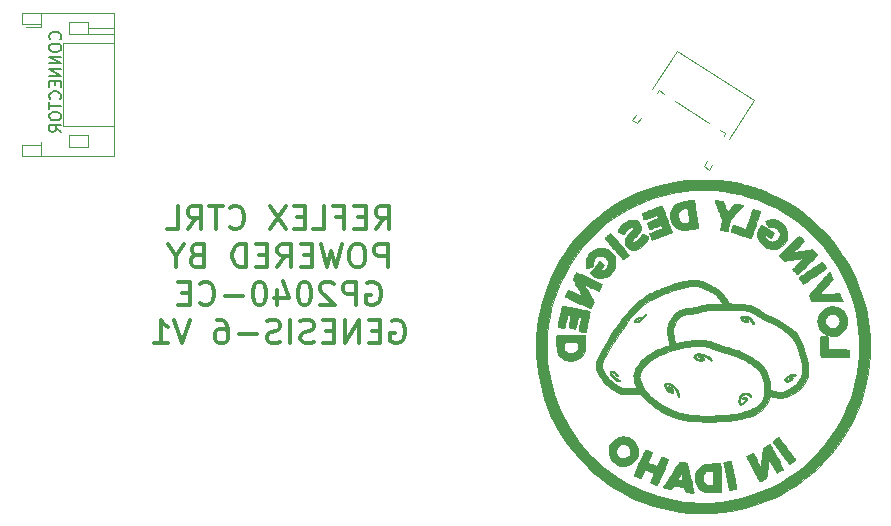
<source format=gbo>
G04 #@! TF.GenerationSoftware,KiCad,Pcbnew,7.0.9*
G04 #@! TF.CreationDate,2023-12-20T17:08:32-07:00*
G04 #@! TF.ProjectId,genesis-6_controller_pcb,67656e65-7369-4732-9d36-5f636f6e7472,4a*
G04 #@! TF.SameCoordinates,Original*
G04 #@! TF.FileFunction,Legend,Bot*
G04 #@! TF.FilePolarity,Positive*
%FSLAX46Y46*%
G04 Gerber Fmt 4.6, Leading zero omitted, Abs format (unit mm)*
G04 Created by KiCad (PCBNEW 7.0.9) date 2023-12-20 17:08:32*
%MOMM*%
%LPD*%
G01*
G04 APERTURE LIST*
%ADD10C,0.300000*%
%ADD11C,0.150000*%
%ADD12C,0.010000*%
%ADD13C,0.120000*%
G04 APERTURE END LIST*
D10*
X166702749Y-120672189D02*
X167369416Y-119719808D01*
X167845606Y-120672189D02*
X167845606Y-118672189D01*
X167845606Y-118672189D02*
X167083701Y-118672189D01*
X167083701Y-118672189D02*
X166893225Y-118767427D01*
X166893225Y-118767427D02*
X166797987Y-118862665D01*
X166797987Y-118862665D02*
X166702749Y-119053141D01*
X166702749Y-119053141D02*
X166702749Y-119338855D01*
X166702749Y-119338855D02*
X166797987Y-119529331D01*
X166797987Y-119529331D02*
X166893225Y-119624570D01*
X166893225Y-119624570D02*
X167083701Y-119719808D01*
X167083701Y-119719808D02*
X167845606Y-119719808D01*
X165845606Y-119624570D02*
X165178939Y-119624570D01*
X164893225Y-120672189D02*
X165845606Y-120672189D01*
X165845606Y-120672189D02*
X165845606Y-118672189D01*
X165845606Y-118672189D02*
X164893225Y-118672189D01*
X163369415Y-119624570D02*
X164036082Y-119624570D01*
X164036082Y-120672189D02*
X164036082Y-118672189D01*
X164036082Y-118672189D02*
X163083701Y-118672189D01*
X161369415Y-120672189D02*
X162321796Y-120672189D01*
X162321796Y-120672189D02*
X162321796Y-118672189D01*
X160702748Y-119624570D02*
X160036081Y-119624570D01*
X159750367Y-120672189D02*
X160702748Y-120672189D01*
X160702748Y-120672189D02*
X160702748Y-118672189D01*
X160702748Y-118672189D02*
X159750367Y-118672189D01*
X159083700Y-118672189D02*
X157750367Y-120672189D01*
X157750367Y-118672189D02*
X159083700Y-120672189D01*
X154321795Y-120481712D02*
X154417033Y-120576951D01*
X154417033Y-120576951D02*
X154702747Y-120672189D01*
X154702747Y-120672189D02*
X154893223Y-120672189D01*
X154893223Y-120672189D02*
X155178938Y-120576951D01*
X155178938Y-120576951D02*
X155369414Y-120386474D01*
X155369414Y-120386474D02*
X155464652Y-120195998D01*
X155464652Y-120195998D02*
X155559890Y-119815046D01*
X155559890Y-119815046D02*
X155559890Y-119529331D01*
X155559890Y-119529331D02*
X155464652Y-119148379D01*
X155464652Y-119148379D02*
X155369414Y-118957903D01*
X155369414Y-118957903D02*
X155178938Y-118767427D01*
X155178938Y-118767427D02*
X154893223Y-118672189D01*
X154893223Y-118672189D02*
X154702747Y-118672189D01*
X154702747Y-118672189D02*
X154417033Y-118767427D01*
X154417033Y-118767427D02*
X154321795Y-118862665D01*
X153750366Y-118672189D02*
X152607509Y-118672189D01*
X153178938Y-120672189D02*
X153178938Y-118672189D01*
X150797985Y-120672189D02*
X151464652Y-119719808D01*
X151940842Y-120672189D02*
X151940842Y-118672189D01*
X151940842Y-118672189D02*
X151178937Y-118672189D01*
X151178937Y-118672189D02*
X150988461Y-118767427D01*
X150988461Y-118767427D02*
X150893223Y-118862665D01*
X150893223Y-118862665D02*
X150797985Y-119053141D01*
X150797985Y-119053141D02*
X150797985Y-119338855D01*
X150797985Y-119338855D02*
X150893223Y-119529331D01*
X150893223Y-119529331D02*
X150988461Y-119624570D01*
X150988461Y-119624570D02*
X151178937Y-119719808D01*
X151178937Y-119719808D02*
X151940842Y-119719808D01*
X148988461Y-120672189D02*
X149940842Y-120672189D01*
X149940842Y-120672189D02*
X149940842Y-118672189D01*
X167702748Y-123892189D02*
X167702748Y-121892189D01*
X167702748Y-121892189D02*
X166940843Y-121892189D01*
X166940843Y-121892189D02*
X166750367Y-121987427D01*
X166750367Y-121987427D02*
X166655129Y-122082665D01*
X166655129Y-122082665D02*
X166559891Y-122273141D01*
X166559891Y-122273141D02*
X166559891Y-122558855D01*
X166559891Y-122558855D02*
X166655129Y-122749331D01*
X166655129Y-122749331D02*
X166750367Y-122844570D01*
X166750367Y-122844570D02*
X166940843Y-122939808D01*
X166940843Y-122939808D02*
X167702748Y-122939808D01*
X165321796Y-121892189D02*
X164940843Y-121892189D01*
X164940843Y-121892189D02*
X164750367Y-121987427D01*
X164750367Y-121987427D02*
X164559891Y-122177903D01*
X164559891Y-122177903D02*
X164464653Y-122558855D01*
X164464653Y-122558855D02*
X164464653Y-123225522D01*
X164464653Y-123225522D02*
X164559891Y-123606474D01*
X164559891Y-123606474D02*
X164750367Y-123796951D01*
X164750367Y-123796951D02*
X164940843Y-123892189D01*
X164940843Y-123892189D02*
X165321796Y-123892189D01*
X165321796Y-123892189D02*
X165512272Y-123796951D01*
X165512272Y-123796951D02*
X165702748Y-123606474D01*
X165702748Y-123606474D02*
X165797986Y-123225522D01*
X165797986Y-123225522D02*
X165797986Y-122558855D01*
X165797986Y-122558855D02*
X165702748Y-122177903D01*
X165702748Y-122177903D02*
X165512272Y-121987427D01*
X165512272Y-121987427D02*
X165321796Y-121892189D01*
X163797986Y-121892189D02*
X163321796Y-123892189D01*
X163321796Y-123892189D02*
X162940843Y-122463617D01*
X162940843Y-122463617D02*
X162559891Y-123892189D01*
X162559891Y-123892189D02*
X162083701Y-121892189D01*
X161321796Y-122844570D02*
X160655129Y-122844570D01*
X160369415Y-123892189D02*
X161321796Y-123892189D01*
X161321796Y-123892189D02*
X161321796Y-121892189D01*
X161321796Y-121892189D02*
X160369415Y-121892189D01*
X158369415Y-123892189D02*
X159036082Y-122939808D01*
X159512272Y-123892189D02*
X159512272Y-121892189D01*
X159512272Y-121892189D02*
X158750367Y-121892189D01*
X158750367Y-121892189D02*
X158559891Y-121987427D01*
X158559891Y-121987427D02*
X158464653Y-122082665D01*
X158464653Y-122082665D02*
X158369415Y-122273141D01*
X158369415Y-122273141D02*
X158369415Y-122558855D01*
X158369415Y-122558855D02*
X158464653Y-122749331D01*
X158464653Y-122749331D02*
X158559891Y-122844570D01*
X158559891Y-122844570D02*
X158750367Y-122939808D01*
X158750367Y-122939808D02*
X159512272Y-122939808D01*
X157512272Y-122844570D02*
X156845605Y-122844570D01*
X156559891Y-123892189D02*
X157512272Y-123892189D01*
X157512272Y-123892189D02*
X157512272Y-121892189D01*
X157512272Y-121892189D02*
X156559891Y-121892189D01*
X155702748Y-123892189D02*
X155702748Y-121892189D01*
X155702748Y-121892189D02*
X155226558Y-121892189D01*
X155226558Y-121892189D02*
X154940843Y-121987427D01*
X154940843Y-121987427D02*
X154750367Y-122177903D01*
X154750367Y-122177903D02*
X154655129Y-122368379D01*
X154655129Y-122368379D02*
X154559891Y-122749331D01*
X154559891Y-122749331D02*
X154559891Y-123035046D01*
X154559891Y-123035046D02*
X154655129Y-123415998D01*
X154655129Y-123415998D02*
X154750367Y-123606474D01*
X154750367Y-123606474D02*
X154940843Y-123796951D01*
X154940843Y-123796951D02*
X155226558Y-123892189D01*
X155226558Y-123892189D02*
X155702748Y-123892189D01*
X151512271Y-122844570D02*
X151226557Y-122939808D01*
X151226557Y-122939808D02*
X151131319Y-123035046D01*
X151131319Y-123035046D02*
X151036081Y-123225522D01*
X151036081Y-123225522D02*
X151036081Y-123511236D01*
X151036081Y-123511236D02*
X151131319Y-123701712D01*
X151131319Y-123701712D02*
X151226557Y-123796951D01*
X151226557Y-123796951D02*
X151417033Y-123892189D01*
X151417033Y-123892189D02*
X152178938Y-123892189D01*
X152178938Y-123892189D02*
X152178938Y-121892189D01*
X152178938Y-121892189D02*
X151512271Y-121892189D01*
X151512271Y-121892189D02*
X151321795Y-121987427D01*
X151321795Y-121987427D02*
X151226557Y-122082665D01*
X151226557Y-122082665D02*
X151131319Y-122273141D01*
X151131319Y-122273141D02*
X151131319Y-122463617D01*
X151131319Y-122463617D02*
X151226557Y-122654093D01*
X151226557Y-122654093D02*
X151321795Y-122749331D01*
X151321795Y-122749331D02*
X151512271Y-122844570D01*
X151512271Y-122844570D02*
X152178938Y-122844570D01*
X149797986Y-122939808D02*
X149797986Y-123892189D01*
X150464652Y-121892189D02*
X149797986Y-122939808D01*
X149797986Y-122939808D02*
X149131319Y-121892189D01*
X165988462Y-125207427D02*
X166178938Y-125112189D01*
X166178938Y-125112189D02*
X166464652Y-125112189D01*
X166464652Y-125112189D02*
X166750367Y-125207427D01*
X166750367Y-125207427D02*
X166940843Y-125397903D01*
X166940843Y-125397903D02*
X167036081Y-125588379D01*
X167036081Y-125588379D02*
X167131319Y-125969331D01*
X167131319Y-125969331D02*
X167131319Y-126255046D01*
X167131319Y-126255046D02*
X167036081Y-126635998D01*
X167036081Y-126635998D02*
X166940843Y-126826474D01*
X166940843Y-126826474D02*
X166750367Y-127016951D01*
X166750367Y-127016951D02*
X166464652Y-127112189D01*
X166464652Y-127112189D02*
X166274176Y-127112189D01*
X166274176Y-127112189D02*
X165988462Y-127016951D01*
X165988462Y-127016951D02*
X165893224Y-126921712D01*
X165893224Y-126921712D02*
X165893224Y-126255046D01*
X165893224Y-126255046D02*
X166274176Y-126255046D01*
X165036081Y-127112189D02*
X165036081Y-125112189D01*
X165036081Y-125112189D02*
X164274176Y-125112189D01*
X164274176Y-125112189D02*
X164083700Y-125207427D01*
X164083700Y-125207427D02*
X163988462Y-125302665D01*
X163988462Y-125302665D02*
X163893224Y-125493141D01*
X163893224Y-125493141D02*
X163893224Y-125778855D01*
X163893224Y-125778855D02*
X163988462Y-125969331D01*
X163988462Y-125969331D02*
X164083700Y-126064570D01*
X164083700Y-126064570D02*
X164274176Y-126159808D01*
X164274176Y-126159808D02*
X165036081Y-126159808D01*
X163131319Y-125302665D02*
X163036081Y-125207427D01*
X163036081Y-125207427D02*
X162845605Y-125112189D01*
X162845605Y-125112189D02*
X162369414Y-125112189D01*
X162369414Y-125112189D02*
X162178938Y-125207427D01*
X162178938Y-125207427D02*
X162083700Y-125302665D01*
X162083700Y-125302665D02*
X161988462Y-125493141D01*
X161988462Y-125493141D02*
X161988462Y-125683617D01*
X161988462Y-125683617D02*
X162083700Y-125969331D01*
X162083700Y-125969331D02*
X163226557Y-127112189D01*
X163226557Y-127112189D02*
X161988462Y-127112189D01*
X160750367Y-125112189D02*
X160559890Y-125112189D01*
X160559890Y-125112189D02*
X160369414Y-125207427D01*
X160369414Y-125207427D02*
X160274176Y-125302665D01*
X160274176Y-125302665D02*
X160178938Y-125493141D01*
X160178938Y-125493141D02*
X160083700Y-125874093D01*
X160083700Y-125874093D02*
X160083700Y-126350284D01*
X160083700Y-126350284D02*
X160178938Y-126731236D01*
X160178938Y-126731236D02*
X160274176Y-126921712D01*
X160274176Y-126921712D02*
X160369414Y-127016951D01*
X160369414Y-127016951D02*
X160559890Y-127112189D01*
X160559890Y-127112189D02*
X160750367Y-127112189D01*
X160750367Y-127112189D02*
X160940843Y-127016951D01*
X160940843Y-127016951D02*
X161036081Y-126921712D01*
X161036081Y-126921712D02*
X161131319Y-126731236D01*
X161131319Y-126731236D02*
X161226557Y-126350284D01*
X161226557Y-126350284D02*
X161226557Y-125874093D01*
X161226557Y-125874093D02*
X161131319Y-125493141D01*
X161131319Y-125493141D02*
X161036081Y-125302665D01*
X161036081Y-125302665D02*
X160940843Y-125207427D01*
X160940843Y-125207427D02*
X160750367Y-125112189D01*
X158369414Y-125778855D02*
X158369414Y-127112189D01*
X158845605Y-125016951D02*
X159321795Y-126445522D01*
X159321795Y-126445522D02*
X158083700Y-126445522D01*
X156940843Y-125112189D02*
X156750366Y-125112189D01*
X156750366Y-125112189D02*
X156559890Y-125207427D01*
X156559890Y-125207427D02*
X156464652Y-125302665D01*
X156464652Y-125302665D02*
X156369414Y-125493141D01*
X156369414Y-125493141D02*
X156274176Y-125874093D01*
X156274176Y-125874093D02*
X156274176Y-126350284D01*
X156274176Y-126350284D02*
X156369414Y-126731236D01*
X156369414Y-126731236D02*
X156464652Y-126921712D01*
X156464652Y-126921712D02*
X156559890Y-127016951D01*
X156559890Y-127016951D02*
X156750366Y-127112189D01*
X156750366Y-127112189D02*
X156940843Y-127112189D01*
X156940843Y-127112189D02*
X157131319Y-127016951D01*
X157131319Y-127016951D02*
X157226557Y-126921712D01*
X157226557Y-126921712D02*
X157321795Y-126731236D01*
X157321795Y-126731236D02*
X157417033Y-126350284D01*
X157417033Y-126350284D02*
X157417033Y-125874093D01*
X157417033Y-125874093D02*
X157321795Y-125493141D01*
X157321795Y-125493141D02*
X157226557Y-125302665D01*
X157226557Y-125302665D02*
X157131319Y-125207427D01*
X157131319Y-125207427D02*
X156940843Y-125112189D01*
X155417033Y-126350284D02*
X153893224Y-126350284D01*
X151797986Y-126921712D02*
X151893224Y-127016951D01*
X151893224Y-127016951D02*
X152178938Y-127112189D01*
X152178938Y-127112189D02*
X152369414Y-127112189D01*
X152369414Y-127112189D02*
X152655129Y-127016951D01*
X152655129Y-127016951D02*
X152845605Y-126826474D01*
X152845605Y-126826474D02*
X152940843Y-126635998D01*
X152940843Y-126635998D02*
X153036081Y-126255046D01*
X153036081Y-126255046D02*
X153036081Y-125969331D01*
X153036081Y-125969331D02*
X152940843Y-125588379D01*
X152940843Y-125588379D02*
X152845605Y-125397903D01*
X152845605Y-125397903D02*
X152655129Y-125207427D01*
X152655129Y-125207427D02*
X152369414Y-125112189D01*
X152369414Y-125112189D02*
X152178938Y-125112189D01*
X152178938Y-125112189D02*
X151893224Y-125207427D01*
X151893224Y-125207427D02*
X151797986Y-125302665D01*
X150940843Y-126064570D02*
X150274176Y-126064570D01*
X149988462Y-127112189D02*
X150940843Y-127112189D01*
X150940843Y-127112189D02*
X150940843Y-125112189D01*
X150940843Y-125112189D02*
X149988462Y-125112189D01*
X168036081Y-128427427D02*
X168226557Y-128332189D01*
X168226557Y-128332189D02*
X168512271Y-128332189D01*
X168512271Y-128332189D02*
X168797986Y-128427427D01*
X168797986Y-128427427D02*
X168988462Y-128617903D01*
X168988462Y-128617903D02*
X169083700Y-128808379D01*
X169083700Y-128808379D02*
X169178938Y-129189331D01*
X169178938Y-129189331D02*
X169178938Y-129475046D01*
X169178938Y-129475046D02*
X169083700Y-129855998D01*
X169083700Y-129855998D02*
X168988462Y-130046474D01*
X168988462Y-130046474D02*
X168797986Y-130236951D01*
X168797986Y-130236951D02*
X168512271Y-130332189D01*
X168512271Y-130332189D02*
X168321795Y-130332189D01*
X168321795Y-130332189D02*
X168036081Y-130236951D01*
X168036081Y-130236951D02*
X167940843Y-130141712D01*
X167940843Y-130141712D02*
X167940843Y-129475046D01*
X167940843Y-129475046D02*
X168321795Y-129475046D01*
X167083700Y-129284570D02*
X166417033Y-129284570D01*
X166131319Y-130332189D02*
X167083700Y-130332189D01*
X167083700Y-130332189D02*
X167083700Y-128332189D01*
X167083700Y-128332189D02*
X166131319Y-128332189D01*
X165274176Y-130332189D02*
X165274176Y-128332189D01*
X165274176Y-128332189D02*
X164131319Y-130332189D01*
X164131319Y-130332189D02*
X164131319Y-128332189D01*
X163178938Y-129284570D02*
X162512271Y-129284570D01*
X162226557Y-130332189D02*
X163178938Y-130332189D01*
X163178938Y-130332189D02*
X163178938Y-128332189D01*
X163178938Y-128332189D02*
X162226557Y-128332189D01*
X161464652Y-130236951D02*
X161178938Y-130332189D01*
X161178938Y-130332189D02*
X160702747Y-130332189D01*
X160702747Y-130332189D02*
X160512271Y-130236951D01*
X160512271Y-130236951D02*
X160417033Y-130141712D01*
X160417033Y-130141712D02*
X160321795Y-129951236D01*
X160321795Y-129951236D02*
X160321795Y-129760760D01*
X160321795Y-129760760D02*
X160417033Y-129570284D01*
X160417033Y-129570284D02*
X160512271Y-129475046D01*
X160512271Y-129475046D02*
X160702747Y-129379808D01*
X160702747Y-129379808D02*
X161083700Y-129284570D01*
X161083700Y-129284570D02*
X161274176Y-129189331D01*
X161274176Y-129189331D02*
X161369414Y-129094093D01*
X161369414Y-129094093D02*
X161464652Y-128903617D01*
X161464652Y-128903617D02*
X161464652Y-128713141D01*
X161464652Y-128713141D02*
X161369414Y-128522665D01*
X161369414Y-128522665D02*
X161274176Y-128427427D01*
X161274176Y-128427427D02*
X161083700Y-128332189D01*
X161083700Y-128332189D02*
X160607509Y-128332189D01*
X160607509Y-128332189D02*
X160321795Y-128427427D01*
X159464652Y-130332189D02*
X159464652Y-128332189D01*
X158607509Y-130236951D02*
X158321795Y-130332189D01*
X158321795Y-130332189D02*
X157845604Y-130332189D01*
X157845604Y-130332189D02*
X157655128Y-130236951D01*
X157655128Y-130236951D02*
X157559890Y-130141712D01*
X157559890Y-130141712D02*
X157464652Y-129951236D01*
X157464652Y-129951236D02*
X157464652Y-129760760D01*
X157464652Y-129760760D02*
X157559890Y-129570284D01*
X157559890Y-129570284D02*
X157655128Y-129475046D01*
X157655128Y-129475046D02*
X157845604Y-129379808D01*
X157845604Y-129379808D02*
X158226557Y-129284570D01*
X158226557Y-129284570D02*
X158417033Y-129189331D01*
X158417033Y-129189331D02*
X158512271Y-129094093D01*
X158512271Y-129094093D02*
X158607509Y-128903617D01*
X158607509Y-128903617D02*
X158607509Y-128713141D01*
X158607509Y-128713141D02*
X158512271Y-128522665D01*
X158512271Y-128522665D02*
X158417033Y-128427427D01*
X158417033Y-128427427D02*
X158226557Y-128332189D01*
X158226557Y-128332189D02*
X157750366Y-128332189D01*
X157750366Y-128332189D02*
X157464652Y-128427427D01*
X156607509Y-129570284D02*
X155083700Y-129570284D01*
X153274176Y-128332189D02*
X153655129Y-128332189D01*
X153655129Y-128332189D02*
X153845605Y-128427427D01*
X153845605Y-128427427D02*
X153940843Y-128522665D01*
X153940843Y-128522665D02*
X154131319Y-128808379D01*
X154131319Y-128808379D02*
X154226557Y-129189331D01*
X154226557Y-129189331D02*
X154226557Y-129951236D01*
X154226557Y-129951236D02*
X154131319Y-130141712D01*
X154131319Y-130141712D02*
X154036081Y-130236951D01*
X154036081Y-130236951D02*
X153845605Y-130332189D01*
X153845605Y-130332189D02*
X153464652Y-130332189D01*
X153464652Y-130332189D02*
X153274176Y-130236951D01*
X153274176Y-130236951D02*
X153178938Y-130141712D01*
X153178938Y-130141712D02*
X153083700Y-129951236D01*
X153083700Y-129951236D02*
X153083700Y-129475046D01*
X153083700Y-129475046D02*
X153178938Y-129284570D01*
X153178938Y-129284570D02*
X153274176Y-129189331D01*
X153274176Y-129189331D02*
X153464652Y-129094093D01*
X153464652Y-129094093D02*
X153845605Y-129094093D01*
X153845605Y-129094093D02*
X154036081Y-129189331D01*
X154036081Y-129189331D02*
X154131319Y-129284570D01*
X154131319Y-129284570D02*
X154226557Y-129475046D01*
X150988461Y-128332189D02*
X150321795Y-130332189D01*
X150321795Y-130332189D02*
X149655128Y-128332189D01*
X147940842Y-130332189D02*
X149083699Y-130332189D01*
X148512271Y-130332189D02*
X148512271Y-128332189D01*
X148512271Y-128332189D02*
X148702747Y-128617903D01*
X148702747Y-128617903D02*
X148893223Y-128808379D01*
X148893223Y-128808379D02*
X149083699Y-128903617D01*
D11*
X139964580Y-104568207D02*
X140012200Y-104520588D01*
X140012200Y-104520588D02*
X140059819Y-104377731D01*
X140059819Y-104377731D02*
X140059819Y-104282493D01*
X140059819Y-104282493D02*
X140012200Y-104139636D01*
X140012200Y-104139636D02*
X139916961Y-104044398D01*
X139916961Y-104044398D02*
X139821723Y-103996779D01*
X139821723Y-103996779D02*
X139631247Y-103949160D01*
X139631247Y-103949160D02*
X139488390Y-103949160D01*
X139488390Y-103949160D02*
X139297914Y-103996779D01*
X139297914Y-103996779D02*
X139202676Y-104044398D01*
X139202676Y-104044398D02*
X139107438Y-104139636D01*
X139107438Y-104139636D02*
X139059819Y-104282493D01*
X139059819Y-104282493D02*
X139059819Y-104377731D01*
X139059819Y-104377731D02*
X139107438Y-104520588D01*
X139107438Y-104520588D02*
X139155057Y-104568207D01*
X139059819Y-105187255D02*
X139059819Y-105377731D01*
X139059819Y-105377731D02*
X139107438Y-105472969D01*
X139107438Y-105472969D02*
X139202676Y-105568207D01*
X139202676Y-105568207D02*
X139393152Y-105615826D01*
X139393152Y-105615826D02*
X139726485Y-105615826D01*
X139726485Y-105615826D02*
X139916961Y-105568207D01*
X139916961Y-105568207D02*
X140012200Y-105472969D01*
X140012200Y-105472969D02*
X140059819Y-105377731D01*
X140059819Y-105377731D02*
X140059819Y-105187255D01*
X140059819Y-105187255D02*
X140012200Y-105092017D01*
X140012200Y-105092017D02*
X139916961Y-104996779D01*
X139916961Y-104996779D02*
X139726485Y-104949160D01*
X139726485Y-104949160D02*
X139393152Y-104949160D01*
X139393152Y-104949160D02*
X139202676Y-104996779D01*
X139202676Y-104996779D02*
X139107438Y-105092017D01*
X139107438Y-105092017D02*
X139059819Y-105187255D01*
X140059819Y-106044398D02*
X139059819Y-106044398D01*
X139059819Y-106044398D02*
X140059819Y-106615826D01*
X140059819Y-106615826D02*
X139059819Y-106615826D01*
X140059819Y-107092017D02*
X139059819Y-107092017D01*
X139059819Y-107092017D02*
X140059819Y-107663445D01*
X140059819Y-107663445D02*
X139059819Y-107663445D01*
X139536009Y-108139636D02*
X139536009Y-108472969D01*
X140059819Y-108615826D02*
X140059819Y-108139636D01*
X140059819Y-108139636D02*
X139059819Y-108139636D01*
X139059819Y-108139636D02*
X139059819Y-108615826D01*
X139964580Y-109615826D02*
X140012200Y-109568207D01*
X140012200Y-109568207D02*
X140059819Y-109425350D01*
X140059819Y-109425350D02*
X140059819Y-109330112D01*
X140059819Y-109330112D02*
X140012200Y-109187255D01*
X140012200Y-109187255D02*
X139916961Y-109092017D01*
X139916961Y-109092017D02*
X139821723Y-109044398D01*
X139821723Y-109044398D02*
X139631247Y-108996779D01*
X139631247Y-108996779D02*
X139488390Y-108996779D01*
X139488390Y-108996779D02*
X139297914Y-109044398D01*
X139297914Y-109044398D02*
X139202676Y-109092017D01*
X139202676Y-109092017D02*
X139107438Y-109187255D01*
X139107438Y-109187255D02*
X139059819Y-109330112D01*
X139059819Y-109330112D02*
X139059819Y-109425350D01*
X139059819Y-109425350D02*
X139107438Y-109568207D01*
X139107438Y-109568207D02*
X139155057Y-109615826D01*
X139059819Y-109901541D02*
X139059819Y-110472969D01*
X140059819Y-110187255D02*
X139059819Y-110187255D01*
X139059819Y-110996779D02*
X139059819Y-111187255D01*
X139059819Y-111187255D02*
X139107438Y-111282493D01*
X139107438Y-111282493D02*
X139202676Y-111377731D01*
X139202676Y-111377731D02*
X139393152Y-111425350D01*
X139393152Y-111425350D02*
X139726485Y-111425350D01*
X139726485Y-111425350D02*
X139916961Y-111377731D01*
X139916961Y-111377731D02*
X140012200Y-111282493D01*
X140012200Y-111282493D02*
X140059819Y-111187255D01*
X140059819Y-111187255D02*
X140059819Y-110996779D01*
X140059819Y-110996779D02*
X140012200Y-110901541D01*
X140012200Y-110901541D02*
X139916961Y-110806303D01*
X139916961Y-110806303D02*
X139726485Y-110758684D01*
X139726485Y-110758684D02*
X139393152Y-110758684D01*
X139393152Y-110758684D02*
X139202676Y-110806303D01*
X139202676Y-110806303D02*
X139107438Y-110901541D01*
X139107438Y-110901541D02*
X139059819Y-110996779D01*
X140059819Y-112425350D02*
X139583628Y-112092017D01*
X140059819Y-111853922D02*
X139059819Y-111853922D01*
X139059819Y-111853922D02*
X139059819Y-112234874D01*
X139059819Y-112234874D02*
X139107438Y-112330112D01*
X139107438Y-112330112D02*
X139155057Y-112377731D01*
X139155057Y-112377731D02*
X139250295Y-112425350D01*
X139250295Y-112425350D02*
X139393152Y-112425350D01*
X139393152Y-112425350D02*
X139488390Y-112377731D01*
X139488390Y-112377731D02*
X139536009Y-112330112D01*
X139536009Y-112330112D02*
X139583628Y-112234874D01*
X139583628Y-112234874D02*
X139583628Y-111853922D01*
D12*
X189572327Y-127864611D02*
X189567462Y-127900330D01*
X189535288Y-127958402D01*
X189480699Y-128032053D01*
X189409066Y-128115630D01*
X189325757Y-128203485D01*
X189236141Y-128289964D01*
X189145590Y-128369419D01*
X189059471Y-128436197D01*
X188983156Y-128484648D01*
X188872730Y-128532260D01*
X188772320Y-128553753D01*
X188687824Y-128551040D01*
X188623532Y-128526900D01*
X188583734Y-128484111D01*
X188572722Y-128425451D01*
X188594785Y-128353700D01*
X188654216Y-128271635D01*
X188655722Y-128270009D01*
X188722517Y-128209711D01*
X188802608Y-128154529D01*
X188888101Y-128107798D01*
X188971104Y-128072855D01*
X189043722Y-128053037D01*
X189098062Y-128051680D01*
X189126232Y-128072120D01*
X189131474Y-128094592D01*
X189123495Y-128117912D01*
X189094742Y-128143193D01*
X189039230Y-128175480D01*
X188950974Y-128219816D01*
X188911288Y-128239907D01*
X188816159Y-128295481D01*
X188747475Y-128347418D01*
X188709642Y-128392001D01*
X188707069Y-128425515D01*
X188712841Y-128431475D01*
X188752773Y-128437718D01*
X188817480Y-128423295D01*
X188898489Y-128389788D01*
X188973681Y-128346115D01*
X189092141Y-128256775D01*
X189216276Y-128142104D01*
X189337845Y-128009242D01*
X189387718Y-127951858D01*
X189459175Y-127879539D01*
X189512399Y-127841733D01*
X189549434Y-127837177D01*
X189572327Y-127864611D01*
G36*
X189572327Y-127864611D02*
G01*
X189567462Y-127900330D01*
X189535288Y-127958402D01*
X189480699Y-128032053D01*
X189409066Y-128115630D01*
X189325757Y-128203485D01*
X189236141Y-128289964D01*
X189145590Y-128369419D01*
X189059471Y-128436197D01*
X188983156Y-128484648D01*
X188872730Y-128532260D01*
X188772320Y-128553753D01*
X188687824Y-128551040D01*
X188623532Y-128526900D01*
X188583734Y-128484111D01*
X188572722Y-128425451D01*
X188594785Y-128353700D01*
X188654216Y-128271635D01*
X188655722Y-128270009D01*
X188722517Y-128209711D01*
X188802608Y-128154529D01*
X188888101Y-128107798D01*
X188971104Y-128072855D01*
X189043722Y-128053037D01*
X189098062Y-128051680D01*
X189126232Y-128072120D01*
X189131474Y-128094592D01*
X189123495Y-128117912D01*
X189094742Y-128143193D01*
X189039230Y-128175480D01*
X188950974Y-128219816D01*
X188911288Y-128239907D01*
X188816159Y-128295481D01*
X188747475Y-128347418D01*
X188709642Y-128392001D01*
X188707069Y-128425515D01*
X188712841Y-128431475D01*
X188752773Y-128437718D01*
X188817480Y-128423295D01*
X188898489Y-128389788D01*
X188973681Y-128346115D01*
X189092141Y-128256775D01*
X189216276Y-128142104D01*
X189337845Y-128009242D01*
X189387718Y-127951858D01*
X189459175Y-127879539D01*
X189512399Y-127841733D01*
X189549434Y-127837177D01*
X189572327Y-127864611D01*
G37*
X186782567Y-132656746D02*
X186882532Y-132703984D01*
X186984037Y-132779989D01*
X187021589Y-132815637D01*
X187086525Y-132885609D01*
X187141776Y-132954942D01*
X187180180Y-133014301D01*
X187194572Y-133054352D01*
X187185573Y-133076160D01*
X187151604Y-133105177D01*
X187129104Y-133114447D01*
X187098476Y-133108551D01*
X187061645Y-133071870D01*
X186989626Y-132987022D01*
X186926307Y-132917372D01*
X186874900Y-132868680D01*
X186828174Y-132834176D01*
X186778897Y-132807087D01*
X186719000Y-132782908D01*
X186669633Y-132779448D01*
X186648225Y-132806670D01*
X186653502Y-132865162D01*
X186669633Y-132901198D01*
X186717815Y-132966754D01*
X186789402Y-133043948D01*
X186877266Y-133126220D01*
X186974279Y-133207010D01*
X187073312Y-133279761D01*
X187167238Y-133337912D01*
X187244520Y-133381673D01*
X187311718Y-133425801D01*
X187347388Y-133460739D01*
X187355622Y-133490792D01*
X187340513Y-133520270D01*
X187328523Y-133533300D01*
X187306152Y-133545571D01*
X187274385Y-133542617D01*
X187223981Y-133522729D01*
X187145701Y-133484195D01*
X187144226Y-133483444D01*
X186984596Y-133392070D01*
X186841325Y-133290400D01*
X186718268Y-133182692D01*
X186619280Y-133073206D01*
X186548215Y-132966200D01*
X186508929Y-132865934D01*
X186505276Y-132776666D01*
X186510116Y-132756239D01*
X186547919Y-132688021D01*
X186609661Y-132648726D01*
X186689744Y-132638314D01*
X186782567Y-132656746D01*
G36*
X186782567Y-132656746D02*
G01*
X186882532Y-132703984D01*
X186984037Y-132779989D01*
X187021589Y-132815637D01*
X187086525Y-132885609D01*
X187141776Y-132954942D01*
X187180180Y-133014301D01*
X187194572Y-133054352D01*
X187185573Y-133076160D01*
X187151604Y-133105177D01*
X187129104Y-133114447D01*
X187098476Y-133108551D01*
X187061645Y-133071870D01*
X186989626Y-132987022D01*
X186926307Y-132917372D01*
X186874900Y-132868680D01*
X186828174Y-132834176D01*
X186778897Y-132807087D01*
X186719000Y-132782908D01*
X186669633Y-132779448D01*
X186648225Y-132806670D01*
X186653502Y-132865162D01*
X186669633Y-132901198D01*
X186717815Y-132966754D01*
X186789402Y-133043948D01*
X186877266Y-133126220D01*
X186974279Y-133207010D01*
X187073312Y-133279761D01*
X187167238Y-133337912D01*
X187244520Y-133381673D01*
X187311718Y-133425801D01*
X187347388Y-133460739D01*
X187355622Y-133490792D01*
X187340513Y-133520270D01*
X187328523Y-133533300D01*
X187306152Y-133545571D01*
X187274385Y-133542617D01*
X187223981Y-133522729D01*
X187145701Y-133484195D01*
X187144226Y-133483444D01*
X186984596Y-133392070D01*
X186841325Y-133290400D01*
X186718268Y-133182692D01*
X186619280Y-133073206D01*
X186548215Y-132966200D01*
X186508929Y-132865934D01*
X186505276Y-132776666D01*
X186510116Y-132756239D01*
X186547919Y-132688021D01*
X186609661Y-132648726D01*
X186689744Y-132638314D01*
X186782567Y-132656746D01*
G37*
X204493857Y-123443131D02*
X204531483Y-123484107D01*
X204580656Y-123547277D01*
X204636053Y-123624683D01*
X204692350Y-123708369D01*
X204744225Y-123790379D01*
X204786353Y-123862758D01*
X204813412Y-123917549D01*
X204820078Y-123946796D01*
X204813172Y-123953888D01*
X204775274Y-123983557D01*
X204707299Y-124033245D01*
X204612487Y-124100690D01*
X204494075Y-124183628D01*
X204355301Y-124279799D01*
X204199404Y-124386940D01*
X204029622Y-124502789D01*
X203849193Y-124625083D01*
X203745484Y-124695002D01*
X203569686Y-124812836D01*
X203405581Y-124921981D01*
X203256497Y-125020272D01*
X203125761Y-125105544D01*
X203016700Y-125175635D01*
X202932640Y-125228378D01*
X202876910Y-125261612D01*
X202852836Y-125273171D01*
X202832790Y-125262704D01*
X202793210Y-125222607D01*
X202742989Y-125159932D01*
X202687384Y-125082657D01*
X202631653Y-124998764D01*
X202581052Y-124916234D01*
X202540837Y-124843048D01*
X202516266Y-124787185D01*
X202512596Y-124756627D01*
X202529105Y-124741570D01*
X202577618Y-124704810D01*
X202653963Y-124649793D01*
X202754223Y-124579163D01*
X202874480Y-124495564D01*
X203010819Y-124401641D01*
X203159322Y-124300037D01*
X203316071Y-124193396D01*
X203477151Y-124084363D01*
X203638644Y-123975581D01*
X203796633Y-123869695D01*
X203947201Y-123769349D01*
X204086431Y-123677186D01*
X204210407Y-123595852D01*
X204315210Y-123527988D01*
X204396925Y-123476241D01*
X204451634Y-123443254D01*
X204475421Y-123431671D01*
X204493857Y-123443131D01*
G36*
X204493857Y-123443131D02*
G01*
X204531483Y-123484107D01*
X204580656Y-123547277D01*
X204636053Y-123624683D01*
X204692350Y-123708369D01*
X204744225Y-123790379D01*
X204786353Y-123862758D01*
X204813412Y-123917549D01*
X204820078Y-123946796D01*
X204813172Y-123953888D01*
X204775274Y-123983557D01*
X204707299Y-124033245D01*
X204612487Y-124100690D01*
X204494075Y-124183628D01*
X204355301Y-124279799D01*
X204199404Y-124386940D01*
X204029622Y-124502789D01*
X203849193Y-124625083D01*
X203745484Y-124695002D01*
X203569686Y-124812836D01*
X203405581Y-124921981D01*
X203256497Y-125020272D01*
X203125761Y-125105544D01*
X203016700Y-125175635D01*
X202932640Y-125228378D01*
X202876910Y-125261612D01*
X202852836Y-125273171D01*
X202832790Y-125262704D01*
X202793210Y-125222607D01*
X202742989Y-125159932D01*
X202687384Y-125082657D01*
X202631653Y-124998764D01*
X202581052Y-124916234D01*
X202540837Y-124843048D01*
X202516266Y-124787185D01*
X202512596Y-124756627D01*
X202529105Y-124741570D01*
X202577618Y-124704810D01*
X202653963Y-124649793D01*
X202754223Y-124579163D01*
X202874480Y-124495564D01*
X203010819Y-124401641D01*
X203159322Y-124300037D01*
X203316071Y-124193396D01*
X203477151Y-124084363D01*
X203638644Y-123975581D01*
X203796633Y-123869695D01*
X203947201Y-123769349D01*
X204086431Y-123677186D01*
X204210407Y-123595852D01*
X204315210Y-123527988D01*
X204396925Y-123476241D01*
X204451634Y-123443254D01*
X204475421Y-123431671D01*
X204493857Y-123443131D01*
G37*
X186561212Y-121039230D02*
X186605346Y-121084113D01*
X186670796Y-121154130D01*
X186754464Y-121245736D01*
X186853255Y-121355390D01*
X186964070Y-121479549D01*
X187083815Y-121614671D01*
X187209393Y-121757213D01*
X187337706Y-121903632D01*
X187465660Y-122050386D01*
X187590156Y-122193933D01*
X187708099Y-122330729D01*
X187816393Y-122457233D01*
X187911940Y-122569902D01*
X187991645Y-122665193D01*
X188052411Y-122739564D01*
X188091141Y-122789472D01*
X188104739Y-122811374D01*
X188102168Y-122820684D01*
X188074187Y-122858751D01*
X188014713Y-122919372D01*
X187922880Y-123003394D01*
X187797822Y-123111666D01*
X187756929Y-123146014D01*
X187699071Y-123190985D01*
X187659944Y-123213037D01*
X187631513Y-123216026D01*
X187605742Y-123203805D01*
X187602826Y-123201126D01*
X187576494Y-123172786D01*
X187526037Y-123116479D01*
X187454141Y-123035267D01*
X187363495Y-122932210D01*
X187256786Y-122810370D01*
X187136704Y-122672806D01*
X187005935Y-122522581D01*
X186867167Y-122362754D01*
X186825552Y-122314766D01*
X186687762Y-122155923D01*
X186558153Y-122006580D01*
X186439518Y-121869951D01*
X186334647Y-121749249D01*
X186246334Y-121647685D01*
X186177370Y-121568473D01*
X186130547Y-121514827D01*
X186108658Y-121489957D01*
X186079828Y-121444313D01*
X186085233Y-121402244D01*
X186087947Y-121397287D01*
X186119175Y-121358932D01*
X186172873Y-121305546D01*
X186241446Y-121243441D01*
X186317297Y-121178929D01*
X186392832Y-121118320D01*
X186460455Y-121067927D01*
X186512571Y-121034062D01*
X186541584Y-121023034D01*
X186561212Y-121039230D01*
G36*
X186561212Y-121039230D02*
G01*
X186605346Y-121084113D01*
X186670796Y-121154130D01*
X186754464Y-121245736D01*
X186853255Y-121355390D01*
X186964070Y-121479549D01*
X187083815Y-121614671D01*
X187209393Y-121757213D01*
X187337706Y-121903632D01*
X187465660Y-122050386D01*
X187590156Y-122193933D01*
X187708099Y-122330729D01*
X187816393Y-122457233D01*
X187911940Y-122569902D01*
X187991645Y-122665193D01*
X188052411Y-122739564D01*
X188091141Y-122789472D01*
X188104739Y-122811374D01*
X188102168Y-122820684D01*
X188074187Y-122858751D01*
X188014713Y-122919372D01*
X187922880Y-123003394D01*
X187797822Y-123111666D01*
X187756929Y-123146014D01*
X187699071Y-123190985D01*
X187659944Y-123213037D01*
X187631513Y-123216026D01*
X187605742Y-123203805D01*
X187602826Y-123201126D01*
X187576494Y-123172786D01*
X187526037Y-123116479D01*
X187454141Y-123035267D01*
X187363495Y-122932210D01*
X187256786Y-122810370D01*
X187136704Y-122672806D01*
X187005935Y-122522581D01*
X186867167Y-122362754D01*
X186825552Y-122314766D01*
X186687762Y-122155923D01*
X186558153Y-122006580D01*
X186439518Y-121869951D01*
X186334647Y-121749249D01*
X186246334Y-121647685D01*
X186177370Y-121568473D01*
X186130547Y-121514827D01*
X186108658Y-121489957D01*
X186079828Y-121444313D01*
X186085233Y-121402244D01*
X186087947Y-121397287D01*
X186119175Y-121358932D01*
X186172873Y-121305546D01*
X186241446Y-121243441D01*
X186317297Y-121178929D01*
X186392832Y-121118320D01*
X186460455Y-121067927D01*
X186512571Y-121034062D01*
X186541584Y-121023034D01*
X186561212Y-121039230D01*
G37*
X196732967Y-140270310D02*
X196749905Y-140281841D01*
X196754291Y-140291453D01*
X196768192Y-140338859D01*
X196789104Y-140421691D01*
X196816146Y-140536053D01*
X196848439Y-140678052D01*
X196885103Y-140843791D01*
X196925258Y-141029376D01*
X196968025Y-141230912D01*
X197012524Y-141444504D01*
X197031169Y-141534912D01*
X197080069Y-141773276D01*
X197120823Y-141974332D01*
X197153972Y-142141126D01*
X197180056Y-142276705D01*
X197199615Y-142384114D01*
X197213190Y-142466400D01*
X197221321Y-142526608D01*
X197224549Y-142567785D01*
X197223413Y-142592977D01*
X197218456Y-142605231D01*
X197199201Y-142616322D01*
X197143943Y-142636548D01*
X197064515Y-142659662D01*
X196970964Y-142682524D01*
X196925708Y-142692503D01*
X196811618Y-142715920D01*
X196730103Y-142728827D01*
X196674929Y-142731697D01*
X196639860Y-142725001D01*
X196618662Y-142709212D01*
X196616019Y-142702975D01*
X196604372Y-142660698D01*
X196585590Y-142582595D01*
X196560536Y-142472603D01*
X196530075Y-142334657D01*
X196495070Y-142172696D01*
X196456384Y-141990656D01*
X196414881Y-141792474D01*
X196371425Y-141582087D01*
X196352005Y-141487476D01*
X196309789Y-141282183D01*
X196270351Y-141090895D01*
X196234507Y-140917535D01*
X196203071Y-140766029D01*
X196176859Y-140640300D01*
X196156685Y-140544272D01*
X196143366Y-140481871D01*
X196137715Y-140457020D01*
X196135575Y-140448836D01*
X196140049Y-140417500D01*
X196169522Y-140389751D01*
X196228265Y-140363549D01*
X196320551Y-140336854D01*
X196450652Y-140307628D01*
X196489332Y-140299666D01*
X196590924Y-140279773D01*
X196660627Y-140268660D01*
X196705591Y-140265711D01*
X196732967Y-140270310D01*
G36*
X196732967Y-140270310D02*
G01*
X196749905Y-140281841D01*
X196754291Y-140291453D01*
X196768192Y-140338859D01*
X196789104Y-140421691D01*
X196816146Y-140536053D01*
X196848439Y-140678052D01*
X196885103Y-140843791D01*
X196925258Y-141029376D01*
X196968025Y-141230912D01*
X197012524Y-141444504D01*
X197031169Y-141534912D01*
X197080069Y-141773276D01*
X197120823Y-141974332D01*
X197153972Y-142141126D01*
X197180056Y-142276705D01*
X197199615Y-142384114D01*
X197213190Y-142466400D01*
X197221321Y-142526608D01*
X197224549Y-142567785D01*
X197223413Y-142592977D01*
X197218456Y-142605231D01*
X197199201Y-142616322D01*
X197143943Y-142636548D01*
X197064515Y-142659662D01*
X196970964Y-142682524D01*
X196925708Y-142692503D01*
X196811618Y-142715920D01*
X196730103Y-142728827D01*
X196674929Y-142731697D01*
X196639860Y-142725001D01*
X196618662Y-142709212D01*
X196616019Y-142702975D01*
X196604372Y-142660698D01*
X196585590Y-142582595D01*
X196560536Y-142472603D01*
X196530075Y-142334657D01*
X196495070Y-142172696D01*
X196456384Y-141990656D01*
X196414881Y-141792474D01*
X196371425Y-141582087D01*
X196352005Y-141487476D01*
X196309789Y-141282183D01*
X196270351Y-141090895D01*
X196234507Y-140917535D01*
X196203071Y-140766029D01*
X196176859Y-140640300D01*
X196156685Y-140544272D01*
X196143366Y-140481871D01*
X196137715Y-140457020D01*
X196135575Y-140448836D01*
X196140049Y-140417500D01*
X196169522Y-140389751D01*
X196228265Y-140363549D01*
X196320551Y-140336854D01*
X196450652Y-140307628D01*
X196489332Y-140299666D01*
X196590924Y-140279773D01*
X196660627Y-140268660D01*
X196705591Y-140265711D01*
X196732967Y-140270310D01*
G37*
X200756540Y-138270525D02*
X200795300Y-138285703D01*
X200798048Y-138288438D01*
X200822466Y-138317761D01*
X200868707Y-138375695D01*
X200933842Y-138458443D01*
X201014948Y-138562211D01*
X201109096Y-138683200D01*
X201213362Y-138817616D01*
X201324818Y-138961661D01*
X201440539Y-139111540D01*
X201557598Y-139263456D01*
X201673070Y-139413613D01*
X201784028Y-139558215D01*
X201887545Y-139693464D01*
X201980696Y-139815566D01*
X202060555Y-139920723D01*
X202124195Y-140005139D01*
X202168690Y-140065018D01*
X202191114Y-140096564D01*
X202195822Y-140103869D01*
X202216829Y-140142917D01*
X202211883Y-140170217D01*
X202178656Y-140206264D01*
X202156182Y-140226683D01*
X202100837Y-140273226D01*
X202028087Y-140331907D01*
X201947739Y-140394724D01*
X201888634Y-140439299D01*
X201820864Y-140487956D01*
X201770452Y-140521249D01*
X201745324Y-140533732D01*
X201743925Y-140533730D01*
X201733427Y-140531153D01*
X201719424Y-140522337D01*
X201699900Y-140504790D01*
X201672837Y-140476021D01*
X201636216Y-140433540D01*
X201588020Y-140374856D01*
X201526231Y-140297478D01*
X201448831Y-140198914D01*
X201353803Y-140076674D01*
X201239128Y-139928267D01*
X201102790Y-139751202D01*
X200942769Y-139542988D01*
X200809785Y-139369571D01*
X200677370Y-139196022D01*
X200567770Y-139051122D01*
X200479195Y-138932367D01*
X200409855Y-138837255D01*
X200357960Y-138763280D01*
X200321719Y-138707939D01*
X200299342Y-138668729D01*
X200289039Y-138643145D01*
X200289020Y-138628684D01*
X200292357Y-138623305D01*
X200323192Y-138590785D01*
X200377377Y-138542570D01*
X200446986Y-138484840D01*
X200524096Y-138423777D01*
X200600782Y-138365563D01*
X200669121Y-138316379D01*
X200721186Y-138282407D01*
X200749055Y-138269828D01*
X200756540Y-138270525D01*
G36*
X200756540Y-138270525D02*
G01*
X200795300Y-138285703D01*
X200798048Y-138288438D01*
X200822466Y-138317761D01*
X200868707Y-138375695D01*
X200933842Y-138458443D01*
X201014948Y-138562211D01*
X201109096Y-138683200D01*
X201213362Y-138817616D01*
X201324818Y-138961661D01*
X201440539Y-139111540D01*
X201557598Y-139263456D01*
X201673070Y-139413613D01*
X201784028Y-139558215D01*
X201887545Y-139693464D01*
X201980696Y-139815566D01*
X202060555Y-139920723D01*
X202124195Y-140005139D01*
X202168690Y-140065018D01*
X202191114Y-140096564D01*
X202195822Y-140103869D01*
X202216829Y-140142917D01*
X202211883Y-140170217D01*
X202178656Y-140206264D01*
X202156182Y-140226683D01*
X202100837Y-140273226D01*
X202028087Y-140331907D01*
X201947739Y-140394724D01*
X201888634Y-140439299D01*
X201820864Y-140487956D01*
X201770452Y-140521249D01*
X201745324Y-140533732D01*
X201743925Y-140533730D01*
X201733427Y-140531153D01*
X201719424Y-140522337D01*
X201699900Y-140504790D01*
X201672837Y-140476021D01*
X201636216Y-140433540D01*
X201588020Y-140374856D01*
X201526231Y-140297478D01*
X201448831Y-140198914D01*
X201353803Y-140076674D01*
X201239128Y-139928267D01*
X201102790Y-139751202D01*
X200942769Y-139542988D01*
X200809785Y-139369571D01*
X200677370Y-139196022D01*
X200567770Y-139051122D01*
X200479195Y-138932367D01*
X200409855Y-138837255D01*
X200357960Y-138763280D01*
X200321719Y-138707939D01*
X200299342Y-138668729D01*
X200289039Y-138643145D01*
X200289020Y-138628684D01*
X200292357Y-138623305D01*
X200323192Y-138590785D01*
X200377377Y-138542570D01*
X200446986Y-138484840D01*
X200524096Y-138423777D01*
X200600782Y-138365563D01*
X200669121Y-138316379D01*
X200721186Y-138282407D01*
X200749055Y-138269828D01*
X200756540Y-138270525D01*
G37*
X197917484Y-128010237D02*
X198101671Y-128047170D01*
X198277081Y-128113011D01*
X198433644Y-128203618D01*
X198561288Y-128314853D01*
X198634959Y-128407922D01*
X198688383Y-128510383D01*
X198706316Y-128603265D01*
X198687328Y-128682395D01*
X198676343Y-128697368D01*
X198638073Y-128719623D01*
X198597588Y-128720208D01*
X198572641Y-128696879D01*
X198571235Y-128691946D01*
X198561704Y-128648753D01*
X198550823Y-128589145D01*
X198546357Y-128568465D01*
X198502030Y-128475155D01*
X198422410Y-128385444D01*
X198313233Y-128303801D01*
X198180230Y-128234693D01*
X198029134Y-128182587D01*
X197944139Y-128164325D01*
X197857694Y-128153974D01*
X197784340Y-128153015D01*
X197733452Y-128161537D01*
X197714406Y-128179627D01*
X197714531Y-128182315D01*
X197735151Y-128223113D01*
X197784634Y-128272227D01*
X197853713Y-128321841D01*
X197933123Y-128364138D01*
X197973142Y-128380383D01*
X198021621Y-128395150D01*
X198048542Y-128397438D01*
X198047616Y-128387222D01*
X198012552Y-128364474D01*
X197976729Y-128330846D01*
X197970478Y-128289268D01*
X197990932Y-128252474D01*
X198031739Y-128231406D01*
X198086549Y-128237004D01*
X198097175Y-128241923D01*
X198143660Y-128276702D01*
X198191361Y-128326857D01*
X198228568Y-128378816D01*
X198243572Y-128419007D01*
X198243210Y-128422947D01*
X198225348Y-128460351D01*
X198188880Y-128504787D01*
X198178521Y-128514893D01*
X198140805Y-128542798D01*
X198097846Y-128551980D01*
X198031578Y-128547327D01*
X197927574Y-128523370D01*
X197804313Y-128471454D01*
X197693702Y-128401375D01*
X197658943Y-128371035D01*
X197597122Y-128290486D01*
X197568652Y-128206161D01*
X197575141Y-128125421D01*
X197618194Y-128055625D01*
X197636679Y-128038620D01*
X197674238Y-128016538D01*
X197725320Y-128006221D01*
X197804247Y-128003671D01*
X197917484Y-128010237D01*
G36*
X197917484Y-128010237D02*
G01*
X198101671Y-128047170D01*
X198277081Y-128113011D01*
X198433644Y-128203618D01*
X198561288Y-128314853D01*
X198634959Y-128407922D01*
X198688383Y-128510383D01*
X198706316Y-128603265D01*
X198687328Y-128682395D01*
X198676343Y-128697368D01*
X198638073Y-128719623D01*
X198597588Y-128720208D01*
X198572641Y-128696879D01*
X198571235Y-128691946D01*
X198561704Y-128648753D01*
X198550823Y-128589145D01*
X198546357Y-128568465D01*
X198502030Y-128475155D01*
X198422410Y-128385444D01*
X198313233Y-128303801D01*
X198180230Y-128234693D01*
X198029134Y-128182587D01*
X197944139Y-128164325D01*
X197857694Y-128153974D01*
X197784340Y-128153015D01*
X197733452Y-128161537D01*
X197714406Y-128179627D01*
X197714531Y-128182315D01*
X197735151Y-128223113D01*
X197784634Y-128272227D01*
X197853713Y-128321841D01*
X197933123Y-128364138D01*
X197973142Y-128380383D01*
X198021621Y-128395150D01*
X198048542Y-128397438D01*
X198047616Y-128387222D01*
X198012552Y-128364474D01*
X197976729Y-128330846D01*
X197970478Y-128289268D01*
X197990932Y-128252474D01*
X198031739Y-128231406D01*
X198086549Y-128237004D01*
X198097175Y-128241923D01*
X198143660Y-128276702D01*
X198191361Y-128326857D01*
X198228568Y-128378816D01*
X198243572Y-128419007D01*
X198243210Y-128422947D01*
X198225348Y-128460351D01*
X198188880Y-128504787D01*
X198178521Y-128514893D01*
X198140805Y-128542798D01*
X198097846Y-128551980D01*
X198031578Y-128547327D01*
X197927574Y-128523370D01*
X197804313Y-128471454D01*
X197693702Y-128401375D01*
X197658943Y-128371035D01*
X197597122Y-128290486D01*
X197568652Y-128206161D01*
X197575141Y-128125421D01*
X197618194Y-128055625D01*
X197636679Y-128038620D01*
X197674238Y-128016538D01*
X197725320Y-128006221D01*
X197804247Y-128003671D01*
X197917484Y-128010237D01*
G37*
X204648378Y-129673833D02*
X204661851Y-129674065D01*
X204763796Y-129676674D01*
X204849242Y-129680310D01*
X204909578Y-129684523D01*
X204936194Y-129688865D01*
X204940415Y-129708299D01*
X204944624Y-129764979D01*
X204948203Y-129853105D01*
X204950977Y-129966973D01*
X204952769Y-130100876D01*
X204953406Y-130249110D01*
X204953406Y-130798718D01*
X205007700Y-130819361D01*
X205035210Y-130823769D01*
X205103194Y-130828353D01*
X205206293Y-130832307D01*
X205340639Y-130835539D01*
X205502362Y-130837959D01*
X205687594Y-130839478D01*
X205892467Y-130840004D01*
X206013930Y-130840097D01*
X206219106Y-130840846D01*
X206386196Y-130842411D01*
X206518000Y-130844876D01*
X206617316Y-130848325D01*
X206686945Y-130852841D01*
X206729686Y-130858506D01*
X206748339Y-130865404D01*
X206749848Y-130867259D01*
X206760346Y-130903560D01*
X206767911Y-130970762D01*
X206772514Y-131058788D01*
X206774125Y-131157559D01*
X206772716Y-131256996D01*
X206768256Y-131347020D01*
X206760716Y-131417554D01*
X206750067Y-131458519D01*
X206726395Y-131502751D01*
X205554891Y-131490584D01*
X205416444Y-131489053D01*
X205204740Y-131486340D01*
X205008037Y-131483371D01*
X204830238Y-131480229D01*
X204675249Y-131476999D01*
X204546975Y-131473764D01*
X204449318Y-131470610D01*
X204386185Y-131467620D01*
X204361480Y-131464878D01*
X204359040Y-131458728D01*
X204354327Y-131417122D01*
X204350254Y-131341173D01*
X204346828Y-131236312D01*
X204344057Y-131107968D01*
X204341949Y-130961569D01*
X204340512Y-130802547D01*
X204339752Y-130636329D01*
X204339678Y-130468345D01*
X204340297Y-130304026D01*
X204341617Y-130148799D01*
X204343646Y-130008096D01*
X204346390Y-129887344D01*
X204349859Y-129791974D01*
X204354059Y-129727415D01*
X204358998Y-129699097D01*
X204367810Y-129690616D01*
X204396512Y-129680772D01*
X204448660Y-129675059D01*
X204530525Y-129672929D01*
X204648378Y-129673833D01*
G36*
X204648378Y-129673833D02*
G01*
X204661851Y-129674065D01*
X204763796Y-129676674D01*
X204849242Y-129680310D01*
X204909578Y-129684523D01*
X204936194Y-129688865D01*
X204940415Y-129708299D01*
X204944624Y-129764979D01*
X204948203Y-129853105D01*
X204950977Y-129966973D01*
X204952769Y-130100876D01*
X204953406Y-130249110D01*
X204953406Y-130798718D01*
X205007700Y-130819361D01*
X205035210Y-130823769D01*
X205103194Y-130828353D01*
X205206293Y-130832307D01*
X205340639Y-130835539D01*
X205502362Y-130837959D01*
X205687594Y-130839478D01*
X205892467Y-130840004D01*
X206013930Y-130840097D01*
X206219106Y-130840846D01*
X206386196Y-130842411D01*
X206518000Y-130844876D01*
X206617316Y-130848325D01*
X206686945Y-130852841D01*
X206729686Y-130858506D01*
X206748339Y-130865404D01*
X206749848Y-130867259D01*
X206760346Y-130903560D01*
X206767911Y-130970762D01*
X206772514Y-131058788D01*
X206774125Y-131157559D01*
X206772716Y-131256996D01*
X206768256Y-131347020D01*
X206760716Y-131417554D01*
X206750067Y-131458519D01*
X206726395Y-131502751D01*
X205554891Y-131490584D01*
X205416444Y-131489053D01*
X205204740Y-131486340D01*
X205008037Y-131483371D01*
X204830238Y-131480229D01*
X204675249Y-131476999D01*
X204546975Y-131473764D01*
X204449318Y-131470610D01*
X204386185Y-131467620D01*
X204361480Y-131464878D01*
X204359040Y-131458728D01*
X204354327Y-131417122D01*
X204350254Y-131341173D01*
X204346828Y-131236312D01*
X204344057Y-131107968D01*
X204341949Y-130961569D01*
X204340512Y-130802547D01*
X204339752Y-130636329D01*
X204339678Y-130468345D01*
X204340297Y-130304026D01*
X204341617Y-130148799D01*
X204343646Y-130008096D01*
X204346390Y-129887344D01*
X204349859Y-129791974D01*
X204354059Y-129727415D01*
X204358998Y-129699097D01*
X204367810Y-129690616D01*
X204396512Y-129680772D01*
X204448660Y-129675059D01*
X204530525Y-129672929D01*
X204648378Y-129673833D01*
G37*
X194092049Y-131163019D02*
X194246328Y-131186261D01*
X194410228Y-131228857D01*
X194575096Y-131287288D01*
X194732279Y-131358033D01*
X194873124Y-131437576D01*
X194988978Y-131522396D01*
X195071189Y-131608974D01*
X195097703Y-131650101D01*
X195126222Y-131717505D01*
X195129360Y-131770126D01*
X195105614Y-131799652D01*
X195078126Y-131808115D01*
X195045586Y-131803669D01*
X195011703Y-131774515D01*
X194966641Y-131714633D01*
X194963352Y-131710026D01*
X194887574Y-131632105D01*
X194779007Y-131555366D01*
X194646588Y-131483289D01*
X194499254Y-131419354D01*
X194345943Y-131367042D01*
X194195591Y-131329832D01*
X194057136Y-131311206D01*
X193939515Y-131314644D01*
X193924813Y-131317223D01*
X193844894Y-131342621D01*
X193782301Y-131379828D01*
X193762107Y-131399422D01*
X193741241Y-131438058D01*
X193752946Y-131476028D01*
X193799752Y-131518021D01*
X193884187Y-131568724D01*
X193921526Y-131587987D01*
X193991085Y-131615339D01*
X194067407Y-131630786D01*
X194168218Y-131638694D01*
X194338322Y-131646694D01*
X194290048Y-131604555D01*
X194261794Y-131586258D01*
X194196581Y-131558687D01*
X194120714Y-131537611D01*
X194037286Y-131520145D01*
X193985267Y-131506947D01*
X193958349Y-131494590D01*
X193948263Y-131479248D01*
X193946739Y-131457093D01*
X193958803Y-131413448D01*
X194002393Y-131383124D01*
X194073974Y-131376575D01*
X194169554Y-131394053D01*
X194285142Y-131435810D01*
X194327098Y-131455316D01*
X194412373Y-131509263D01*
X194460673Y-131568698D01*
X194475906Y-131637755D01*
X194474166Y-131667300D01*
X194455420Y-131712679D01*
X194407114Y-131751751D01*
X194394755Y-131758745D01*
X194311351Y-131784170D01*
X194203317Y-131792272D01*
X194082072Y-131783711D01*
X193959036Y-131759150D01*
X193845628Y-131719248D01*
X193748822Y-131666705D01*
X193662634Y-131598430D01*
X193606779Y-131526357D01*
X193586906Y-131456231D01*
X193604946Y-131373910D01*
X193658874Y-131295465D01*
X193742180Y-131230536D01*
X193848298Y-131184167D01*
X193970661Y-131161403D01*
X194092049Y-131163019D01*
G36*
X194092049Y-131163019D02*
G01*
X194246328Y-131186261D01*
X194410228Y-131228857D01*
X194575096Y-131287288D01*
X194732279Y-131358033D01*
X194873124Y-131437576D01*
X194988978Y-131522396D01*
X195071189Y-131608974D01*
X195097703Y-131650101D01*
X195126222Y-131717505D01*
X195129360Y-131770126D01*
X195105614Y-131799652D01*
X195078126Y-131808115D01*
X195045586Y-131803669D01*
X195011703Y-131774515D01*
X194966641Y-131714633D01*
X194963352Y-131710026D01*
X194887574Y-131632105D01*
X194779007Y-131555366D01*
X194646588Y-131483289D01*
X194499254Y-131419354D01*
X194345943Y-131367042D01*
X194195591Y-131329832D01*
X194057136Y-131311206D01*
X193939515Y-131314644D01*
X193924813Y-131317223D01*
X193844894Y-131342621D01*
X193782301Y-131379828D01*
X193762107Y-131399422D01*
X193741241Y-131438058D01*
X193752946Y-131476028D01*
X193799752Y-131518021D01*
X193884187Y-131568724D01*
X193921526Y-131587987D01*
X193991085Y-131615339D01*
X194067407Y-131630786D01*
X194168218Y-131638694D01*
X194338322Y-131646694D01*
X194290048Y-131604555D01*
X194261794Y-131586258D01*
X194196581Y-131558687D01*
X194120714Y-131537611D01*
X194037286Y-131520145D01*
X193985267Y-131506947D01*
X193958349Y-131494590D01*
X193948263Y-131479248D01*
X193946739Y-131457093D01*
X193958803Y-131413448D01*
X194002393Y-131383124D01*
X194073974Y-131376575D01*
X194169554Y-131394053D01*
X194285142Y-131435810D01*
X194327098Y-131455316D01*
X194412373Y-131509263D01*
X194460673Y-131568698D01*
X194475906Y-131637755D01*
X194474166Y-131667300D01*
X194455420Y-131712679D01*
X194407114Y-131751751D01*
X194394755Y-131758745D01*
X194311351Y-131784170D01*
X194203317Y-131792272D01*
X194082072Y-131783711D01*
X193959036Y-131759150D01*
X193845628Y-131719248D01*
X193748822Y-131666705D01*
X193662634Y-131598430D01*
X193606779Y-131526357D01*
X193586906Y-131456231D01*
X193604946Y-131373910D01*
X193658874Y-131295465D01*
X193742180Y-131230536D01*
X193848298Y-131184167D01*
X193970661Y-131161403D01*
X194092049Y-131163019D01*
G37*
X206604406Y-128437168D02*
X206598387Y-128549249D01*
X206573154Y-128709882D01*
X206531941Y-128864705D01*
X206478769Y-128995831D01*
X206454841Y-129040211D01*
X206333453Y-129215582D01*
X206182440Y-129371466D01*
X206009090Y-129502152D01*
X205820693Y-129601929D01*
X205624539Y-129665086D01*
X205496382Y-129686011D01*
X205275315Y-129690522D01*
X205060230Y-129656807D01*
X204855566Y-129587468D01*
X204665761Y-129485105D01*
X204495252Y-129352318D01*
X204348477Y-129191708D01*
X204229872Y-129005876D01*
X204143877Y-128797421D01*
X204108901Y-128639228D01*
X204097101Y-128458754D01*
X204732357Y-128458754D01*
X204735469Y-128542827D01*
X204749898Y-128624402D01*
X204779232Y-128695687D01*
X204839346Y-128787234D01*
X204948295Y-128897101D01*
X205076755Y-128978707D01*
X205121907Y-128996285D01*
X205219390Y-129020012D01*
X205326407Y-129033371D01*
X205426632Y-129034693D01*
X205503739Y-129022311D01*
X205552843Y-129004274D01*
X205696745Y-128925999D01*
X205813417Y-128821995D01*
X205899839Y-128697494D01*
X205952989Y-128557733D01*
X205969849Y-128407945D01*
X205947399Y-128253366D01*
X205911214Y-128168083D01*
X205838478Y-128065477D01*
X205743688Y-127973986D01*
X205637235Y-127905275D01*
X205577349Y-127879914D01*
X205429575Y-127846262D01*
X205277878Y-127847100D01*
X205131162Y-127880822D01*
X204998334Y-127945820D01*
X204888298Y-128040485D01*
X204885786Y-128043359D01*
X204798056Y-128168853D01*
X204748138Y-128304033D01*
X204732357Y-128458754D01*
X204097101Y-128458754D01*
X204096064Y-128442888D01*
X204111769Y-128243703D01*
X204155778Y-128056587D01*
X204210566Y-127917964D01*
X204320416Y-127726485D01*
X204458626Y-127559754D01*
X204620775Y-127420271D01*
X204802444Y-127310538D01*
X204999212Y-127233055D01*
X205206658Y-127190323D01*
X205420364Y-127184844D01*
X205635907Y-127219119D01*
X205751417Y-127253865D01*
X205962044Y-127347562D01*
X206147435Y-127471850D01*
X206304977Y-127623445D01*
X206432058Y-127799060D01*
X206526065Y-127995410D01*
X206584385Y-128209208D01*
X206601840Y-128407945D01*
X206604406Y-128437168D01*
G36*
X206604406Y-128437168D02*
G01*
X206598387Y-128549249D01*
X206573154Y-128709882D01*
X206531941Y-128864705D01*
X206478769Y-128995831D01*
X206454841Y-129040211D01*
X206333453Y-129215582D01*
X206182440Y-129371466D01*
X206009090Y-129502152D01*
X205820693Y-129601929D01*
X205624539Y-129665086D01*
X205496382Y-129686011D01*
X205275315Y-129690522D01*
X205060230Y-129656807D01*
X204855566Y-129587468D01*
X204665761Y-129485105D01*
X204495252Y-129352318D01*
X204348477Y-129191708D01*
X204229872Y-129005876D01*
X204143877Y-128797421D01*
X204108901Y-128639228D01*
X204097101Y-128458754D01*
X204732357Y-128458754D01*
X204735469Y-128542827D01*
X204749898Y-128624402D01*
X204779232Y-128695687D01*
X204839346Y-128787234D01*
X204948295Y-128897101D01*
X205076755Y-128978707D01*
X205121907Y-128996285D01*
X205219390Y-129020012D01*
X205326407Y-129033371D01*
X205426632Y-129034693D01*
X205503739Y-129022311D01*
X205552843Y-129004274D01*
X205696745Y-128925999D01*
X205813417Y-128821995D01*
X205899839Y-128697494D01*
X205952989Y-128557733D01*
X205969849Y-128407945D01*
X205947399Y-128253366D01*
X205911214Y-128168083D01*
X205838478Y-128065477D01*
X205743688Y-127973986D01*
X205637235Y-127905275D01*
X205577349Y-127879914D01*
X205429575Y-127846262D01*
X205277878Y-127847100D01*
X205131162Y-127880822D01*
X204998334Y-127945820D01*
X204888298Y-128040485D01*
X204885786Y-128043359D01*
X204798056Y-128168853D01*
X204748138Y-128304033D01*
X204732357Y-128458754D01*
X204097101Y-128458754D01*
X204096064Y-128442888D01*
X204111769Y-128243703D01*
X204155778Y-128056587D01*
X204210566Y-127917964D01*
X204320416Y-127726485D01*
X204458626Y-127559754D01*
X204620775Y-127420271D01*
X204802444Y-127310538D01*
X204999212Y-127233055D01*
X205206658Y-127190323D01*
X205420364Y-127184844D01*
X205635907Y-127219119D01*
X205751417Y-127253865D01*
X205962044Y-127347562D01*
X206147435Y-127471850D01*
X206304977Y-127623445D01*
X206432058Y-127799060D01*
X206526065Y-127995410D01*
X206584385Y-128209208D01*
X206601840Y-128407945D01*
X206604406Y-128437168D01*
G37*
X201915547Y-133134590D02*
X201970866Y-133189110D01*
X201989399Y-133261576D01*
X201987088Y-133273042D01*
X201975642Y-133329854D01*
X201928500Y-133397309D01*
X201844953Y-133459308D01*
X201722038Y-133518700D01*
X201685869Y-133532529D01*
X201567845Y-133562298D01*
X201465153Y-133565173D01*
X201382449Y-133543066D01*
X201324391Y-133497886D01*
X201295637Y-133431543D01*
X201297743Y-133396917D01*
X201439739Y-133396917D01*
X201445409Y-133410407D01*
X201480941Y-133421145D01*
X201542182Y-133415435D01*
X201621087Y-133394402D01*
X201709614Y-133359171D01*
X201711462Y-133358314D01*
X201777244Y-133324348D01*
X201824069Y-133293748D01*
X201841906Y-133273042D01*
X201828765Y-133263301D01*
X201788024Y-133283440D01*
X201741572Y-133303913D01*
X201692774Y-133305614D01*
X201669224Y-133291230D01*
X201652275Y-133250535D01*
X201662206Y-133201536D01*
X201698449Y-133158954D01*
X201723813Y-133135731D01*
X201718837Y-133126004D01*
X201701093Y-133133638D01*
X201658713Y-133165274D01*
X201603868Y-133213448D01*
X201545554Y-133269430D01*
X201492764Y-133324490D01*
X201454495Y-133369896D01*
X201439739Y-133396917D01*
X201297743Y-133396917D01*
X201300843Y-133345949D01*
X201305461Y-133332051D01*
X201342357Y-133270280D01*
X201404025Y-133197614D01*
X201481571Y-133122843D01*
X201490785Y-133115421D01*
X201757239Y-133115421D01*
X201767822Y-133126004D01*
X201778406Y-133115421D01*
X201767822Y-133104837D01*
X201757239Y-133115421D01*
X201490785Y-133115421D01*
X201566102Y-133054755D01*
X201648726Y-133002140D01*
X201656473Y-132998077D01*
X201757557Y-132954864D01*
X201865719Y-132923579D01*
X201973177Y-132904726D01*
X202072154Y-132898811D01*
X202154867Y-132906338D01*
X202213537Y-132927812D01*
X202240385Y-132963739D01*
X202241969Y-132974756D01*
X202229861Y-133024465D01*
X202185699Y-133051178D01*
X202114401Y-133051469D01*
X202075359Y-133048306D01*
X201994874Y-133051667D01*
X201911653Y-133063981D01*
X201847460Y-133078332D01*
X201817238Y-133088447D01*
X201819459Y-133096867D01*
X201849472Y-133106791D01*
X201869985Y-133115421D01*
X201915547Y-133134590D01*
G36*
X201915547Y-133134590D02*
G01*
X201970866Y-133189110D01*
X201989399Y-133261576D01*
X201987088Y-133273042D01*
X201975642Y-133329854D01*
X201928500Y-133397309D01*
X201844953Y-133459308D01*
X201722038Y-133518700D01*
X201685869Y-133532529D01*
X201567845Y-133562298D01*
X201465153Y-133565173D01*
X201382449Y-133543066D01*
X201324391Y-133497886D01*
X201295637Y-133431543D01*
X201297743Y-133396917D01*
X201439739Y-133396917D01*
X201445409Y-133410407D01*
X201480941Y-133421145D01*
X201542182Y-133415435D01*
X201621087Y-133394402D01*
X201709614Y-133359171D01*
X201711462Y-133358314D01*
X201777244Y-133324348D01*
X201824069Y-133293748D01*
X201841906Y-133273042D01*
X201828765Y-133263301D01*
X201788024Y-133283440D01*
X201741572Y-133303913D01*
X201692774Y-133305614D01*
X201669224Y-133291230D01*
X201652275Y-133250535D01*
X201662206Y-133201536D01*
X201698449Y-133158954D01*
X201723813Y-133135731D01*
X201718837Y-133126004D01*
X201701093Y-133133638D01*
X201658713Y-133165274D01*
X201603868Y-133213448D01*
X201545554Y-133269430D01*
X201492764Y-133324490D01*
X201454495Y-133369896D01*
X201439739Y-133396917D01*
X201297743Y-133396917D01*
X201300843Y-133345949D01*
X201305461Y-133332051D01*
X201342357Y-133270280D01*
X201404025Y-133197614D01*
X201481571Y-133122843D01*
X201490785Y-133115421D01*
X201757239Y-133115421D01*
X201767822Y-133126004D01*
X201778406Y-133115421D01*
X201767822Y-133104837D01*
X201757239Y-133115421D01*
X201490785Y-133115421D01*
X201566102Y-133054755D01*
X201648726Y-133002140D01*
X201656473Y-132998077D01*
X201757557Y-132954864D01*
X201865719Y-132923579D01*
X201973177Y-132904726D01*
X202072154Y-132898811D01*
X202154867Y-132906338D01*
X202213537Y-132927812D01*
X202240385Y-132963739D01*
X202241969Y-132974756D01*
X202229861Y-133024465D01*
X202185699Y-133051178D01*
X202114401Y-133051469D01*
X202075359Y-133048306D01*
X201994874Y-133051667D01*
X201911653Y-133063981D01*
X201847460Y-133078332D01*
X201817238Y-133088447D01*
X201819459Y-133096867D01*
X201849472Y-133106791D01*
X201869985Y-133115421D01*
X201915547Y-133134590D01*
G37*
X198133349Y-134511153D02*
X198263176Y-134566703D01*
X198385783Y-134660540D01*
X198452370Y-134732698D01*
X198490998Y-134797425D01*
X198492275Y-134846731D01*
X198456667Y-134882073D01*
X198437107Y-134889037D01*
X198409226Y-134883093D01*
X198371835Y-134854749D01*
X198316244Y-134798855D01*
X198261417Y-134747122D01*
X198196390Y-134697752D01*
X198143240Y-134669493D01*
X198142022Y-134669094D01*
X198046143Y-134652209D01*
X197938771Y-134655094D01*
X197837052Y-134675834D01*
X197758130Y-134712514D01*
X197749003Y-134719249D01*
X197681029Y-134785641D01*
X197624129Y-134868666D01*
X197579537Y-134961646D01*
X197548485Y-135057903D01*
X197532208Y-135150758D01*
X197531938Y-135233535D01*
X197548911Y-135299556D01*
X197584358Y-135342141D01*
X197639515Y-135354615D01*
X197678408Y-135345321D01*
X197748965Y-135306900D01*
X197820960Y-135248096D01*
X197884560Y-135178722D01*
X197929930Y-135108591D01*
X197947239Y-135047517D01*
X197945825Y-135031228D01*
X197933348Y-135016878D01*
X197899415Y-135014246D01*
X197833877Y-135020955D01*
X197804531Y-135024384D01*
X197749578Y-135027156D01*
X197720546Y-135018870D01*
X197706052Y-134997432D01*
X197703891Y-134960853D01*
X197733617Y-134918083D01*
X197793898Y-134885120D01*
X197878095Y-134866996D01*
X197880439Y-134866773D01*
X197949336Y-134864411D01*
X197996821Y-134876825D01*
X198042166Y-134908940D01*
X198059250Y-134924604D01*
X198092682Y-134973990D01*
X198099613Y-135038050D01*
X198089069Y-135103747D01*
X198044008Y-135209373D01*
X197970481Y-135311614D01*
X197875811Y-135400994D01*
X197767322Y-135468035D01*
X197721380Y-135488183D01*
X197639770Y-135512778D01*
X197571899Y-135512095D01*
X197504669Y-135487085D01*
X197472926Y-135465941D01*
X197423799Y-135399911D01*
X197396247Y-135301674D01*
X197389313Y-135168587D01*
X197389462Y-135162312D01*
X197410656Y-134996398D01*
X197461606Y-134849920D01*
X197537690Y-134725233D01*
X197634286Y-134624695D01*
X197746771Y-134550661D01*
X197870525Y-134505489D01*
X198000925Y-134491534D01*
X198133349Y-134511153D01*
G36*
X198133349Y-134511153D02*
G01*
X198263176Y-134566703D01*
X198385783Y-134660540D01*
X198452370Y-134732698D01*
X198490998Y-134797425D01*
X198492275Y-134846731D01*
X198456667Y-134882073D01*
X198437107Y-134889037D01*
X198409226Y-134883093D01*
X198371835Y-134854749D01*
X198316244Y-134798855D01*
X198261417Y-134747122D01*
X198196390Y-134697752D01*
X198143240Y-134669493D01*
X198142022Y-134669094D01*
X198046143Y-134652209D01*
X197938771Y-134655094D01*
X197837052Y-134675834D01*
X197758130Y-134712514D01*
X197749003Y-134719249D01*
X197681029Y-134785641D01*
X197624129Y-134868666D01*
X197579537Y-134961646D01*
X197548485Y-135057903D01*
X197532208Y-135150758D01*
X197531938Y-135233535D01*
X197548911Y-135299556D01*
X197584358Y-135342141D01*
X197639515Y-135354615D01*
X197678408Y-135345321D01*
X197748965Y-135306900D01*
X197820960Y-135248096D01*
X197884560Y-135178722D01*
X197929930Y-135108591D01*
X197947239Y-135047517D01*
X197945825Y-135031228D01*
X197933348Y-135016878D01*
X197899415Y-135014246D01*
X197833877Y-135020955D01*
X197804531Y-135024384D01*
X197749578Y-135027156D01*
X197720546Y-135018870D01*
X197706052Y-134997432D01*
X197703891Y-134960853D01*
X197733617Y-134918083D01*
X197793898Y-134885120D01*
X197878095Y-134866996D01*
X197880439Y-134866773D01*
X197949336Y-134864411D01*
X197996821Y-134876825D01*
X198042166Y-134908940D01*
X198059250Y-134924604D01*
X198092682Y-134973990D01*
X198099613Y-135038050D01*
X198089069Y-135103747D01*
X198044008Y-135209373D01*
X197970481Y-135311614D01*
X197875811Y-135400994D01*
X197767322Y-135468035D01*
X197721380Y-135488183D01*
X197639770Y-135512778D01*
X197571899Y-135512095D01*
X197504669Y-135487085D01*
X197472926Y-135465941D01*
X197423799Y-135399911D01*
X197396247Y-135301674D01*
X197389313Y-135168587D01*
X197389462Y-135162312D01*
X197410656Y-134996398D01*
X197461606Y-134849920D01*
X197537690Y-134725233D01*
X197634286Y-134624695D01*
X197746771Y-134550661D01*
X197870525Y-134505489D01*
X198000925Y-134491534D01*
X198133349Y-134511153D01*
G37*
X191433408Y-133647226D02*
X191564858Y-133680716D01*
X191713656Y-133746440D01*
X191769008Y-133779686D01*
X191875590Y-133860178D01*
X191987096Y-133960942D01*
X192093185Y-134071622D01*
X192183518Y-134181864D01*
X192247754Y-134281311D01*
X192260824Y-134307096D01*
X192304751Y-134409580D01*
X192340681Y-134517384D01*
X192366708Y-134621738D01*
X192380924Y-134713871D01*
X192381422Y-134785012D01*
X192366295Y-134826393D01*
X192347493Y-134834989D01*
X192303198Y-134840504D01*
X192267920Y-134832077D01*
X192245036Y-134792879D01*
X192224103Y-134687913D01*
X192201116Y-134586496D01*
X192178495Y-134507079D01*
X192153019Y-134438643D01*
X192121468Y-134370167D01*
X192105828Y-134340439D01*
X192032668Y-134230448D01*
X191939852Y-134123221D01*
X191833674Y-134023305D01*
X191720424Y-133935250D01*
X191606395Y-133863603D01*
X191497878Y-133812914D01*
X191401165Y-133787731D01*
X191322548Y-133792603D01*
X191294969Y-133812027D01*
X191280380Y-133863302D01*
X191292395Y-133938508D01*
X191330840Y-134032587D01*
X191379938Y-134114577D01*
X191487710Y-134231887D01*
X191627781Y-134322628D01*
X191689446Y-134350147D01*
X191732982Y-134360387D01*
X191745125Y-134347902D01*
X191726942Y-134314508D01*
X191679501Y-134262020D01*
X191603867Y-134192255D01*
X191501109Y-134107028D01*
X191486229Y-134095019D01*
X191444819Y-134056583D01*
X191431599Y-134028705D01*
X191440758Y-134001195D01*
X191448846Y-133988858D01*
X191478860Y-133963227D01*
X191518579Y-133962951D01*
X191574892Y-133989406D01*
X191654690Y-134043971D01*
X191750162Y-134120258D01*
X191841620Y-134214426D01*
X191892008Y-134300052D01*
X191901490Y-134377438D01*
X191870225Y-134446886D01*
X191851953Y-134468787D01*
X191821130Y-134492755D01*
X191779967Y-134500589D01*
X191712683Y-134497344D01*
X191620978Y-134479257D01*
X191494529Y-134422502D01*
X191375604Y-134334516D01*
X191272102Y-134221481D01*
X191191923Y-134089584D01*
X191163330Y-134021693D01*
X191132825Y-133899843D01*
X191136201Y-133799352D01*
X191170703Y-133722032D01*
X191233575Y-133669697D01*
X191322062Y-133644157D01*
X191433408Y-133647226D01*
G36*
X191433408Y-133647226D02*
G01*
X191564858Y-133680716D01*
X191713656Y-133746440D01*
X191769008Y-133779686D01*
X191875590Y-133860178D01*
X191987096Y-133960942D01*
X192093185Y-134071622D01*
X192183518Y-134181864D01*
X192247754Y-134281311D01*
X192260824Y-134307096D01*
X192304751Y-134409580D01*
X192340681Y-134517384D01*
X192366708Y-134621738D01*
X192380924Y-134713871D01*
X192381422Y-134785012D01*
X192366295Y-134826393D01*
X192347493Y-134834989D01*
X192303198Y-134840504D01*
X192267920Y-134832077D01*
X192245036Y-134792879D01*
X192224103Y-134687913D01*
X192201116Y-134586496D01*
X192178495Y-134507079D01*
X192153019Y-134438643D01*
X192121468Y-134370167D01*
X192105828Y-134340439D01*
X192032668Y-134230448D01*
X191939852Y-134123221D01*
X191833674Y-134023305D01*
X191720424Y-133935250D01*
X191606395Y-133863603D01*
X191497878Y-133812914D01*
X191401165Y-133787731D01*
X191322548Y-133792603D01*
X191294969Y-133812027D01*
X191280380Y-133863302D01*
X191292395Y-133938508D01*
X191330840Y-134032587D01*
X191379938Y-134114577D01*
X191487710Y-134231887D01*
X191627781Y-134322628D01*
X191689446Y-134350147D01*
X191732982Y-134360387D01*
X191745125Y-134347902D01*
X191726942Y-134314508D01*
X191679501Y-134262020D01*
X191603867Y-134192255D01*
X191501109Y-134107028D01*
X191486229Y-134095019D01*
X191444819Y-134056583D01*
X191431599Y-134028705D01*
X191440758Y-134001195D01*
X191448846Y-133988858D01*
X191478860Y-133963227D01*
X191518579Y-133962951D01*
X191574892Y-133989406D01*
X191654690Y-134043971D01*
X191750162Y-134120258D01*
X191841620Y-134214426D01*
X191892008Y-134300052D01*
X191901490Y-134377438D01*
X191870225Y-134446886D01*
X191851953Y-134468787D01*
X191821130Y-134492755D01*
X191779967Y-134500589D01*
X191712683Y-134497344D01*
X191620978Y-134479257D01*
X191494529Y-134422502D01*
X191375604Y-134334516D01*
X191272102Y-134221481D01*
X191191923Y-134089584D01*
X191163330Y-134021693D01*
X191132825Y-133899843D01*
X191136201Y-133799352D01*
X191170703Y-133722032D01*
X191233575Y-133669697D01*
X191322062Y-133644157D01*
X191433408Y-133647226D01*
G37*
X188904448Y-139510192D02*
X188874651Y-139736409D01*
X188812757Y-139931764D01*
X188711386Y-140126680D01*
X188578587Y-140300039D01*
X188418653Y-140447925D01*
X188235880Y-140566419D01*
X188034560Y-140651603D01*
X187818989Y-140699559D01*
X187595175Y-140709373D01*
X187379582Y-140682080D01*
X187179080Y-140620571D01*
X186996108Y-140528307D01*
X186833102Y-140408748D01*
X186692502Y-140265353D01*
X186576746Y-140101585D01*
X186488270Y-139920902D01*
X186429514Y-139726766D01*
X186402916Y-139522637D01*
X186404686Y-139476004D01*
X187057243Y-139476004D01*
X187057294Y-139504568D01*
X187060033Y-139590104D01*
X187069283Y-139652859D01*
X187088337Y-139708222D01*
X187120489Y-139771585D01*
X187146731Y-139814543D01*
X187233152Y-139917145D01*
X187336063Y-139997779D01*
X187443815Y-140046538D01*
X187478375Y-140055066D01*
X187635123Y-140069036D01*
X187789892Y-140045462D01*
X187933683Y-139986575D01*
X188057493Y-139894602D01*
X188107749Y-139842228D01*
X188183440Y-139736815D01*
X188228111Y-139622089D01*
X188248277Y-139484027D01*
X188250092Y-139405602D01*
X188229098Y-139249220D01*
X188173090Y-139116161D01*
X188081439Y-139005209D01*
X187953515Y-138915148D01*
X187906384Y-138890875D01*
X187842982Y-138867016D01*
X187774100Y-138855588D01*
X187681406Y-138852359D01*
X187631625Y-138852761D01*
X187548678Y-138859425D01*
X187478803Y-138877354D01*
X187402395Y-138910644D01*
X187308989Y-138965921D01*
X187196410Y-139069579D01*
X187104998Y-139206717D01*
X187087038Y-139244268D01*
X187068934Y-139302814D01*
X187059834Y-139375370D01*
X187057243Y-139476004D01*
X186404686Y-139476004D01*
X186410913Y-139311974D01*
X186455943Y-139098239D01*
X186540445Y-138884891D01*
X186561335Y-138844652D01*
X186682638Y-138663108D01*
X186831387Y-138509652D01*
X187002809Y-138385792D01*
X187192131Y-138293033D01*
X187394577Y-138232883D01*
X187605375Y-138206847D01*
X187819751Y-138216433D01*
X188032931Y-138263147D01*
X188240140Y-138348495D01*
X188309980Y-138389253D01*
X188441277Y-138486903D01*
X188567207Y-138604720D01*
X188676223Y-138731372D01*
X188756777Y-138855525D01*
X188842397Y-139059299D01*
X188893424Y-139282451D01*
X188899386Y-139405602D01*
X188904448Y-139510192D01*
G36*
X188904448Y-139510192D02*
G01*
X188874651Y-139736409D01*
X188812757Y-139931764D01*
X188711386Y-140126680D01*
X188578587Y-140300039D01*
X188418653Y-140447925D01*
X188235880Y-140566419D01*
X188034560Y-140651603D01*
X187818989Y-140699559D01*
X187595175Y-140709373D01*
X187379582Y-140682080D01*
X187179080Y-140620571D01*
X186996108Y-140528307D01*
X186833102Y-140408748D01*
X186692502Y-140265353D01*
X186576746Y-140101585D01*
X186488270Y-139920902D01*
X186429514Y-139726766D01*
X186402916Y-139522637D01*
X186404686Y-139476004D01*
X187057243Y-139476004D01*
X187057294Y-139504568D01*
X187060033Y-139590104D01*
X187069283Y-139652859D01*
X187088337Y-139708222D01*
X187120489Y-139771585D01*
X187146731Y-139814543D01*
X187233152Y-139917145D01*
X187336063Y-139997779D01*
X187443815Y-140046538D01*
X187478375Y-140055066D01*
X187635123Y-140069036D01*
X187789892Y-140045462D01*
X187933683Y-139986575D01*
X188057493Y-139894602D01*
X188107749Y-139842228D01*
X188183440Y-139736815D01*
X188228111Y-139622089D01*
X188248277Y-139484027D01*
X188250092Y-139405602D01*
X188229098Y-139249220D01*
X188173090Y-139116161D01*
X188081439Y-139005209D01*
X187953515Y-138915148D01*
X187906384Y-138890875D01*
X187842982Y-138867016D01*
X187774100Y-138855588D01*
X187681406Y-138852359D01*
X187631625Y-138852761D01*
X187548678Y-138859425D01*
X187478803Y-138877354D01*
X187402395Y-138910644D01*
X187308989Y-138965921D01*
X187196410Y-139069579D01*
X187104998Y-139206717D01*
X187087038Y-139244268D01*
X187068934Y-139302814D01*
X187059834Y-139375370D01*
X187057243Y-139476004D01*
X186404686Y-139476004D01*
X186410913Y-139311974D01*
X186455943Y-139098239D01*
X186540445Y-138884891D01*
X186561335Y-138844652D01*
X186682638Y-138663108D01*
X186831387Y-138509652D01*
X187002809Y-138385792D01*
X187192131Y-138293033D01*
X187394577Y-138232883D01*
X187605375Y-138206847D01*
X187819751Y-138216433D01*
X188032931Y-138263147D01*
X188240140Y-138348495D01*
X188309980Y-138389253D01*
X188441277Y-138486903D01*
X188567207Y-138604720D01*
X188676223Y-138731372D01*
X188756777Y-138855525D01*
X188842397Y-139059299D01*
X188893424Y-139282451D01*
X188899386Y-139405602D01*
X188904448Y-139510192D01*
G37*
X198730251Y-118977618D02*
X198818718Y-119002507D01*
X198940764Y-119043159D01*
X199024181Y-119072494D01*
X199110053Y-119104651D01*
X199166156Y-119129757D01*
X199198628Y-119151227D01*
X199213610Y-119172473D01*
X199217239Y-119196910D01*
X199212928Y-119213025D01*
X199196260Y-119265684D01*
X199168483Y-119350313D01*
X199131122Y-119462453D01*
X199085698Y-119597643D01*
X199033738Y-119751424D01*
X198976763Y-119919335D01*
X198916298Y-120096916D01*
X198853867Y-120279707D01*
X198790994Y-120463248D01*
X198729201Y-120643078D01*
X198670014Y-120814738D01*
X198614955Y-120973768D01*
X198565549Y-121115707D01*
X198523320Y-121236095D01*
X198489790Y-121330472D01*
X198466485Y-121394379D01*
X198453876Y-121409094D01*
X198414857Y-121420837D01*
X198413517Y-121420791D01*
X198376981Y-121412846D01*
X198307391Y-121392529D01*
X198209972Y-121361686D01*
X198089955Y-121322160D01*
X197952567Y-121275796D01*
X197803036Y-121224438D01*
X197646590Y-121169931D01*
X197488459Y-121114119D01*
X197333870Y-121058847D01*
X197188051Y-121005958D01*
X197056230Y-120957297D01*
X196943637Y-120914708D01*
X196855499Y-120880036D01*
X196797044Y-120855125D01*
X196773501Y-120841820D01*
X196772071Y-120838641D01*
X196772188Y-120799619D01*
X196784677Y-120733063D01*
X196806409Y-120648798D01*
X196834254Y-120556650D01*
X196865085Y-120466445D01*
X196895772Y-120388008D01*
X196923187Y-120331167D01*
X196944200Y-120305746D01*
X196964474Y-120307691D01*
X197020806Y-120321533D01*
X197106593Y-120346316D01*
X197216116Y-120380308D01*
X197343655Y-120421779D01*
X197483489Y-120468996D01*
X197559160Y-120494937D01*
X197701175Y-120543011D01*
X197810120Y-120578622D01*
X197890675Y-120603026D01*
X197947521Y-120617480D01*
X197985338Y-120623239D01*
X198008809Y-120621561D01*
X198022614Y-120613701D01*
X198024828Y-120610622D01*
X198041526Y-120574905D01*
X198069831Y-120504786D01*
X198108072Y-120404763D01*
X198154576Y-120279330D01*
X198207672Y-120132982D01*
X198265687Y-119970215D01*
X198326949Y-119795524D01*
X198343723Y-119747340D01*
X198403513Y-119576095D01*
X198458861Y-119418336D01*
X198508199Y-119278484D01*
X198549958Y-119160958D01*
X198582571Y-119070176D01*
X198604468Y-119010558D01*
X198614080Y-118986523D01*
X198632741Y-118971438D01*
X198670035Y-118967570D01*
X198730251Y-118977618D01*
G36*
X198730251Y-118977618D02*
G01*
X198818718Y-119002507D01*
X198940764Y-119043159D01*
X199024181Y-119072494D01*
X199110053Y-119104651D01*
X199166156Y-119129757D01*
X199198628Y-119151227D01*
X199213610Y-119172473D01*
X199217239Y-119196910D01*
X199212928Y-119213025D01*
X199196260Y-119265684D01*
X199168483Y-119350313D01*
X199131122Y-119462453D01*
X199085698Y-119597643D01*
X199033738Y-119751424D01*
X198976763Y-119919335D01*
X198916298Y-120096916D01*
X198853867Y-120279707D01*
X198790994Y-120463248D01*
X198729201Y-120643078D01*
X198670014Y-120814738D01*
X198614955Y-120973768D01*
X198565549Y-121115707D01*
X198523320Y-121236095D01*
X198489790Y-121330472D01*
X198466485Y-121394379D01*
X198453876Y-121409094D01*
X198414857Y-121420837D01*
X198413517Y-121420791D01*
X198376981Y-121412846D01*
X198307391Y-121392529D01*
X198209972Y-121361686D01*
X198089955Y-121322160D01*
X197952567Y-121275796D01*
X197803036Y-121224438D01*
X197646590Y-121169931D01*
X197488459Y-121114119D01*
X197333870Y-121058847D01*
X197188051Y-121005958D01*
X197056230Y-120957297D01*
X196943637Y-120914708D01*
X196855499Y-120880036D01*
X196797044Y-120855125D01*
X196773501Y-120841820D01*
X196772071Y-120838641D01*
X196772188Y-120799619D01*
X196784677Y-120733063D01*
X196806409Y-120648798D01*
X196834254Y-120556650D01*
X196865085Y-120466445D01*
X196895772Y-120388008D01*
X196923187Y-120331167D01*
X196944200Y-120305746D01*
X196964474Y-120307691D01*
X197020806Y-120321533D01*
X197106593Y-120346316D01*
X197216116Y-120380308D01*
X197343655Y-120421779D01*
X197483489Y-120468996D01*
X197559160Y-120494937D01*
X197701175Y-120543011D01*
X197810120Y-120578622D01*
X197890675Y-120603026D01*
X197947521Y-120617480D01*
X197985338Y-120623239D01*
X198008809Y-120621561D01*
X198022614Y-120613701D01*
X198024828Y-120610622D01*
X198041526Y-120574905D01*
X198069831Y-120504786D01*
X198108072Y-120404763D01*
X198154576Y-120279330D01*
X198207672Y-120132982D01*
X198265687Y-119970215D01*
X198326949Y-119795524D01*
X198343723Y-119747340D01*
X198403513Y-119576095D01*
X198458861Y-119418336D01*
X198508199Y-119278484D01*
X198549958Y-119160958D01*
X198582571Y-119070176D01*
X198604468Y-119010558D01*
X198614080Y-118986523D01*
X198632741Y-118971438D01*
X198670035Y-118967570D01*
X198730251Y-118977618D01*
G37*
X205114193Y-124282244D02*
X205131700Y-124298954D01*
X205154029Y-124333738D01*
X205184098Y-124391824D01*
X205224827Y-124478440D01*
X205279136Y-124598814D01*
X205280688Y-124602292D01*
X205329331Y-124713774D01*
X205361331Y-124794210D01*
X205378786Y-124850308D01*
X205383793Y-124888774D01*
X205378450Y-124916314D01*
X205366730Y-124934270D01*
X205328698Y-124982429D01*
X205268160Y-125054761D01*
X205188573Y-125147257D01*
X205093395Y-125255911D01*
X204986083Y-125376713D01*
X204870094Y-125505655D01*
X204799898Y-125583584D01*
X204683878Y-125714185D01*
X204582656Y-125830481D01*
X204499040Y-125929133D01*
X204435837Y-126006806D01*
X204395857Y-126060161D01*
X204381906Y-126085862D01*
X204381916Y-126087350D01*
X204383586Y-126097734D01*
X204390957Y-126105997D01*
X204408099Y-126112285D01*
X204439081Y-126116745D01*
X204487972Y-126119523D01*
X204558843Y-126120768D01*
X204655761Y-126120624D01*
X204782798Y-126119240D01*
X204944021Y-126116761D01*
X205143501Y-126113336D01*
X205905095Y-126100004D01*
X205955098Y-126146962D01*
X205962681Y-126155154D01*
X205994707Y-126202310D01*
X206034648Y-126273823D01*
X206078501Y-126360891D01*
X206122264Y-126454712D01*
X206161934Y-126546485D01*
X206193509Y-126627408D01*
X206212986Y-126688679D01*
X206216362Y-126721496D01*
X206212344Y-126727936D01*
X206195769Y-126737634D01*
X206162858Y-126745009D01*
X206108411Y-126750504D01*
X206027229Y-126754563D01*
X205914112Y-126757631D01*
X205763861Y-126760150D01*
X205650425Y-126761580D01*
X205493957Y-126763257D01*
X205310836Y-126764995D01*
X205109229Y-126766725D01*
X204897301Y-126768376D01*
X204683218Y-126769880D01*
X204475145Y-126771166D01*
X204453351Y-126771289D01*
X204244323Y-126772346D01*
X204073262Y-126772839D01*
X203936180Y-126772620D01*
X203829089Y-126771545D01*
X203748000Y-126769469D01*
X203688926Y-126766245D01*
X203647877Y-126761728D01*
X203620866Y-126755772D01*
X203603905Y-126748232D01*
X203593004Y-126738962D01*
X203575672Y-126713205D01*
X203543397Y-126654447D01*
X203503322Y-126574391D01*
X203460397Y-126482611D01*
X203427492Y-126408547D01*
X203395986Y-126331319D01*
X203379689Y-126278402D01*
X203376354Y-126241914D01*
X203383729Y-126213973D01*
X203395637Y-126197090D01*
X203433297Y-126150704D01*
X203493464Y-126079420D01*
X203573178Y-125986579D01*
X203669475Y-125875519D01*
X203779394Y-125749582D01*
X203899973Y-125612107D01*
X204028250Y-125466436D01*
X204161262Y-125315907D01*
X204296047Y-125163862D01*
X204429645Y-125013640D01*
X204559092Y-124868582D01*
X204681426Y-124732028D01*
X204793686Y-124607317D01*
X204892910Y-124497792D01*
X204976135Y-124406791D01*
X205040400Y-124337654D01*
X205082742Y-124293723D01*
X205100200Y-124278337D01*
X205114193Y-124282244D01*
G36*
X205114193Y-124282244D02*
G01*
X205131700Y-124298954D01*
X205154029Y-124333738D01*
X205184098Y-124391824D01*
X205224827Y-124478440D01*
X205279136Y-124598814D01*
X205280688Y-124602292D01*
X205329331Y-124713774D01*
X205361331Y-124794210D01*
X205378786Y-124850308D01*
X205383793Y-124888774D01*
X205378450Y-124916314D01*
X205366730Y-124934270D01*
X205328698Y-124982429D01*
X205268160Y-125054761D01*
X205188573Y-125147257D01*
X205093395Y-125255911D01*
X204986083Y-125376713D01*
X204870094Y-125505655D01*
X204799898Y-125583584D01*
X204683878Y-125714185D01*
X204582656Y-125830481D01*
X204499040Y-125929133D01*
X204435837Y-126006806D01*
X204395857Y-126060161D01*
X204381906Y-126085862D01*
X204381916Y-126087350D01*
X204383586Y-126097734D01*
X204390957Y-126105997D01*
X204408099Y-126112285D01*
X204439081Y-126116745D01*
X204487972Y-126119523D01*
X204558843Y-126120768D01*
X204655761Y-126120624D01*
X204782798Y-126119240D01*
X204944021Y-126116761D01*
X205143501Y-126113336D01*
X205905095Y-126100004D01*
X205955098Y-126146962D01*
X205962681Y-126155154D01*
X205994707Y-126202310D01*
X206034648Y-126273823D01*
X206078501Y-126360891D01*
X206122264Y-126454712D01*
X206161934Y-126546485D01*
X206193509Y-126627408D01*
X206212986Y-126688679D01*
X206216362Y-126721496D01*
X206212344Y-126727936D01*
X206195769Y-126737634D01*
X206162858Y-126745009D01*
X206108411Y-126750504D01*
X206027229Y-126754563D01*
X205914112Y-126757631D01*
X205763861Y-126760150D01*
X205650425Y-126761580D01*
X205493957Y-126763257D01*
X205310836Y-126764995D01*
X205109229Y-126766725D01*
X204897301Y-126768376D01*
X204683218Y-126769880D01*
X204475145Y-126771166D01*
X204453351Y-126771289D01*
X204244323Y-126772346D01*
X204073262Y-126772839D01*
X203936180Y-126772620D01*
X203829089Y-126771545D01*
X203748000Y-126769469D01*
X203688926Y-126766245D01*
X203647877Y-126761728D01*
X203620866Y-126755772D01*
X203603905Y-126748232D01*
X203593004Y-126738962D01*
X203575672Y-126713205D01*
X203543397Y-126654447D01*
X203503322Y-126574391D01*
X203460397Y-126482611D01*
X203427492Y-126408547D01*
X203395986Y-126331319D01*
X203379689Y-126278402D01*
X203376354Y-126241914D01*
X203383729Y-126213973D01*
X203395637Y-126197090D01*
X203433297Y-126150704D01*
X203493464Y-126079420D01*
X203573178Y-125986579D01*
X203669475Y-125875519D01*
X203779394Y-125749582D01*
X203899973Y-125612107D01*
X204028250Y-125466436D01*
X204161262Y-125315907D01*
X204296047Y-125163862D01*
X204429645Y-125013640D01*
X204559092Y-124868582D01*
X204681426Y-124732028D01*
X204793686Y-124607317D01*
X204892910Y-124497792D01*
X204976135Y-124406791D01*
X205040400Y-124337654D01*
X205082742Y-124293723D01*
X205100200Y-124278337D01*
X205114193Y-124282244D01*
G37*
X193921160Y-120080838D02*
X193941126Y-120227113D01*
X193957446Y-120350273D01*
X193969440Y-120445634D01*
X193976429Y-120508512D01*
X193977732Y-120534222D01*
X193975102Y-120540517D01*
X193939729Y-120568495D01*
X193866299Y-120586811D01*
X193829725Y-120592375D01*
X193750690Y-120604564D01*
X193645957Y-120620824D01*
X193524778Y-120639718D01*
X193396406Y-120659808D01*
X193306140Y-120673541D01*
X193086324Y-120702199D01*
X192898516Y-120717964D01*
X192736524Y-120720471D01*
X192594159Y-120709354D01*
X192465229Y-120684250D01*
X192343544Y-120644792D01*
X192222913Y-120590616D01*
X192165382Y-120558694D01*
X192015244Y-120444550D01*
X191886792Y-120300567D01*
X191781725Y-120132515D01*
X191701740Y-119946162D01*
X191648536Y-119747274D01*
X191623810Y-119541621D01*
X191626179Y-119451824D01*
X192286510Y-119451824D01*
X192297605Y-119599283D01*
X192333615Y-119754722D01*
X192391981Y-119887569D01*
X192470091Y-119992100D01*
X192565330Y-120062589D01*
X192644184Y-120092777D01*
X192787082Y-120115233D01*
X192951906Y-120108490D01*
X193053761Y-120094898D01*
X193137930Y-120080353D01*
X193192141Y-120065267D01*
X193222977Y-120047732D01*
X193237020Y-120025840D01*
X193238029Y-120011816D01*
X193234775Y-119959025D01*
X193226185Y-119875778D01*
X193213284Y-119769169D01*
X193197100Y-119646290D01*
X193178656Y-119514236D01*
X193158981Y-119380098D01*
X193139098Y-119250972D01*
X193120035Y-119133949D01*
X193102817Y-119036124D01*
X193088470Y-118964589D01*
X193078020Y-118926438D01*
X193076672Y-118923314D01*
X193062054Y-118897867D01*
X193039441Y-118885864D01*
X192997520Y-118884761D01*
X192924979Y-118892013D01*
X192819951Y-118906797D01*
X192646988Y-118947427D01*
X192510474Y-119005662D01*
X192408288Y-119083361D01*
X192338312Y-119182383D01*
X192298425Y-119304584D01*
X192286510Y-119451824D01*
X191626179Y-119451824D01*
X191629261Y-119334970D01*
X191666588Y-119133089D01*
X191737487Y-118941747D01*
X191826235Y-118792923D01*
X191959995Y-118640415D01*
X192122514Y-118511379D01*
X192308029Y-118410285D01*
X192510778Y-118341606D01*
X192515733Y-118340423D01*
X192583107Y-118326501D01*
X192679951Y-118308976D01*
X192798354Y-118289043D01*
X192930405Y-118267895D01*
X193068194Y-118246726D01*
X193203810Y-118226729D01*
X193329343Y-118209098D01*
X193436880Y-118195027D01*
X193518513Y-118185708D01*
X193566330Y-118182337D01*
X193614415Y-118190070D01*
X193640188Y-118208796D01*
X193644699Y-118227630D01*
X193655378Y-118285914D01*
X193670571Y-118377294D01*
X193689598Y-118497085D01*
X193711779Y-118640604D01*
X193736433Y-118803167D01*
X193762880Y-118980088D01*
X193790442Y-119166684D01*
X193818438Y-119358271D01*
X193846187Y-119550164D01*
X193873010Y-119737679D01*
X193898228Y-119916131D01*
X193911551Y-120011816D01*
X193921160Y-120080838D01*
G36*
X193921160Y-120080838D02*
G01*
X193941126Y-120227113D01*
X193957446Y-120350273D01*
X193969440Y-120445634D01*
X193976429Y-120508512D01*
X193977732Y-120534222D01*
X193975102Y-120540517D01*
X193939729Y-120568495D01*
X193866299Y-120586811D01*
X193829725Y-120592375D01*
X193750690Y-120604564D01*
X193645957Y-120620824D01*
X193524778Y-120639718D01*
X193396406Y-120659808D01*
X193306140Y-120673541D01*
X193086324Y-120702199D01*
X192898516Y-120717964D01*
X192736524Y-120720471D01*
X192594159Y-120709354D01*
X192465229Y-120684250D01*
X192343544Y-120644792D01*
X192222913Y-120590616D01*
X192165382Y-120558694D01*
X192015244Y-120444550D01*
X191886792Y-120300567D01*
X191781725Y-120132515D01*
X191701740Y-119946162D01*
X191648536Y-119747274D01*
X191623810Y-119541621D01*
X191626179Y-119451824D01*
X192286510Y-119451824D01*
X192297605Y-119599283D01*
X192333615Y-119754722D01*
X192391981Y-119887569D01*
X192470091Y-119992100D01*
X192565330Y-120062589D01*
X192644184Y-120092777D01*
X192787082Y-120115233D01*
X192951906Y-120108490D01*
X193053761Y-120094898D01*
X193137930Y-120080353D01*
X193192141Y-120065267D01*
X193222977Y-120047732D01*
X193237020Y-120025840D01*
X193238029Y-120011816D01*
X193234775Y-119959025D01*
X193226185Y-119875778D01*
X193213284Y-119769169D01*
X193197100Y-119646290D01*
X193178656Y-119514236D01*
X193158981Y-119380098D01*
X193139098Y-119250972D01*
X193120035Y-119133949D01*
X193102817Y-119036124D01*
X193088470Y-118964589D01*
X193078020Y-118926438D01*
X193076672Y-118923314D01*
X193062054Y-118897867D01*
X193039441Y-118885864D01*
X192997520Y-118884761D01*
X192924979Y-118892013D01*
X192819951Y-118906797D01*
X192646988Y-118947427D01*
X192510474Y-119005662D01*
X192408288Y-119083361D01*
X192338312Y-119182383D01*
X192298425Y-119304584D01*
X192286510Y-119451824D01*
X191626179Y-119451824D01*
X191629261Y-119334970D01*
X191666588Y-119133089D01*
X191737487Y-118941747D01*
X191826235Y-118792923D01*
X191959995Y-118640415D01*
X192122514Y-118511379D01*
X192308029Y-118410285D01*
X192510778Y-118341606D01*
X192515733Y-118340423D01*
X192583107Y-118326501D01*
X192679951Y-118308976D01*
X192798354Y-118289043D01*
X192930405Y-118267895D01*
X193068194Y-118246726D01*
X193203810Y-118226729D01*
X193329343Y-118209098D01*
X193436880Y-118195027D01*
X193518513Y-118185708D01*
X193566330Y-118182337D01*
X193614415Y-118190070D01*
X193640188Y-118208796D01*
X193644699Y-118227630D01*
X193655378Y-118285914D01*
X193670571Y-118377294D01*
X193689598Y-118497085D01*
X193711779Y-118640604D01*
X193736433Y-118803167D01*
X193762880Y-118980088D01*
X193790442Y-119166684D01*
X193818438Y-119358271D01*
X193846187Y-119550164D01*
X193873010Y-119737679D01*
X193898228Y-119916131D01*
X193911551Y-120011816D01*
X193921160Y-120080838D01*
G37*
X195945536Y-142326031D02*
X195949569Y-142480225D01*
X195952022Y-142603687D01*
X195952913Y-142699744D01*
X195952261Y-142771724D01*
X195950083Y-142822953D01*
X195946398Y-142856760D01*
X195941224Y-142876471D01*
X195934578Y-142885415D01*
X195914437Y-142892845D01*
X195858851Y-142902431D01*
X195788239Y-142907481D01*
X195767899Y-142908100D01*
X195691264Y-142910943D01*
X195587686Y-142915235D01*
X195468174Y-142920510D01*
X195343739Y-142926303D01*
X195133878Y-142933567D01*
X194918016Y-142932528D01*
X194733584Y-142919810D01*
X194575236Y-142894179D01*
X194437624Y-142854397D01*
X194315400Y-142799229D01*
X194203218Y-142727437D01*
X194095730Y-142637787D01*
X193967533Y-142501772D01*
X193860865Y-142342356D01*
X193786784Y-142166148D01*
X193742978Y-141967518D01*
X193727133Y-141740837D01*
X193727061Y-141709087D01*
X194386568Y-141709087D01*
X194391507Y-141822589D01*
X194418915Y-141978696D01*
X194471450Y-142103618D01*
X194550398Y-142200027D01*
X194657048Y-142270597D01*
X194663291Y-142273492D01*
X194746412Y-142299237D01*
X194855605Y-142317596D01*
X194976466Y-142327349D01*
X195094590Y-142327279D01*
X195195572Y-142316165D01*
X195269656Y-142301754D01*
X195262479Y-141751421D01*
X195261327Y-141670038D01*
X195258234Y-141508380D01*
X195254357Y-141382827D01*
X195249426Y-141289020D01*
X195243171Y-141222599D01*
X195235324Y-141179205D01*
X195225616Y-141154480D01*
X195212244Y-141136078D01*
X195191416Y-141121328D01*
X195157276Y-141114662D01*
X195100195Y-141114505D01*
X195010543Y-141119281D01*
X194918730Y-141126376D01*
X194785617Y-141144926D01*
X194682404Y-141173267D01*
X194601434Y-141213809D01*
X194535048Y-141268961D01*
X194511972Y-141293594D01*
X194450987Y-141375312D01*
X194412276Y-141464336D01*
X194392062Y-141571862D01*
X194386568Y-141709087D01*
X193727061Y-141709087D01*
X193727033Y-141696777D01*
X193730810Y-141571306D01*
X193739906Y-141461652D01*
X193753362Y-141381004D01*
X193813246Y-141203028D01*
X193915407Y-141016332D01*
X194049305Y-140853671D01*
X194211225Y-140718688D01*
X194397453Y-140615028D01*
X194604274Y-140546335D01*
X194643587Y-140539602D01*
X194723079Y-140530481D01*
X194828991Y-140521114D01*
X194954461Y-140511850D01*
X195092626Y-140503039D01*
X195236623Y-140495031D01*
X195379588Y-140488175D01*
X195514660Y-140482822D01*
X195634975Y-140479321D01*
X195733670Y-140478021D01*
X195803882Y-140479273D01*
X195838749Y-140483426D01*
X195846380Y-140487334D01*
X195855142Y-140496491D01*
X195862833Y-140513190D01*
X195869670Y-140540590D01*
X195875870Y-140581854D01*
X195881650Y-140640142D01*
X195887229Y-140718615D01*
X195892822Y-140820434D01*
X195898648Y-140948761D01*
X195904924Y-141106756D01*
X195911868Y-141297581D01*
X195919696Y-141524397D01*
X195928627Y-141790364D01*
X195932658Y-141912138D01*
X195939905Y-142137778D01*
X195944810Y-142301754D01*
X195945536Y-142326031D01*
G36*
X195945536Y-142326031D02*
G01*
X195949569Y-142480225D01*
X195952022Y-142603687D01*
X195952913Y-142699744D01*
X195952261Y-142771724D01*
X195950083Y-142822953D01*
X195946398Y-142856760D01*
X195941224Y-142876471D01*
X195934578Y-142885415D01*
X195914437Y-142892845D01*
X195858851Y-142902431D01*
X195788239Y-142907481D01*
X195767899Y-142908100D01*
X195691264Y-142910943D01*
X195587686Y-142915235D01*
X195468174Y-142920510D01*
X195343739Y-142926303D01*
X195133878Y-142933567D01*
X194918016Y-142932528D01*
X194733584Y-142919810D01*
X194575236Y-142894179D01*
X194437624Y-142854397D01*
X194315400Y-142799229D01*
X194203218Y-142727437D01*
X194095730Y-142637787D01*
X193967533Y-142501772D01*
X193860865Y-142342356D01*
X193786784Y-142166148D01*
X193742978Y-141967518D01*
X193727133Y-141740837D01*
X193727061Y-141709087D01*
X194386568Y-141709087D01*
X194391507Y-141822589D01*
X194418915Y-141978696D01*
X194471450Y-142103618D01*
X194550398Y-142200027D01*
X194657048Y-142270597D01*
X194663291Y-142273492D01*
X194746412Y-142299237D01*
X194855605Y-142317596D01*
X194976466Y-142327349D01*
X195094590Y-142327279D01*
X195195572Y-142316165D01*
X195269656Y-142301754D01*
X195262479Y-141751421D01*
X195261327Y-141670038D01*
X195258234Y-141508380D01*
X195254357Y-141382827D01*
X195249426Y-141289020D01*
X195243171Y-141222599D01*
X195235324Y-141179205D01*
X195225616Y-141154480D01*
X195212244Y-141136078D01*
X195191416Y-141121328D01*
X195157276Y-141114662D01*
X195100195Y-141114505D01*
X195010543Y-141119281D01*
X194918730Y-141126376D01*
X194785617Y-141144926D01*
X194682404Y-141173267D01*
X194601434Y-141213809D01*
X194535048Y-141268961D01*
X194511972Y-141293594D01*
X194450987Y-141375312D01*
X194412276Y-141464336D01*
X194392062Y-141571862D01*
X194386568Y-141709087D01*
X193727061Y-141709087D01*
X193727033Y-141696777D01*
X193730810Y-141571306D01*
X193739906Y-141461652D01*
X193753362Y-141381004D01*
X193813246Y-141203028D01*
X193915407Y-141016332D01*
X194049305Y-140853671D01*
X194211225Y-140718688D01*
X194397453Y-140615028D01*
X194604274Y-140546335D01*
X194643587Y-140539602D01*
X194723079Y-140530481D01*
X194828991Y-140521114D01*
X194954461Y-140511850D01*
X195092626Y-140503039D01*
X195236623Y-140495031D01*
X195379588Y-140488175D01*
X195514660Y-140482822D01*
X195634975Y-140479321D01*
X195733670Y-140478021D01*
X195803882Y-140479273D01*
X195838749Y-140483426D01*
X195846380Y-140487334D01*
X195855142Y-140496491D01*
X195862833Y-140513190D01*
X195869670Y-140540590D01*
X195875870Y-140581854D01*
X195881650Y-140640142D01*
X195887229Y-140718615D01*
X195892822Y-140820434D01*
X195898648Y-140948761D01*
X195904924Y-141106756D01*
X195911868Y-141297581D01*
X195919696Y-141524397D01*
X195928627Y-141790364D01*
X195932658Y-141912138D01*
X195939905Y-142137778D01*
X195944810Y-142301754D01*
X195945536Y-142326031D01*
G37*
X195455995Y-118196829D02*
X195529949Y-118205947D01*
X195626305Y-118220184D01*
X195737352Y-118238533D01*
X195744843Y-118239834D01*
X195886596Y-118266356D01*
X195989731Y-118289987D01*
X196057632Y-118311617D01*
X196093687Y-118332135D01*
X196095365Y-118333928D01*
X196116323Y-118369727D01*
X196147724Y-118437949D01*
X196186715Y-118531762D01*
X196230442Y-118644334D01*
X196276052Y-118768831D01*
X196306292Y-118852680D01*
X196357705Y-118988523D01*
X196399173Y-119088173D01*
X196430060Y-119150148D01*
X196449728Y-119172965D01*
X196469124Y-119163199D01*
X196513649Y-119122868D01*
X196579194Y-119053918D01*
X196663209Y-118959050D01*
X196763143Y-118840967D01*
X196785119Y-118814655D01*
X196870636Y-118714701D01*
X196948440Y-118627440D01*
X197013808Y-118557930D01*
X197062019Y-118511234D01*
X197088353Y-118492411D01*
X197097976Y-118491530D01*
X197147766Y-118494536D01*
X197226987Y-118504157D01*
X197326955Y-118519246D01*
X197438989Y-118538658D01*
X197547964Y-118559401D01*
X197648324Y-118581839D01*
X197713735Y-118603353D01*
X197748036Y-118626849D01*
X197755063Y-118655232D01*
X197738656Y-118691407D01*
X197702651Y-118738281D01*
X197693293Y-118749272D01*
X197653902Y-118794643D01*
X197592121Y-118865196D01*
X197511886Y-118956458D01*
X197417134Y-119063954D01*
X197311803Y-119183210D01*
X197199828Y-119309752D01*
X197148683Y-119367588D01*
X197039682Y-119491460D01*
X196939467Y-119606157D01*
X196851915Y-119707192D01*
X196780902Y-119790081D01*
X196730304Y-119850338D01*
X196703997Y-119883479D01*
X196693304Y-119900359D01*
X196673483Y-119943819D01*
X196653686Y-120006164D01*
X196632423Y-120093150D01*
X196608201Y-120210535D01*
X196579531Y-120364078D01*
X196576848Y-120378844D01*
X196552884Y-120505523D01*
X196529987Y-120617953D01*
X196509676Y-120709266D01*
X196493470Y-120772591D01*
X196482889Y-120801060D01*
X196469810Y-120813523D01*
X196436522Y-120827849D01*
X196416334Y-120825648D01*
X196360328Y-120816918D01*
X196281178Y-120803353D01*
X196189504Y-120786902D01*
X196095925Y-120769514D01*
X196011060Y-120753137D01*
X195945528Y-120739720D01*
X195909947Y-120731213D01*
X195904095Y-120729056D01*
X195887959Y-120716810D01*
X195878334Y-120693271D01*
X195875497Y-120653398D01*
X195879727Y-120592150D01*
X195891302Y-120504487D01*
X195910499Y-120385370D01*
X195937595Y-120229757D01*
X195953829Y-120133814D01*
X195971379Y-120017242D01*
X195984004Y-119917346D01*
X195990683Y-119842425D01*
X195990394Y-119800779D01*
X195990184Y-119799737D01*
X195978816Y-119763545D01*
X195953516Y-119693208D01*
X195916120Y-119593516D01*
X195868464Y-119469256D01*
X195812383Y-119325217D01*
X195749712Y-119166189D01*
X195682288Y-118996959D01*
X195675135Y-118979094D01*
X195608854Y-118812824D01*
X195548011Y-118658919D01*
X195494339Y-118521860D01*
X195449575Y-118406130D01*
X195415452Y-118316209D01*
X195393707Y-118256580D01*
X195386072Y-118231725D01*
X195386860Y-118223710D01*
X195403977Y-118194937D01*
X195412156Y-118193841D01*
X195455995Y-118196829D01*
G36*
X195455995Y-118196829D02*
G01*
X195529949Y-118205947D01*
X195626305Y-118220184D01*
X195737352Y-118238533D01*
X195744843Y-118239834D01*
X195886596Y-118266356D01*
X195989731Y-118289987D01*
X196057632Y-118311617D01*
X196093687Y-118332135D01*
X196095365Y-118333928D01*
X196116323Y-118369727D01*
X196147724Y-118437949D01*
X196186715Y-118531762D01*
X196230442Y-118644334D01*
X196276052Y-118768831D01*
X196306292Y-118852680D01*
X196357705Y-118988523D01*
X196399173Y-119088173D01*
X196430060Y-119150148D01*
X196449728Y-119172965D01*
X196469124Y-119163199D01*
X196513649Y-119122868D01*
X196579194Y-119053918D01*
X196663209Y-118959050D01*
X196763143Y-118840967D01*
X196785119Y-118814655D01*
X196870636Y-118714701D01*
X196948440Y-118627440D01*
X197013808Y-118557930D01*
X197062019Y-118511234D01*
X197088353Y-118492411D01*
X197097976Y-118491530D01*
X197147766Y-118494536D01*
X197226987Y-118504157D01*
X197326955Y-118519246D01*
X197438989Y-118538658D01*
X197547964Y-118559401D01*
X197648324Y-118581839D01*
X197713735Y-118603353D01*
X197748036Y-118626849D01*
X197755063Y-118655232D01*
X197738656Y-118691407D01*
X197702651Y-118738281D01*
X197693293Y-118749272D01*
X197653902Y-118794643D01*
X197592121Y-118865196D01*
X197511886Y-118956458D01*
X197417134Y-119063954D01*
X197311803Y-119183210D01*
X197199828Y-119309752D01*
X197148683Y-119367588D01*
X197039682Y-119491460D01*
X196939467Y-119606157D01*
X196851915Y-119707192D01*
X196780902Y-119790081D01*
X196730304Y-119850338D01*
X196703997Y-119883479D01*
X196693304Y-119900359D01*
X196673483Y-119943819D01*
X196653686Y-120006164D01*
X196632423Y-120093150D01*
X196608201Y-120210535D01*
X196579531Y-120364078D01*
X196576848Y-120378844D01*
X196552884Y-120505523D01*
X196529987Y-120617953D01*
X196509676Y-120709266D01*
X196493470Y-120772591D01*
X196482889Y-120801060D01*
X196469810Y-120813523D01*
X196436522Y-120827849D01*
X196416334Y-120825648D01*
X196360328Y-120816918D01*
X196281178Y-120803353D01*
X196189504Y-120786902D01*
X196095925Y-120769514D01*
X196011060Y-120753137D01*
X195945528Y-120739720D01*
X195909947Y-120731213D01*
X195904095Y-120729056D01*
X195887959Y-120716810D01*
X195878334Y-120693271D01*
X195875497Y-120653398D01*
X195879727Y-120592150D01*
X195891302Y-120504487D01*
X195910499Y-120385370D01*
X195937595Y-120229757D01*
X195953829Y-120133814D01*
X195971379Y-120017242D01*
X195984004Y-119917346D01*
X195990683Y-119842425D01*
X195990394Y-119800779D01*
X195990184Y-119799737D01*
X195978816Y-119763545D01*
X195953516Y-119693208D01*
X195916120Y-119593516D01*
X195868464Y-119469256D01*
X195812383Y-119325217D01*
X195749712Y-119166189D01*
X195682288Y-118996959D01*
X195675135Y-118979094D01*
X195608854Y-118812824D01*
X195548011Y-118658919D01*
X195494339Y-118521860D01*
X195449575Y-118406130D01*
X195415452Y-118316209D01*
X195393707Y-118256580D01*
X195386072Y-118231725D01*
X195386860Y-118223710D01*
X195403977Y-118194937D01*
X195412156Y-118193841D01*
X195455995Y-118196829D01*
G37*
X184420557Y-130506921D02*
X184415625Y-130641778D01*
X184408755Y-130760288D01*
X184399946Y-130856006D01*
X184389197Y-130922488D01*
X184333318Y-131096234D01*
X184234649Y-131283529D01*
X184104350Y-131447341D01*
X183946290Y-131583758D01*
X183764334Y-131688870D01*
X183562349Y-131758765D01*
X183514832Y-131768196D01*
X183398379Y-131781811D01*
X183262909Y-131788965D01*
X183123531Y-131789420D01*
X182995354Y-131782939D01*
X182893489Y-131769285D01*
X182722740Y-131716768D01*
X182546285Y-131626678D01*
X182385011Y-131507930D01*
X182247632Y-131367014D01*
X182142863Y-131210417D01*
X182106070Y-131137838D01*
X182075608Y-131068618D01*
X182051656Y-130998859D01*
X182033300Y-130922589D01*
X182019627Y-130833838D01*
X182009721Y-130726637D01*
X182002670Y-130595013D01*
X181997558Y-130432998D01*
X181996660Y-130389376D01*
X182601326Y-130389376D01*
X182603441Y-130455124D01*
X182608900Y-130538469D01*
X182616591Y-130633881D01*
X182636263Y-130759631D01*
X182667570Y-130857393D01*
X182713614Y-130935713D01*
X182777494Y-131003137D01*
X182804982Y-131024458D01*
X182883431Y-131070515D01*
X182964783Y-131103679D01*
X182965808Y-131103982D01*
X183084148Y-131126450D01*
X183221453Y-131133634D01*
X183358223Y-131125583D01*
X183474957Y-131102348D01*
X183484617Y-131099209D01*
X183581375Y-131050833D01*
X183671245Y-130978944D01*
X183742749Y-130894448D01*
X183784410Y-130808254D01*
X183790817Y-130776215D01*
X183799525Y-130699179D01*
X183805524Y-130602005D01*
X183807788Y-130498310D01*
X183807557Y-130439129D01*
X183805258Y-130355099D01*
X183799656Y-130302160D01*
X183789721Y-130272970D01*
X183774425Y-130260185D01*
X183756403Y-130257548D01*
X183699547Y-130254254D01*
X183611102Y-130251443D01*
X183497265Y-130249257D01*
X183364237Y-130247841D01*
X183218218Y-130247337D01*
X183045714Y-130247171D01*
X182902567Y-130247967D01*
X182793228Y-130251803D01*
X182713344Y-130260760D01*
X182658564Y-130276917D01*
X182624536Y-130302352D01*
X182606907Y-130339145D01*
X182601326Y-130389376D01*
X181996660Y-130389376D01*
X181993472Y-130234620D01*
X181991247Y-130105962D01*
X181989064Y-129958983D01*
X181988169Y-129846239D01*
X181988782Y-129763013D01*
X181991127Y-129704588D01*
X181995428Y-129666249D01*
X182001906Y-129643277D01*
X182010785Y-129630955D01*
X182022287Y-129624568D01*
X182031939Y-129622983D01*
X182080556Y-129619740D01*
X182165376Y-129616306D01*
X182282373Y-129612773D01*
X182427519Y-129609236D01*
X182596788Y-129605788D01*
X182786152Y-129602523D01*
X182991586Y-129599535D01*
X183209063Y-129596918D01*
X183418862Y-129594766D01*
X183647022Y-129592811D01*
X183838176Y-129591726D01*
X183995290Y-129591548D01*
X184121327Y-129592315D01*
X184219252Y-129594062D01*
X184292028Y-129596828D01*
X184342619Y-129600649D01*
X184373990Y-129605562D01*
X184389105Y-129611603D01*
X184390265Y-129612783D01*
X184400827Y-129646449D01*
X184409455Y-129715316D01*
X184416147Y-129812943D01*
X184420903Y-129932884D01*
X184423722Y-130068696D01*
X184424605Y-130213936D01*
X184423550Y-130362158D01*
X184420735Y-130498310D01*
X184420557Y-130506921D01*
G36*
X184420557Y-130506921D02*
G01*
X184415625Y-130641778D01*
X184408755Y-130760288D01*
X184399946Y-130856006D01*
X184389197Y-130922488D01*
X184333318Y-131096234D01*
X184234649Y-131283529D01*
X184104350Y-131447341D01*
X183946290Y-131583758D01*
X183764334Y-131688870D01*
X183562349Y-131758765D01*
X183514832Y-131768196D01*
X183398379Y-131781811D01*
X183262909Y-131788965D01*
X183123531Y-131789420D01*
X182995354Y-131782939D01*
X182893489Y-131769285D01*
X182722740Y-131716768D01*
X182546285Y-131626678D01*
X182385011Y-131507930D01*
X182247632Y-131367014D01*
X182142863Y-131210417D01*
X182106070Y-131137838D01*
X182075608Y-131068618D01*
X182051656Y-130998859D01*
X182033300Y-130922589D01*
X182019627Y-130833838D01*
X182009721Y-130726637D01*
X182002670Y-130595013D01*
X181997558Y-130432998D01*
X181996660Y-130389376D01*
X182601326Y-130389376D01*
X182603441Y-130455124D01*
X182608900Y-130538469D01*
X182616591Y-130633881D01*
X182636263Y-130759631D01*
X182667570Y-130857393D01*
X182713614Y-130935713D01*
X182777494Y-131003137D01*
X182804982Y-131024458D01*
X182883431Y-131070515D01*
X182964783Y-131103679D01*
X182965808Y-131103982D01*
X183084148Y-131126450D01*
X183221453Y-131133634D01*
X183358223Y-131125583D01*
X183474957Y-131102348D01*
X183484617Y-131099209D01*
X183581375Y-131050833D01*
X183671245Y-130978944D01*
X183742749Y-130894448D01*
X183784410Y-130808254D01*
X183790817Y-130776215D01*
X183799525Y-130699179D01*
X183805524Y-130602005D01*
X183807788Y-130498310D01*
X183807557Y-130439129D01*
X183805258Y-130355099D01*
X183799656Y-130302160D01*
X183789721Y-130272970D01*
X183774425Y-130260185D01*
X183756403Y-130257548D01*
X183699547Y-130254254D01*
X183611102Y-130251443D01*
X183497265Y-130249257D01*
X183364237Y-130247841D01*
X183218218Y-130247337D01*
X183045714Y-130247171D01*
X182902567Y-130247967D01*
X182793228Y-130251803D01*
X182713344Y-130260760D01*
X182658564Y-130276917D01*
X182624536Y-130302352D01*
X182606907Y-130339145D01*
X182601326Y-130389376D01*
X181996660Y-130389376D01*
X181993472Y-130234620D01*
X181991247Y-130105962D01*
X181989064Y-129958983D01*
X181988169Y-129846239D01*
X181988782Y-129763013D01*
X181991127Y-129704588D01*
X181995428Y-129666249D01*
X182001906Y-129643277D01*
X182010785Y-129630955D01*
X182022287Y-129624568D01*
X182031939Y-129622983D01*
X182080556Y-129619740D01*
X182165376Y-129616306D01*
X182282373Y-129612773D01*
X182427519Y-129609236D01*
X182596788Y-129605788D01*
X182786152Y-129602523D01*
X182991586Y-129599535D01*
X183209063Y-129596918D01*
X183418862Y-129594766D01*
X183647022Y-129592811D01*
X183838176Y-129591726D01*
X183995290Y-129591548D01*
X184121327Y-129592315D01*
X184219252Y-129594062D01*
X184292028Y-129596828D01*
X184342619Y-129600649D01*
X184373990Y-129605562D01*
X184389105Y-129611603D01*
X184390265Y-129612783D01*
X184400827Y-129646449D01*
X184409455Y-129715316D01*
X184416147Y-129812943D01*
X184420903Y-129932884D01*
X184423722Y-130068696D01*
X184424605Y-130213936D01*
X184423550Y-130362158D01*
X184420735Y-130498310D01*
X184420557Y-130506921D01*
G37*
X185834087Y-122249050D02*
X186055469Y-122280173D01*
X186259510Y-122349386D01*
X186448683Y-122457711D01*
X186625465Y-122606171D01*
X186701432Y-122686795D01*
X186830502Y-122863958D01*
X186920774Y-123055698D01*
X186973503Y-123265081D01*
X186989946Y-123495171D01*
X186984801Y-123616111D01*
X186948355Y-123834577D01*
X186875452Y-124034304D01*
X186764256Y-124219671D01*
X186612933Y-124395054D01*
X186496392Y-124502674D01*
X186351141Y-124608656D01*
X186198248Y-124686651D01*
X186026136Y-124743535D01*
X185930555Y-124764310D01*
X185713594Y-124781458D01*
X185498434Y-124758887D01*
X185290884Y-124698048D01*
X185096749Y-124600393D01*
X184921836Y-124467375D01*
X184914956Y-124461036D01*
X184861515Y-124409500D01*
X184834499Y-124374876D01*
X184828574Y-124347629D01*
X184838406Y-124318224D01*
X184840368Y-124314541D01*
X184865138Y-124278203D01*
X184911335Y-124216615D01*
X184974631Y-124135096D01*
X185050699Y-124038967D01*
X185135211Y-123933547D01*
X185223839Y-123824157D01*
X185312256Y-123716116D01*
X185396133Y-123614745D01*
X185471145Y-123525364D01*
X185532961Y-123453292D01*
X185577256Y-123403850D01*
X185599702Y-123382357D01*
X185610849Y-123377436D01*
X185633236Y-123376990D01*
X185664153Y-123390085D01*
X185709427Y-123420309D01*
X185774888Y-123471251D01*
X185866364Y-123546498D01*
X185893247Y-123569544D01*
X185952426Y-123625740D01*
X185993356Y-123672673D01*
X186008426Y-123702011D01*
X186002324Y-123719861D01*
X185974177Y-123767763D01*
X185928428Y-123833365D01*
X185870914Y-123907921D01*
X185830228Y-123959690D01*
X185782238Y-124025221D01*
X185750727Y-124074091D01*
X185741065Y-124098421D01*
X185742980Y-124102722D01*
X185775205Y-124121355D01*
X185833937Y-124124448D01*
X185908246Y-124112547D01*
X185987204Y-124086193D01*
X186078583Y-124033841D01*
X186180792Y-123943653D01*
X186263647Y-123835605D01*
X186315947Y-123722106D01*
X186321193Y-123703686D01*
X186346838Y-123539209D01*
X186331356Y-123384767D01*
X186274743Y-123240335D01*
X186176993Y-123105888D01*
X186088120Y-123021863D01*
X185968649Y-122949257D01*
X185834680Y-122912265D01*
X185678132Y-122907675D01*
X185590933Y-122918364D01*
X185441561Y-122965547D01*
X185315929Y-123044968D01*
X185216889Y-123153089D01*
X185147296Y-123286376D01*
X185110003Y-123441291D01*
X185107865Y-123614298D01*
X185107932Y-123615047D01*
X185113475Y-123683448D01*
X185112059Y-123733852D01*
X185098152Y-123771496D01*
X185066224Y-123801619D01*
X185010743Y-123829460D01*
X184926179Y-123860257D01*
X184807000Y-123899249D01*
X184806834Y-123899303D01*
X184701193Y-123931857D01*
X184628164Y-123949882D01*
X184581092Y-123954639D01*
X184553322Y-123947391D01*
X184538210Y-123934523D01*
X184504362Y-123875583D01*
X184479073Y-123786694D01*
X184462923Y-123676291D01*
X184456490Y-123552810D01*
X184460352Y-123424687D01*
X184475087Y-123300356D01*
X184501275Y-123188254D01*
X184533180Y-123097148D01*
X184635114Y-122889873D01*
X184768030Y-122706126D01*
X184927867Y-122548953D01*
X185110567Y-122421404D01*
X185312068Y-122326524D01*
X185528312Y-122267361D01*
X185755239Y-122246963D01*
X185834087Y-122249050D01*
G36*
X185834087Y-122249050D02*
G01*
X186055469Y-122280173D01*
X186259510Y-122349386D01*
X186448683Y-122457711D01*
X186625465Y-122606171D01*
X186701432Y-122686795D01*
X186830502Y-122863958D01*
X186920774Y-123055698D01*
X186973503Y-123265081D01*
X186989946Y-123495171D01*
X186984801Y-123616111D01*
X186948355Y-123834577D01*
X186875452Y-124034304D01*
X186764256Y-124219671D01*
X186612933Y-124395054D01*
X186496392Y-124502674D01*
X186351141Y-124608656D01*
X186198248Y-124686651D01*
X186026136Y-124743535D01*
X185930555Y-124764310D01*
X185713594Y-124781458D01*
X185498434Y-124758887D01*
X185290884Y-124698048D01*
X185096749Y-124600393D01*
X184921836Y-124467375D01*
X184914956Y-124461036D01*
X184861515Y-124409500D01*
X184834499Y-124374876D01*
X184828574Y-124347629D01*
X184838406Y-124318224D01*
X184840368Y-124314541D01*
X184865138Y-124278203D01*
X184911335Y-124216615D01*
X184974631Y-124135096D01*
X185050699Y-124038967D01*
X185135211Y-123933547D01*
X185223839Y-123824157D01*
X185312256Y-123716116D01*
X185396133Y-123614745D01*
X185471145Y-123525364D01*
X185532961Y-123453292D01*
X185577256Y-123403850D01*
X185599702Y-123382357D01*
X185610849Y-123377436D01*
X185633236Y-123376990D01*
X185664153Y-123390085D01*
X185709427Y-123420309D01*
X185774888Y-123471251D01*
X185866364Y-123546498D01*
X185893247Y-123569544D01*
X185952426Y-123625740D01*
X185993356Y-123672673D01*
X186008426Y-123702011D01*
X186002324Y-123719861D01*
X185974177Y-123767763D01*
X185928428Y-123833365D01*
X185870914Y-123907921D01*
X185830228Y-123959690D01*
X185782238Y-124025221D01*
X185750727Y-124074091D01*
X185741065Y-124098421D01*
X185742980Y-124102722D01*
X185775205Y-124121355D01*
X185833937Y-124124448D01*
X185908246Y-124112547D01*
X185987204Y-124086193D01*
X186078583Y-124033841D01*
X186180792Y-123943653D01*
X186263647Y-123835605D01*
X186315947Y-123722106D01*
X186321193Y-123703686D01*
X186346838Y-123539209D01*
X186331356Y-123384767D01*
X186274743Y-123240335D01*
X186176993Y-123105888D01*
X186088120Y-123021863D01*
X185968649Y-122949257D01*
X185834680Y-122912265D01*
X185678132Y-122907675D01*
X185590933Y-122918364D01*
X185441561Y-122965547D01*
X185315929Y-123044968D01*
X185216889Y-123153089D01*
X185147296Y-123286376D01*
X185110003Y-123441291D01*
X185107865Y-123614298D01*
X185107932Y-123615047D01*
X185113475Y-123683448D01*
X185112059Y-123733852D01*
X185098152Y-123771496D01*
X185066224Y-123801619D01*
X185010743Y-123829460D01*
X184926179Y-123860257D01*
X184807000Y-123899249D01*
X184806834Y-123899303D01*
X184701193Y-123931857D01*
X184628164Y-123949882D01*
X184581092Y-123954639D01*
X184553322Y-123947391D01*
X184538210Y-123934523D01*
X184504362Y-123875583D01*
X184479073Y-123786694D01*
X184462923Y-123676291D01*
X184456490Y-123552810D01*
X184460352Y-123424687D01*
X184475087Y-123300356D01*
X184501275Y-123188254D01*
X184533180Y-123097148D01*
X184635114Y-122889873D01*
X184768030Y-122706126D01*
X184927867Y-122548953D01*
X185110567Y-122421404D01*
X185312068Y-122326524D01*
X185528312Y-122267361D01*
X185755239Y-122246963D01*
X185834087Y-122249050D01*
G37*
X200321896Y-119824252D02*
X200417562Y-119826022D01*
X200489271Y-119831514D01*
X200548848Y-119842508D01*
X200608122Y-119860783D01*
X200678918Y-119888121D01*
X200878036Y-119984651D01*
X201073239Y-120118791D01*
X201237496Y-120277872D01*
X201368817Y-120459094D01*
X201465211Y-120659654D01*
X201524689Y-120876752D01*
X201545260Y-121107587D01*
X201534940Y-121286003D01*
X201490266Y-121493240D01*
X201408053Y-121687521D01*
X201285911Y-121875921D01*
X201275320Y-121889583D01*
X201134580Y-122036021D01*
X200964247Y-122160036D01*
X200772906Y-122256317D01*
X200569136Y-122319553D01*
X200373869Y-122346135D01*
X200149687Y-122339171D01*
X199931517Y-122293858D01*
X199724414Y-122212253D01*
X199533437Y-122096417D01*
X199363643Y-121948409D01*
X199220091Y-121770289D01*
X199135359Y-121624175D01*
X199054889Y-121417345D01*
X199014283Y-121204244D01*
X199013835Y-120989027D01*
X199053843Y-120775853D01*
X199134602Y-120568879D01*
X199187952Y-120469049D01*
X199247628Y-120376259D01*
X199298973Y-120318842D01*
X199340025Y-120299372D01*
X199359239Y-120305712D01*
X199411093Y-120331664D01*
X199487865Y-120374421D01*
X199583974Y-120430501D01*
X199693842Y-120496421D01*
X199811888Y-120568698D01*
X199932532Y-120643849D01*
X200050193Y-120718390D01*
X200159292Y-120788838D01*
X200254248Y-120851711D01*
X200329482Y-120903526D01*
X200379414Y-120940799D01*
X200398463Y-120960047D01*
X200396802Y-120973500D01*
X200377956Y-121020133D01*
X200343488Y-121086695D01*
X200299186Y-121163678D01*
X200250839Y-121241570D01*
X200204235Y-121310863D01*
X200165165Y-121362047D01*
X200139415Y-121385611D01*
X200120388Y-121383533D01*
X200069967Y-121363899D01*
X199999387Y-121328699D01*
X199917581Y-121282102D01*
X199857077Y-121246358D01*
X199783877Y-121205279D01*
X199729249Y-121177223D01*
X199701891Y-121166837D01*
X199696972Y-121167924D01*
X199685485Y-121195887D01*
X199688190Y-121262567D01*
X199690786Y-121280803D01*
X199729708Y-121392761D01*
X199802693Y-121496995D01*
X199902612Y-121586867D01*
X200022338Y-121655741D01*
X200154743Y-121696980D01*
X200209540Y-121703946D01*
X200354811Y-121697276D01*
X200498642Y-121659016D01*
X200624822Y-121592762D01*
X200679101Y-121547315D01*
X200759171Y-121456391D01*
X200825908Y-121353587D01*
X200867551Y-121255257D01*
X200886272Y-121162513D01*
X200887252Y-121009939D01*
X200853239Y-120866391D01*
X200788080Y-120737134D01*
X200695620Y-120627434D01*
X200579704Y-120542558D01*
X200444178Y-120487770D01*
X200292887Y-120468337D01*
X200220345Y-120470933D01*
X200127227Y-120480232D01*
X200053379Y-120493960D01*
X200024296Y-120501133D01*
X199981134Y-120506064D01*
X199945281Y-120496668D01*
X199911853Y-120468067D01*
X199875962Y-120415383D01*
X199832724Y-120333738D01*
X199777253Y-120218253D01*
X199761554Y-120184701D01*
X199720913Y-120093050D01*
X199697907Y-120030100D01*
X199690466Y-119989339D01*
X199696520Y-119964253D01*
X199725219Y-119939881D01*
X199782188Y-119908112D01*
X199854294Y-119876700D01*
X199918160Y-119854294D01*
X199979237Y-119839093D01*
X200047929Y-119830025D01*
X200135797Y-119825573D01*
X200254406Y-119824220D01*
X200321896Y-119824252D01*
G36*
X200321896Y-119824252D02*
G01*
X200417562Y-119826022D01*
X200489271Y-119831514D01*
X200548848Y-119842508D01*
X200608122Y-119860783D01*
X200678918Y-119888121D01*
X200878036Y-119984651D01*
X201073239Y-120118791D01*
X201237496Y-120277872D01*
X201368817Y-120459094D01*
X201465211Y-120659654D01*
X201524689Y-120876752D01*
X201545260Y-121107587D01*
X201534940Y-121286003D01*
X201490266Y-121493240D01*
X201408053Y-121687521D01*
X201285911Y-121875921D01*
X201275320Y-121889583D01*
X201134580Y-122036021D01*
X200964247Y-122160036D01*
X200772906Y-122256317D01*
X200569136Y-122319553D01*
X200373869Y-122346135D01*
X200149687Y-122339171D01*
X199931517Y-122293858D01*
X199724414Y-122212253D01*
X199533437Y-122096417D01*
X199363643Y-121948409D01*
X199220091Y-121770289D01*
X199135359Y-121624175D01*
X199054889Y-121417345D01*
X199014283Y-121204244D01*
X199013835Y-120989027D01*
X199053843Y-120775853D01*
X199134602Y-120568879D01*
X199187952Y-120469049D01*
X199247628Y-120376259D01*
X199298973Y-120318842D01*
X199340025Y-120299372D01*
X199359239Y-120305712D01*
X199411093Y-120331664D01*
X199487865Y-120374421D01*
X199583974Y-120430501D01*
X199693842Y-120496421D01*
X199811888Y-120568698D01*
X199932532Y-120643849D01*
X200050193Y-120718390D01*
X200159292Y-120788838D01*
X200254248Y-120851711D01*
X200329482Y-120903526D01*
X200379414Y-120940799D01*
X200398463Y-120960047D01*
X200396802Y-120973500D01*
X200377956Y-121020133D01*
X200343488Y-121086695D01*
X200299186Y-121163678D01*
X200250839Y-121241570D01*
X200204235Y-121310863D01*
X200165165Y-121362047D01*
X200139415Y-121385611D01*
X200120388Y-121383533D01*
X200069967Y-121363899D01*
X199999387Y-121328699D01*
X199917581Y-121282102D01*
X199857077Y-121246358D01*
X199783877Y-121205279D01*
X199729249Y-121177223D01*
X199701891Y-121166837D01*
X199696972Y-121167924D01*
X199685485Y-121195887D01*
X199688190Y-121262567D01*
X199690786Y-121280803D01*
X199729708Y-121392761D01*
X199802693Y-121496995D01*
X199902612Y-121586867D01*
X200022338Y-121655741D01*
X200154743Y-121696980D01*
X200209540Y-121703946D01*
X200354811Y-121697276D01*
X200498642Y-121659016D01*
X200624822Y-121592762D01*
X200679101Y-121547315D01*
X200759171Y-121456391D01*
X200825908Y-121353587D01*
X200867551Y-121255257D01*
X200886272Y-121162513D01*
X200887252Y-121009939D01*
X200853239Y-120866391D01*
X200788080Y-120737134D01*
X200695620Y-120627434D01*
X200579704Y-120542558D01*
X200444178Y-120487770D01*
X200292887Y-120468337D01*
X200220345Y-120470933D01*
X200127227Y-120480232D01*
X200053379Y-120493960D01*
X200024296Y-120501133D01*
X199981134Y-120506064D01*
X199945281Y-120496668D01*
X199911853Y-120468067D01*
X199875962Y-120415383D01*
X199832724Y-120333738D01*
X199777253Y-120218253D01*
X199761554Y-120184701D01*
X199720913Y-120093050D01*
X199697907Y-120030100D01*
X199690466Y-119989339D01*
X199696520Y-119964253D01*
X199725219Y-119939881D01*
X199782188Y-119908112D01*
X199854294Y-119876700D01*
X199918160Y-119854294D01*
X199979237Y-119839093D01*
X200047929Y-119830025D01*
X200135797Y-119825573D01*
X200254406Y-119824220D01*
X200321896Y-119824252D01*
G37*
X188534379Y-119845293D02*
X188603654Y-119849755D01*
X188656004Y-119860000D01*
X188703427Y-119878254D01*
X188757917Y-119906746D01*
X188761135Y-119908539D01*
X188885545Y-119997732D01*
X188990983Y-120117089D01*
X189082419Y-120272207D01*
X189092602Y-120293083D01*
X189121906Y-120359929D01*
X189137045Y-120416590D01*
X189141271Y-120480497D01*
X189137837Y-120569077D01*
X189135999Y-120596277D01*
X189123707Y-120692201D01*
X189100357Y-120779750D01*
X189062346Y-120864807D01*
X189006073Y-120953254D01*
X188927935Y-121050974D01*
X188824331Y-121163850D01*
X188691658Y-121297765D01*
X188632706Y-121356113D01*
X188545052Y-121444327D01*
X188482307Y-121510504D01*
X188440692Y-121559246D01*
X188416427Y-121595152D01*
X188405732Y-121622823D01*
X188404827Y-121646859D01*
X188411522Y-121675150D01*
X188449755Y-121723914D01*
X188513886Y-121745677D01*
X188596830Y-121737107D01*
X188705831Y-121690667D01*
X188825915Y-121606181D01*
X188943390Y-121491529D01*
X189052349Y-121352530D01*
X189146887Y-121195006D01*
X189148375Y-121192144D01*
X189186937Y-121124537D01*
X189222267Y-121073418D01*
X189246887Y-121049657D01*
X189251075Y-121048767D01*
X189290890Y-121054985D01*
X189356536Y-121075541D01*
X189438613Y-121106388D01*
X189527725Y-121143481D01*
X189614472Y-121182772D01*
X189689457Y-121220217D01*
X189743282Y-121251769D01*
X189766548Y-121273382D01*
X189768999Y-121316032D01*
X189749935Y-121393496D01*
X189709471Y-121489795D01*
X189651504Y-121597821D01*
X189579928Y-121710468D01*
X189498638Y-121820628D01*
X189411528Y-121921194D01*
X189329412Y-122002851D01*
X189123339Y-122169533D01*
X188902359Y-122296898D01*
X188665656Y-122385454D01*
X188572572Y-122404895D01*
X188408748Y-122407370D01*
X188250521Y-122371258D01*
X188105070Y-122298590D01*
X187979572Y-122191397D01*
X187974408Y-122185714D01*
X187863469Y-122041091D01*
X187792994Y-121895654D01*
X187761365Y-121744779D01*
X187766967Y-121583844D01*
X187769435Y-121567293D01*
X187789902Y-121472560D01*
X187822619Y-121383763D01*
X187871678Y-121294340D01*
X187941168Y-121197726D01*
X188035181Y-121087358D01*
X188157806Y-120956671D01*
X188229712Y-120881651D01*
X188326468Y-120777106D01*
X188396524Y-120694943D01*
X188442616Y-120631180D01*
X188467481Y-120581835D01*
X188473853Y-120542929D01*
X188464470Y-120510479D01*
X188426912Y-120475623D01*
X188363258Y-120468949D01*
X188278759Y-120493646D01*
X188176812Y-120549256D01*
X188107557Y-120597420D01*
X188008269Y-120684420D01*
X187921479Y-120789020D01*
X187836377Y-120923089D01*
X187831551Y-120931408D01*
X187789683Y-120998070D01*
X187752901Y-121047962D01*
X187728681Y-121070823D01*
X187711539Y-121070611D01*
X187660099Y-121057648D01*
X187586629Y-121032922D01*
X187500867Y-121000351D01*
X187412550Y-120963854D01*
X187331418Y-120927350D01*
X187267209Y-120894760D01*
X187229662Y-120870000D01*
X187224025Y-120864684D01*
X187206669Y-120843500D01*
X187203165Y-120818280D01*
X187214338Y-120777351D01*
X187241010Y-120709036D01*
X187344031Y-120508161D01*
X187483190Y-120321473D01*
X187652881Y-120154834D01*
X187847741Y-120013509D01*
X188062406Y-119902763D01*
X188104853Y-119885597D01*
X188169261Y-119864415D01*
X188234393Y-119851987D01*
X188314100Y-119846067D01*
X188422239Y-119844408D01*
X188436185Y-119844384D01*
X188534379Y-119845293D01*
G36*
X188534379Y-119845293D02*
G01*
X188603654Y-119849755D01*
X188656004Y-119860000D01*
X188703427Y-119878254D01*
X188757917Y-119906746D01*
X188761135Y-119908539D01*
X188885545Y-119997732D01*
X188990983Y-120117089D01*
X189082419Y-120272207D01*
X189092602Y-120293083D01*
X189121906Y-120359929D01*
X189137045Y-120416590D01*
X189141271Y-120480497D01*
X189137837Y-120569077D01*
X189135999Y-120596277D01*
X189123707Y-120692201D01*
X189100357Y-120779750D01*
X189062346Y-120864807D01*
X189006073Y-120953254D01*
X188927935Y-121050974D01*
X188824331Y-121163850D01*
X188691658Y-121297765D01*
X188632706Y-121356113D01*
X188545052Y-121444327D01*
X188482307Y-121510504D01*
X188440692Y-121559246D01*
X188416427Y-121595152D01*
X188405732Y-121622823D01*
X188404827Y-121646859D01*
X188411522Y-121675150D01*
X188449755Y-121723914D01*
X188513886Y-121745677D01*
X188596830Y-121737107D01*
X188705831Y-121690667D01*
X188825915Y-121606181D01*
X188943390Y-121491529D01*
X189052349Y-121352530D01*
X189146887Y-121195006D01*
X189148375Y-121192144D01*
X189186937Y-121124537D01*
X189222267Y-121073418D01*
X189246887Y-121049657D01*
X189251075Y-121048767D01*
X189290890Y-121054985D01*
X189356536Y-121075541D01*
X189438613Y-121106388D01*
X189527725Y-121143481D01*
X189614472Y-121182772D01*
X189689457Y-121220217D01*
X189743282Y-121251769D01*
X189766548Y-121273382D01*
X189768999Y-121316032D01*
X189749935Y-121393496D01*
X189709471Y-121489795D01*
X189651504Y-121597821D01*
X189579928Y-121710468D01*
X189498638Y-121820628D01*
X189411528Y-121921194D01*
X189329412Y-122002851D01*
X189123339Y-122169533D01*
X188902359Y-122296898D01*
X188665656Y-122385454D01*
X188572572Y-122404895D01*
X188408748Y-122407370D01*
X188250521Y-122371258D01*
X188105070Y-122298590D01*
X187979572Y-122191397D01*
X187974408Y-122185714D01*
X187863469Y-122041091D01*
X187792994Y-121895654D01*
X187761365Y-121744779D01*
X187766967Y-121583844D01*
X187769435Y-121567293D01*
X187789902Y-121472560D01*
X187822619Y-121383763D01*
X187871678Y-121294340D01*
X187941168Y-121197726D01*
X188035181Y-121087358D01*
X188157806Y-120956671D01*
X188229712Y-120881651D01*
X188326468Y-120777106D01*
X188396524Y-120694943D01*
X188442616Y-120631180D01*
X188467481Y-120581835D01*
X188473853Y-120542929D01*
X188464470Y-120510479D01*
X188426912Y-120475623D01*
X188363258Y-120468949D01*
X188278759Y-120493646D01*
X188176812Y-120549256D01*
X188107557Y-120597420D01*
X188008269Y-120684420D01*
X187921479Y-120789020D01*
X187836377Y-120923089D01*
X187831551Y-120931408D01*
X187789683Y-120998070D01*
X187752901Y-121047962D01*
X187728681Y-121070823D01*
X187711539Y-121070611D01*
X187660099Y-121057648D01*
X187586629Y-121032922D01*
X187500867Y-121000351D01*
X187412550Y-120963854D01*
X187331418Y-120927350D01*
X187267209Y-120894760D01*
X187229662Y-120870000D01*
X187224025Y-120864684D01*
X187206669Y-120843500D01*
X187203165Y-120818280D01*
X187214338Y-120777351D01*
X187241010Y-120709036D01*
X187344031Y-120508161D01*
X187483190Y-120321473D01*
X187652881Y-120154834D01*
X187847741Y-120013509D01*
X188062406Y-119902763D01*
X188104853Y-119885597D01*
X188169261Y-119864415D01*
X188234393Y-119851987D01*
X188314100Y-119846067D01*
X188422239Y-119844408D01*
X188436185Y-119844384D01*
X188534379Y-119845293D01*
G37*
X193386567Y-141916801D02*
X193429904Y-142105949D01*
X193470871Y-142285765D01*
X193508417Y-142451697D01*
X193541492Y-142599191D01*
X193569045Y-142723696D01*
X193590027Y-142820658D01*
X193603386Y-142885524D01*
X193608072Y-142913741D01*
X193605242Y-142945150D01*
X193593961Y-142975559D01*
X193587791Y-142980962D01*
X193575082Y-142986303D01*
X193552732Y-142987518D01*
X193514341Y-142983920D01*
X193453505Y-142974819D01*
X193363823Y-142959526D01*
X193238892Y-142937353D01*
X193220905Y-142934097D01*
X193107806Y-142911517D01*
X193013043Y-142889023D01*
X192944466Y-142868643D01*
X192909922Y-142852403D01*
X192893249Y-142829627D01*
X192867250Y-142772343D01*
X192845381Y-142701038D01*
X192836854Y-142666115D01*
X192819646Y-142607658D01*
X192797709Y-142563878D01*
X192764883Y-142531107D01*
X192715006Y-142505676D01*
X192641917Y-142483920D01*
X192539457Y-142462168D01*
X192401463Y-142436755D01*
X192320775Y-142422661D01*
X192205557Y-142404164D01*
X192106290Y-142390132D01*
X192031513Y-142381738D01*
X191989769Y-142380158D01*
X191980539Y-142381365D01*
X191939036Y-142397116D01*
X191897185Y-142434977D01*
X191845721Y-142502837D01*
X191802079Y-142560681D01*
X191756312Y-142611717D01*
X191722860Y-142638603D01*
X191710185Y-142641141D01*
X191658414Y-142640688D01*
X191579351Y-142634012D01*
X191482475Y-142622510D01*
X191377269Y-142607577D01*
X191273215Y-142590608D01*
X191179795Y-142573000D01*
X191106489Y-142556147D01*
X191062781Y-142541446D01*
X191042752Y-142525268D01*
X191026484Y-142486217D01*
X191029638Y-142477879D01*
X191052366Y-142437027D01*
X191094911Y-142366811D01*
X191154769Y-142271040D01*
X191229435Y-142153522D01*
X191316403Y-142018065D01*
X191413168Y-141868480D01*
X191450510Y-141811095D01*
X192279549Y-141811095D01*
X192289923Y-141828559D01*
X192322174Y-141843533D01*
X192382940Y-141859108D01*
X192478855Y-141878373D01*
X192501311Y-141882660D01*
X192575560Y-141896669D01*
X192628878Y-141906474D01*
X192650945Y-141910167D01*
X192658282Y-141902575D01*
X192662322Y-141862851D01*
X192658316Y-141797370D01*
X192647921Y-141715485D01*
X192632798Y-141626549D01*
X192614606Y-141539915D01*
X192595002Y-141464935D01*
X192575648Y-141410964D01*
X192558202Y-141387352D01*
X192553295Y-141388944D01*
X192527869Y-141414707D01*
X192488512Y-141464936D01*
X192440987Y-141531196D01*
X192391057Y-141605054D01*
X192344488Y-141678077D01*
X192307041Y-141741830D01*
X192284481Y-141787881D01*
X192284415Y-141788053D01*
X192279549Y-141811095D01*
X191450510Y-141811095D01*
X191517224Y-141708573D01*
X191626067Y-141542154D01*
X191737190Y-141373032D01*
X191848089Y-141205015D01*
X191956259Y-141041913D01*
X192059194Y-140887533D01*
X192154388Y-140745684D01*
X192239337Y-140620176D01*
X192311535Y-140514816D01*
X192368478Y-140433415D01*
X192407658Y-140379779D01*
X192426572Y-140357718D01*
X192449178Y-140350391D01*
X192501082Y-140348980D01*
X192583500Y-140356944D01*
X192701739Y-140374606D01*
X192757369Y-140383807D01*
X192865647Y-140402924D01*
X192941520Y-140419675D01*
X192991696Y-140436768D01*
X193022884Y-140456907D01*
X193041793Y-140482799D01*
X193055132Y-140517149D01*
X193063204Y-140545784D01*
X193080602Y-140614035D01*
X193105084Y-140713930D01*
X193135599Y-140840917D01*
X193171098Y-140990442D01*
X193210528Y-141157954D01*
X193252841Y-141338898D01*
X193296986Y-141528723D01*
X193341911Y-141722875D01*
X193374144Y-141862851D01*
X193386567Y-141916801D01*
G36*
X193386567Y-141916801D02*
G01*
X193429904Y-142105949D01*
X193470871Y-142285765D01*
X193508417Y-142451697D01*
X193541492Y-142599191D01*
X193569045Y-142723696D01*
X193590027Y-142820658D01*
X193603386Y-142885524D01*
X193608072Y-142913741D01*
X193605242Y-142945150D01*
X193593961Y-142975559D01*
X193587791Y-142980962D01*
X193575082Y-142986303D01*
X193552732Y-142987518D01*
X193514341Y-142983920D01*
X193453505Y-142974819D01*
X193363823Y-142959526D01*
X193238892Y-142937353D01*
X193220905Y-142934097D01*
X193107806Y-142911517D01*
X193013043Y-142889023D01*
X192944466Y-142868643D01*
X192909922Y-142852403D01*
X192893249Y-142829627D01*
X192867250Y-142772343D01*
X192845381Y-142701038D01*
X192836854Y-142666115D01*
X192819646Y-142607658D01*
X192797709Y-142563878D01*
X192764883Y-142531107D01*
X192715006Y-142505676D01*
X192641917Y-142483920D01*
X192539457Y-142462168D01*
X192401463Y-142436755D01*
X192320775Y-142422661D01*
X192205557Y-142404164D01*
X192106290Y-142390132D01*
X192031513Y-142381738D01*
X191989769Y-142380158D01*
X191980539Y-142381365D01*
X191939036Y-142397116D01*
X191897185Y-142434977D01*
X191845721Y-142502837D01*
X191802079Y-142560681D01*
X191756312Y-142611717D01*
X191722860Y-142638603D01*
X191710185Y-142641141D01*
X191658414Y-142640688D01*
X191579351Y-142634012D01*
X191482475Y-142622510D01*
X191377269Y-142607577D01*
X191273215Y-142590608D01*
X191179795Y-142573000D01*
X191106489Y-142556147D01*
X191062781Y-142541446D01*
X191042752Y-142525268D01*
X191026484Y-142486217D01*
X191029638Y-142477879D01*
X191052366Y-142437027D01*
X191094911Y-142366811D01*
X191154769Y-142271040D01*
X191229435Y-142153522D01*
X191316403Y-142018065D01*
X191413168Y-141868480D01*
X191450510Y-141811095D01*
X192279549Y-141811095D01*
X192289923Y-141828559D01*
X192322174Y-141843533D01*
X192382940Y-141859108D01*
X192478855Y-141878373D01*
X192501311Y-141882660D01*
X192575560Y-141896669D01*
X192628878Y-141906474D01*
X192650945Y-141910167D01*
X192658282Y-141902575D01*
X192662322Y-141862851D01*
X192658316Y-141797370D01*
X192647921Y-141715485D01*
X192632798Y-141626549D01*
X192614606Y-141539915D01*
X192595002Y-141464935D01*
X192575648Y-141410964D01*
X192558202Y-141387352D01*
X192553295Y-141388944D01*
X192527869Y-141414707D01*
X192488512Y-141464936D01*
X192440987Y-141531196D01*
X192391057Y-141605054D01*
X192344488Y-141678077D01*
X192307041Y-141741830D01*
X192284481Y-141787881D01*
X192284415Y-141788053D01*
X192279549Y-141811095D01*
X191450510Y-141811095D01*
X191517224Y-141708573D01*
X191626067Y-141542154D01*
X191737190Y-141373032D01*
X191848089Y-141205015D01*
X191956259Y-141041913D01*
X192059194Y-140887533D01*
X192154388Y-140745684D01*
X192239337Y-140620176D01*
X192311535Y-140514816D01*
X192368478Y-140433415D01*
X192407658Y-140379779D01*
X192426572Y-140357718D01*
X192449178Y-140350391D01*
X192501082Y-140348980D01*
X192583500Y-140356944D01*
X192701739Y-140374606D01*
X192757369Y-140383807D01*
X192865647Y-140402924D01*
X192941520Y-140419675D01*
X192991696Y-140436768D01*
X193022884Y-140456907D01*
X193041793Y-140482799D01*
X193055132Y-140517149D01*
X193063204Y-140545784D01*
X193080602Y-140614035D01*
X193105084Y-140713930D01*
X193135599Y-140840917D01*
X193171098Y-140990442D01*
X193210528Y-141157954D01*
X193252841Y-141338898D01*
X193296986Y-141528723D01*
X193341911Y-141722875D01*
X193374144Y-141862851D01*
X193386567Y-141916801D01*
G37*
X202564915Y-121245287D02*
X202612233Y-121278972D01*
X202678732Y-121338682D01*
X202768417Y-121427629D01*
X202782822Y-121442384D01*
X202853602Y-121516955D01*
X202911069Y-121580880D01*
X202949642Y-121627771D01*
X202963739Y-121651238D01*
X202961503Y-121655848D01*
X202936179Y-121686646D01*
X202885611Y-121741619D01*
X202813500Y-121816936D01*
X202723543Y-121908764D01*
X202619440Y-122013273D01*
X202504888Y-122126629D01*
X202407508Y-122222875D01*
X202280842Y-122350327D01*
X202183997Y-122451023D01*
X202117361Y-122524546D01*
X202081320Y-122570478D01*
X202076263Y-122588402D01*
X202092722Y-122588556D01*
X202147711Y-122583361D01*
X202235664Y-122572576D01*
X202351505Y-122556895D01*
X202490155Y-122537011D01*
X202646537Y-122513619D01*
X202815572Y-122487411D01*
X202934552Y-122468797D01*
X203099397Y-122443510D01*
X203249941Y-122420992D01*
X203380686Y-122402037D01*
X203486133Y-122387436D01*
X203560782Y-122377982D01*
X203599136Y-122374469D01*
X203621732Y-122375319D01*
X203653503Y-122383197D01*
X203689014Y-122403137D01*
X203734614Y-122439802D01*
X203796649Y-122497858D01*
X203881465Y-122581968D01*
X203911928Y-122612750D01*
X203993651Y-122698614D01*
X204047260Y-122761700D01*
X204075759Y-122805789D01*
X204082151Y-122834663D01*
X204078448Y-122841543D01*
X204049275Y-122876823D01*
X203993370Y-122937494D01*
X203913380Y-123020871D01*
X203811951Y-123124268D01*
X203691729Y-123245002D01*
X203555360Y-123380386D01*
X203405490Y-123527735D01*
X203244766Y-123684366D01*
X203154706Y-123771564D01*
X203002535Y-123917994D01*
X202860418Y-124053621D01*
X202731240Y-124175759D01*
X202617884Y-124281718D01*
X202523236Y-124368811D01*
X202450180Y-124434348D01*
X202401601Y-124475642D01*
X202380382Y-124490004D01*
X202378612Y-124489741D01*
X202350546Y-124471662D01*
X202301778Y-124430037D01*
X202239197Y-124371741D01*
X202169691Y-124303646D01*
X202100152Y-124232628D01*
X202037466Y-124165560D01*
X201988525Y-124109316D01*
X201960216Y-124070771D01*
X201958865Y-124066999D01*
X201963215Y-124048353D01*
X201982937Y-124017779D01*
X202020621Y-123972444D01*
X202078858Y-123909517D01*
X202160237Y-123826164D01*
X202267350Y-123719553D01*
X202402785Y-123586853D01*
X202432833Y-123557532D01*
X202561940Y-123430705D01*
X202662942Y-123329707D01*
X202738182Y-123251981D01*
X202790004Y-123194971D01*
X202820752Y-123156123D01*
X202832768Y-123132879D01*
X202828397Y-123122685D01*
X202812255Y-123121895D01*
X202757156Y-123126024D01*
X202669029Y-123135750D01*
X202553037Y-123150411D01*
X202414342Y-123169347D01*
X202258107Y-123191895D01*
X202089494Y-123217393D01*
X201978041Y-123234459D01*
X201812513Y-123259198D01*
X201660625Y-123281187D01*
X201528012Y-123299648D01*
X201420307Y-123313803D01*
X201343143Y-123322874D01*
X201302156Y-123326083D01*
X201270709Y-123324780D01*
X201238127Y-123317055D01*
X201203715Y-123297993D01*
X201160693Y-123262707D01*
X201102280Y-123206309D01*
X201021697Y-123123911D01*
X201007035Y-123108659D01*
X200936163Y-123031731D01*
X200878630Y-122964056D01*
X200840017Y-122912476D01*
X200825906Y-122883837D01*
X200837074Y-122866113D01*
X200875893Y-122821390D01*
X200939254Y-122753826D01*
X201023765Y-122666707D01*
X201126034Y-122563321D01*
X201242668Y-122446956D01*
X201370275Y-122320897D01*
X201505461Y-122188434D01*
X201644835Y-122052852D01*
X201785004Y-121917439D01*
X201922575Y-121785482D01*
X202054157Y-121660269D01*
X202176356Y-121545087D01*
X202285780Y-121443222D01*
X202379036Y-121357963D01*
X202452732Y-121292596D01*
X202503475Y-121250409D01*
X202527874Y-121234688D01*
X202532774Y-121234416D01*
X202564915Y-121245287D01*
G36*
X202564915Y-121245287D02*
G01*
X202612233Y-121278972D01*
X202678732Y-121338682D01*
X202768417Y-121427629D01*
X202782822Y-121442384D01*
X202853602Y-121516955D01*
X202911069Y-121580880D01*
X202949642Y-121627771D01*
X202963739Y-121651238D01*
X202961503Y-121655848D01*
X202936179Y-121686646D01*
X202885611Y-121741619D01*
X202813500Y-121816936D01*
X202723543Y-121908764D01*
X202619440Y-122013273D01*
X202504888Y-122126629D01*
X202407508Y-122222875D01*
X202280842Y-122350327D01*
X202183997Y-122451023D01*
X202117361Y-122524546D01*
X202081320Y-122570478D01*
X202076263Y-122588402D01*
X202092722Y-122588556D01*
X202147711Y-122583361D01*
X202235664Y-122572576D01*
X202351505Y-122556895D01*
X202490155Y-122537011D01*
X202646537Y-122513619D01*
X202815572Y-122487411D01*
X202934552Y-122468797D01*
X203099397Y-122443510D01*
X203249941Y-122420992D01*
X203380686Y-122402037D01*
X203486133Y-122387436D01*
X203560782Y-122377982D01*
X203599136Y-122374469D01*
X203621732Y-122375319D01*
X203653503Y-122383197D01*
X203689014Y-122403137D01*
X203734614Y-122439802D01*
X203796649Y-122497858D01*
X203881465Y-122581968D01*
X203911928Y-122612750D01*
X203993651Y-122698614D01*
X204047260Y-122761700D01*
X204075759Y-122805789D01*
X204082151Y-122834663D01*
X204078448Y-122841543D01*
X204049275Y-122876823D01*
X203993370Y-122937494D01*
X203913380Y-123020871D01*
X203811951Y-123124268D01*
X203691729Y-123245002D01*
X203555360Y-123380386D01*
X203405490Y-123527735D01*
X203244766Y-123684366D01*
X203154706Y-123771564D01*
X203002535Y-123917994D01*
X202860418Y-124053621D01*
X202731240Y-124175759D01*
X202617884Y-124281718D01*
X202523236Y-124368811D01*
X202450180Y-124434348D01*
X202401601Y-124475642D01*
X202380382Y-124490004D01*
X202378612Y-124489741D01*
X202350546Y-124471662D01*
X202301778Y-124430037D01*
X202239197Y-124371741D01*
X202169691Y-124303646D01*
X202100152Y-124232628D01*
X202037466Y-124165560D01*
X201988525Y-124109316D01*
X201960216Y-124070771D01*
X201958865Y-124066999D01*
X201963215Y-124048353D01*
X201982937Y-124017779D01*
X202020621Y-123972444D01*
X202078858Y-123909517D01*
X202160237Y-123826164D01*
X202267350Y-123719553D01*
X202402785Y-123586853D01*
X202432833Y-123557532D01*
X202561940Y-123430705D01*
X202662942Y-123329707D01*
X202738182Y-123251981D01*
X202790004Y-123194971D01*
X202820752Y-123156123D01*
X202832768Y-123132879D01*
X202828397Y-123122685D01*
X202812255Y-123121895D01*
X202757156Y-123126024D01*
X202669029Y-123135750D01*
X202553037Y-123150411D01*
X202414342Y-123169347D01*
X202258107Y-123191895D01*
X202089494Y-123217393D01*
X201978041Y-123234459D01*
X201812513Y-123259198D01*
X201660625Y-123281187D01*
X201528012Y-123299648D01*
X201420307Y-123313803D01*
X201343143Y-123322874D01*
X201302156Y-123326083D01*
X201270709Y-123324780D01*
X201238127Y-123317055D01*
X201203715Y-123297993D01*
X201160693Y-123262707D01*
X201102280Y-123206309D01*
X201021697Y-123123911D01*
X201007035Y-123108659D01*
X200936163Y-123031731D01*
X200878630Y-122964056D01*
X200840017Y-122912476D01*
X200825906Y-122883837D01*
X200837074Y-122866113D01*
X200875893Y-122821390D01*
X200939254Y-122753826D01*
X201023765Y-122666707D01*
X201126034Y-122563321D01*
X201242668Y-122446956D01*
X201370275Y-122320897D01*
X201505461Y-122188434D01*
X201644835Y-122052852D01*
X201785004Y-121917439D01*
X201922575Y-121785482D01*
X202054157Y-121660269D01*
X202176356Y-121545087D01*
X202285780Y-121443222D01*
X202379036Y-121357963D01*
X202452732Y-121292596D01*
X202503475Y-121250409D01*
X202527874Y-121234688D01*
X202532774Y-121234416D01*
X202564915Y-121245287D01*
G37*
X183680534Y-124327754D02*
X183726818Y-124344572D01*
X183805768Y-124376834D01*
X183913722Y-124422932D01*
X184047020Y-124481257D01*
X184201998Y-124550200D01*
X184374997Y-124628152D01*
X184562353Y-124713505D01*
X184760406Y-124804649D01*
X184878939Y-124859534D01*
X185100060Y-124962401D01*
X185286165Y-125049775D01*
X185439707Y-125122879D01*
X185563136Y-125182937D01*
X185658906Y-125231171D01*
X185729467Y-125268804D01*
X185777273Y-125297059D01*
X185804775Y-125317159D01*
X185814424Y-125330327D01*
X185814590Y-125332472D01*
X185806342Y-125370298D01*
X185783043Y-125436395D01*
X185748006Y-125522072D01*
X185704543Y-125618642D01*
X185693869Y-125641292D01*
X185647012Y-125737958D01*
X185612114Y-125802784D01*
X185585210Y-125841705D01*
X185562335Y-125860651D01*
X185539524Y-125865556D01*
X185537020Y-125865326D01*
X185500191Y-125853983D01*
X185431294Y-125827211D01*
X185335701Y-125787295D01*
X185218788Y-125736523D01*
X185085929Y-125677181D01*
X184942499Y-125611556D01*
X184913619Y-125598193D01*
X184774734Y-125534070D01*
X184649756Y-125476591D01*
X184543583Y-125427991D01*
X184461113Y-125390508D01*
X184407244Y-125366378D01*
X184386874Y-125357837D01*
X184383881Y-125358289D01*
X184378913Y-125369735D01*
X184386057Y-125398624D01*
X184406692Y-125447651D01*
X184442193Y-125519514D01*
X184493938Y-125616909D01*
X184563304Y-125742532D01*
X184651667Y-125899079D01*
X184760406Y-126089248D01*
X184843716Y-126235334D01*
X184924737Y-126379545D01*
X184996377Y-126509268D01*
X185056249Y-126620084D01*
X185101968Y-126707574D01*
X185131149Y-126767322D01*
X185141406Y-126794909D01*
X185141330Y-126797539D01*
X185133625Y-126832937D01*
X185112256Y-126892128D01*
X185075775Y-126978561D01*
X185022733Y-127095689D01*
X184951683Y-127246962D01*
X184926650Y-127294550D01*
X184893379Y-127335105D01*
X184858616Y-127346448D01*
X184840599Y-127341441D01*
X184786417Y-127320323D01*
X184701898Y-127284541D01*
X184591348Y-127236099D01*
X184459075Y-127177004D01*
X184309386Y-127109261D01*
X184146589Y-127034876D01*
X183974991Y-126955854D01*
X183798900Y-126874201D01*
X183622622Y-126791924D01*
X183450465Y-126711026D01*
X183286738Y-126633515D01*
X183135746Y-126561395D01*
X183001798Y-126496672D01*
X182889201Y-126441352D01*
X182802263Y-126397441D01*
X182745290Y-126366944D01*
X182722590Y-126351867D01*
X182719854Y-126339232D01*
X182728109Y-126290591D01*
X182751508Y-126218813D01*
X182785870Y-126132905D01*
X182827013Y-126041871D01*
X182870756Y-125954720D01*
X182912917Y-125880456D01*
X182949313Y-125828086D01*
X182975763Y-125806616D01*
X182978641Y-125806627D01*
X183014898Y-125816847D01*
X183083168Y-125842489D01*
X183178188Y-125881356D01*
X183294697Y-125931250D01*
X183427433Y-125989972D01*
X183571133Y-126055325D01*
X183603606Y-126070280D01*
X183743216Y-126134370D01*
X183869005Y-126191791D01*
X183976053Y-126240321D01*
X184059440Y-126277737D01*
X184114248Y-126301817D01*
X184135558Y-126310337D01*
X184142616Y-126307649D01*
X184144711Y-126292604D01*
X184135652Y-126261730D01*
X184113943Y-126212089D01*
X184078088Y-126140743D01*
X184026590Y-126044756D01*
X183957953Y-125921190D01*
X183870680Y-125767107D01*
X183763275Y-125579570D01*
X183683065Y-125440497D01*
X183595057Y-125287989D01*
X183525096Y-125164271D01*
X183472035Y-125064539D01*
X183434726Y-124983986D01*
X183412021Y-124917809D01*
X183402773Y-124861200D01*
X183405834Y-124809355D01*
X183420055Y-124757468D01*
X183444290Y-124700734D01*
X183477391Y-124634348D01*
X183518209Y-124553504D01*
X183565831Y-124460508D01*
X183609805Y-124384969D01*
X183643725Y-124341387D01*
X183670322Y-124325672D01*
X183680534Y-124327754D01*
G36*
X183680534Y-124327754D02*
G01*
X183726818Y-124344572D01*
X183805768Y-124376834D01*
X183913722Y-124422932D01*
X184047020Y-124481257D01*
X184201998Y-124550200D01*
X184374997Y-124628152D01*
X184562353Y-124713505D01*
X184760406Y-124804649D01*
X184878939Y-124859534D01*
X185100060Y-124962401D01*
X185286165Y-125049775D01*
X185439707Y-125122879D01*
X185563136Y-125182937D01*
X185658906Y-125231171D01*
X185729467Y-125268804D01*
X185777273Y-125297059D01*
X185804775Y-125317159D01*
X185814424Y-125330327D01*
X185814590Y-125332472D01*
X185806342Y-125370298D01*
X185783043Y-125436395D01*
X185748006Y-125522072D01*
X185704543Y-125618642D01*
X185693869Y-125641292D01*
X185647012Y-125737958D01*
X185612114Y-125802784D01*
X185585210Y-125841705D01*
X185562335Y-125860651D01*
X185539524Y-125865556D01*
X185537020Y-125865326D01*
X185500191Y-125853983D01*
X185431294Y-125827211D01*
X185335701Y-125787295D01*
X185218788Y-125736523D01*
X185085929Y-125677181D01*
X184942499Y-125611556D01*
X184913619Y-125598193D01*
X184774734Y-125534070D01*
X184649756Y-125476591D01*
X184543583Y-125427991D01*
X184461113Y-125390508D01*
X184407244Y-125366378D01*
X184386874Y-125357837D01*
X184383881Y-125358289D01*
X184378913Y-125369735D01*
X184386057Y-125398624D01*
X184406692Y-125447651D01*
X184442193Y-125519514D01*
X184493938Y-125616909D01*
X184563304Y-125742532D01*
X184651667Y-125899079D01*
X184760406Y-126089248D01*
X184843716Y-126235334D01*
X184924737Y-126379545D01*
X184996377Y-126509268D01*
X185056249Y-126620084D01*
X185101968Y-126707574D01*
X185131149Y-126767322D01*
X185141406Y-126794909D01*
X185141330Y-126797539D01*
X185133625Y-126832937D01*
X185112256Y-126892128D01*
X185075775Y-126978561D01*
X185022733Y-127095689D01*
X184951683Y-127246962D01*
X184926650Y-127294550D01*
X184893379Y-127335105D01*
X184858616Y-127346448D01*
X184840599Y-127341441D01*
X184786417Y-127320323D01*
X184701898Y-127284541D01*
X184591348Y-127236099D01*
X184459075Y-127177004D01*
X184309386Y-127109261D01*
X184146589Y-127034876D01*
X183974991Y-126955854D01*
X183798900Y-126874201D01*
X183622622Y-126791924D01*
X183450465Y-126711026D01*
X183286738Y-126633515D01*
X183135746Y-126561395D01*
X183001798Y-126496672D01*
X182889201Y-126441352D01*
X182802263Y-126397441D01*
X182745290Y-126366944D01*
X182722590Y-126351867D01*
X182719854Y-126339232D01*
X182728109Y-126290591D01*
X182751508Y-126218813D01*
X182785870Y-126132905D01*
X182827013Y-126041871D01*
X182870756Y-125954720D01*
X182912917Y-125880456D01*
X182949313Y-125828086D01*
X182975763Y-125806616D01*
X182978641Y-125806627D01*
X183014898Y-125816847D01*
X183083168Y-125842489D01*
X183178188Y-125881356D01*
X183294697Y-125931250D01*
X183427433Y-125989972D01*
X183571133Y-126055325D01*
X183603606Y-126070280D01*
X183743216Y-126134370D01*
X183869005Y-126191791D01*
X183976053Y-126240321D01*
X184059440Y-126277737D01*
X184114248Y-126301817D01*
X184135558Y-126310337D01*
X184142616Y-126307649D01*
X184144711Y-126292604D01*
X184135652Y-126261730D01*
X184113943Y-126212089D01*
X184078088Y-126140743D01*
X184026590Y-126044756D01*
X183957953Y-125921190D01*
X183870680Y-125767107D01*
X183763275Y-125579570D01*
X183683065Y-125440497D01*
X183595057Y-125287989D01*
X183525096Y-125164271D01*
X183472035Y-125064539D01*
X183434726Y-124983986D01*
X183412021Y-124917809D01*
X183402773Y-124861200D01*
X183405834Y-124809355D01*
X183420055Y-124757468D01*
X183444290Y-124700734D01*
X183477391Y-124634348D01*
X183518209Y-124553504D01*
X183565831Y-124460508D01*
X183609805Y-124384969D01*
X183643725Y-124341387D01*
X183670322Y-124325672D01*
X183680534Y-124327754D01*
G37*
X200077083Y-138873467D02*
X200087376Y-138886468D01*
X200116521Y-138934069D01*
X200160943Y-139012186D01*
X200218441Y-139116585D01*
X200286816Y-139243032D01*
X200363867Y-139387292D01*
X200447396Y-139545132D01*
X200535202Y-139712318D01*
X200625086Y-139884615D01*
X200714848Y-140057789D01*
X200802287Y-140227606D01*
X200885205Y-140389833D01*
X200961402Y-140540234D01*
X201028677Y-140674577D01*
X201084832Y-140788626D01*
X201127666Y-140878148D01*
X201154979Y-140938909D01*
X201164572Y-140966674D01*
X201159637Y-140984882D01*
X201137105Y-141010658D01*
X201091592Y-141043437D01*
X201017958Y-141086823D01*
X200911063Y-141144420D01*
X200871467Y-141165093D01*
X200769072Y-141216159D01*
X200696612Y-141247505D01*
X200649430Y-141260974D01*
X200622865Y-141258410D01*
X200620954Y-141256931D01*
X200599519Y-141227600D01*
X200562220Y-141166346D01*
X200511846Y-141078137D01*
X200451186Y-140967942D01*
X200383030Y-140840726D01*
X200310166Y-140701459D01*
X200249661Y-140585491D01*
X200172297Y-140440773D01*
X200107246Y-140323614D01*
X200056029Y-140236657D01*
X200020164Y-140182545D01*
X200001170Y-140163921D01*
X199992388Y-140170489D01*
X199982081Y-140194635D01*
X199970363Y-140239889D01*
X199956613Y-140309735D01*
X199940208Y-140407659D01*
X199920524Y-140537147D01*
X199896940Y-140701683D01*
X199868832Y-140904754D01*
X199848258Y-141052457D01*
X199824286Y-141218023D01*
X199801622Y-141367844D01*
X199781105Y-141496676D01*
X199763575Y-141599272D01*
X199749870Y-141670386D01*
X199740831Y-141704772D01*
X199716964Y-141738077D01*
X199668993Y-141777878D01*
X199592245Y-141826758D01*
X199481586Y-141888354D01*
X199476975Y-141890817D01*
X199385423Y-141938396D01*
X199305662Y-141977508D01*
X199246121Y-142004164D01*
X199215228Y-142014378D01*
X199188811Y-142007976D01*
X199149994Y-141978962D01*
X199138732Y-141962402D01*
X199108092Y-141909824D01*
X199062826Y-141827649D01*
X199005077Y-141720070D01*
X198936986Y-141591281D01*
X198860696Y-141445475D01*
X198778349Y-141286846D01*
X198692086Y-141119586D01*
X198604051Y-140947890D01*
X198516385Y-140775951D01*
X198431230Y-140607962D01*
X198350728Y-140448117D01*
X198277022Y-140300609D01*
X198212253Y-140169631D01*
X198158564Y-140059377D01*
X198118097Y-139974040D01*
X198092993Y-139917814D01*
X198085396Y-139894892D01*
X198087015Y-139891868D01*
X198116982Y-139865458D01*
X198175235Y-139827868D01*
X198252661Y-139783749D01*
X198340147Y-139737751D01*
X198428580Y-139694524D01*
X198508848Y-139658718D01*
X198571838Y-139634985D01*
X198608438Y-139627973D01*
X198613207Y-139629106D01*
X198631874Y-139641169D01*
X198655836Y-139668751D01*
X198687336Y-139715591D01*
X198728614Y-139785429D01*
X198781912Y-139882006D01*
X198849472Y-140009060D01*
X198933535Y-140170331D01*
X198945828Y-140194038D01*
X199017567Y-140331520D01*
X199083457Y-140456386D01*
X199140802Y-140563624D01*
X199186905Y-140648228D01*
X199219069Y-140705188D01*
X199234598Y-140729496D01*
X199252565Y-140741155D01*
X199269658Y-140723085D01*
X199274862Y-140697264D01*
X199285161Y-140634052D01*
X199299749Y-140538559D01*
X199317900Y-140415694D01*
X199338890Y-140270366D01*
X199361994Y-140107484D01*
X199386486Y-139931958D01*
X199414967Y-139728502D01*
X199439638Y-139558119D01*
X199460421Y-139422456D01*
X199477978Y-139317822D01*
X199492970Y-139240529D01*
X199506057Y-139186885D01*
X199517902Y-139153202D01*
X199529165Y-139135790D01*
X199530038Y-139134993D01*
X199564440Y-139111086D01*
X199627432Y-139073296D01*
X199710337Y-139026654D01*
X199804476Y-138976190D01*
X199863387Y-138945731D01*
X199952246Y-138902378D01*
X200013593Y-138877348D01*
X200053261Y-138868444D01*
X200077083Y-138873467D01*
G36*
X200077083Y-138873467D02*
G01*
X200087376Y-138886468D01*
X200116521Y-138934069D01*
X200160943Y-139012186D01*
X200218441Y-139116585D01*
X200286816Y-139243032D01*
X200363867Y-139387292D01*
X200447396Y-139545132D01*
X200535202Y-139712318D01*
X200625086Y-139884615D01*
X200714848Y-140057789D01*
X200802287Y-140227606D01*
X200885205Y-140389833D01*
X200961402Y-140540234D01*
X201028677Y-140674577D01*
X201084832Y-140788626D01*
X201127666Y-140878148D01*
X201154979Y-140938909D01*
X201164572Y-140966674D01*
X201159637Y-140984882D01*
X201137105Y-141010658D01*
X201091592Y-141043437D01*
X201017958Y-141086823D01*
X200911063Y-141144420D01*
X200871467Y-141165093D01*
X200769072Y-141216159D01*
X200696612Y-141247505D01*
X200649430Y-141260974D01*
X200622865Y-141258410D01*
X200620954Y-141256931D01*
X200599519Y-141227600D01*
X200562220Y-141166346D01*
X200511846Y-141078137D01*
X200451186Y-140967942D01*
X200383030Y-140840726D01*
X200310166Y-140701459D01*
X200249661Y-140585491D01*
X200172297Y-140440773D01*
X200107246Y-140323614D01*
X200056029Y-140236657D01*
X200020164Y-140182545D01*
X200001170Y-140163921D01*
X199992388Y-140170489D01*
X199982081Y-140194635D01*
X199970363Y-140239889D01*
X199956613Y-140309735D01*
X199940208Y-140407659D01*
X199920524Y-140537147D01*
X199896940Y-140701683D01*
X199868832Y-140904754D01*
X199848258Y-141052457D01*
X199824286Y-141218023D01*
X199801622Y-141367844D01*
X199781105Y-141496676D01*
X199763575Y-141599272D01*
X199749870Y-141670386D01*
X199740831Y-141704772D01*
X199716964Y-141738077D01*
X199668993Y-141777878D01*
X199592245Y-141826758D01*
X199481586Y-141888354D01*
X199476975Y-141890817D01*
X199385423Y-141938396D01*
X199305662Y-141977508D01*
X199246121Y-142004164D01*
X199215228Y-142014378D01*
X199188811Y-142007976D01*
X199149994Y-141978962D01*
X199138732Y-141962402D01*
X199108092Y-141909824D01*
X199062826Y-141827649D01*
X199005077Y-141720070D01*
X198936986Y-141591281D01*
X198860696Y-141445475D01*
X198778349Y-141286846D01*
X198692086Y-141119586D01*
X198604051Y-140947890D01*
X198516385Y-140775951D01*
X198431230Y-140607962D01*
X198350728Y-140448117D01*
X198277022Y-140300609D01*
X198212253Y-140169631D01*
X198158564Y-140059377D01*
X198118097Y-139974040D01*
X198092993Y-139917814D01*
X198085396Y-139894892D01*
X198087015Y-139891868D01*
X198116982Y-139865458D01*
X198175235Y-139827868D01*
X198252661Y-139783749D01*
X198340147Y-139737751D01*
X198428580Y-139694524D01*
X198508848Y-139658718D01*
X198571838Y-139634985D01*
X198608438Y-139627973D01*
X198613207Y-139629106D01*
X198631874Y-139641169D01*
X198655836Y-139668751D01*
X198687336Y-139715591D01*
X198728614Y-139785429D01*
X198781912Y-139882006D01*
X198849472Y-140009060D01*
X198933535Y-140170331D01*
X198945828Y-140194038D01*
X199017567Y-140331520D01*
X199083457Y-140456386D01*
X199140802Y-140563624D01*
X199186905Y-140648228D01*
X199219069Y-140705188D01*
X199234598Y-140729496D01*
X199252565Y-140741155D01*
X199269658Y-140723085D01*
X199274862Y-140697264D01*
X199285161Y-140634052D01*
X199299749Y-140538559D01*
X199317900Y-140415694D01*
X199338890Y-140270366D01*
X199361994Y-140107484D01*
X199386486Y-139931958D01*
X199414967Y-139728502D01*
X199439638Y-139558119D01*
X199460421Y-139422456D01*
X199477978Y-139317822D01*
X199492970Y-139240529D01*
X199506057Y-139186885D01*
X199517902Y-139153202D01*
X199529165Y-139135790D01*
X199530038Y-139134993D01*
X199564440Y-139111086D01*
X199627432Y-139073296D01*
X199710337Y-139026654D01*
X199804476Y-138976190D01*
X199863387Y-138945731D01*
X199952246Y-138902378D01*
X200013593Y-138877348D01*
X200053261Y-138868444D01*
X200077083Y-138873467D01*
G37*
X182511995Y-127141013D02*
X182563655Y-127149217D01*
X182649244Y-127164530D01*
X182764153Y-127186027D01*
X182903776Y-127212788D01*
X183063503Y-127243890D01*
X183238727Y-127278412D01*
X183424840Y-127315432D01*
X183617234Y-127354027D01*
X183811300Y-127393275D01*
X184002431Y-127432255D01*
X184186019Y-127470045D01*
X184357456Y-127505722D01*
X184512134Y-127538365D01*
X184645444Y-127567052D01*
X184752779Y-127590861D01*
X184781370Y-127602340D01*
X184809101Y-127629884D01*
X184809136Y-127637048D01*
X184803222Y-127680133D01*
X184790068Y-127756765D01*
X184770760Y-127861609D01*
X184746381Y-127989335D01*
X184718015Y-128134611D01*
X184686746Y-128292103D01*
X184653656Y-128456481D01*
X184619831Y-128622412D01*
X184586353Y-128784563D01*
X184554308Y-128937603D01*
X184524777Y-129076200D01*
X184498846Y-129195022D01*
X184477597Y-129288736D01*
X184462115Y-129352010D01*
X184453484Y-129379513D01*
X184450517Y-129383605D01*
X184431085Y-129395088D01*
X184395122Y-129398098D01*
X184336515Y-129392100D01*
X184249152Y-129376559D01*
X184126920Y-129350940D01*
X184088185Y-129342206D01*
X183986500Y-129315406D01*
X183917070Y-129290443D01*
X183884778Y-129268972D01*
X183880766Y-129251647D01*
X183882418Y-129205882D01*
X183892185Y-129130943D01*
X183910543Y-129023841D01*
X183937965Y-128881586D01*
X183974927Y-128701189D01*
X183991131Y-128623677D01*
X184023162Y-128468575D01*
X184046298Y-128348359D01*
X184060203Y-128258394D01*
X184064540Y-128194044D01*
X184058974Y-128150676D01*
X184043169Y-128123654D01*
X184016789Y-128108343D01*
X183979499Y-128100109D01*
X183930963Y-128094316D01*
X183924686Y-128093642D01*
X183853327Y-128093682D01*
X183815760Y-128112545D01*
X183813009Y-128117821D01*
X183799986Y-128158860D01*
X183780953Y-128232715D01*
X183757464Y-128332845D01*
X183731074Y-128452705D01*
X183703337Y-128585754D01*
X183694056Y-128630910D01*
X183666050Y-128760560D01*
X183639368Y-128874975D01*
X183615666Y-128967568D01*
X183596601Y-129031753D01*
X183583829Y-129060944D01*
X183581093Y-129063651D01*
X183562617Y-129074587D01*
X183532886Y-129078450D01*
X183484373Y-129074757D01*
X183409551Y-129063024D01*
X183300892Y-129042768D01*
X183299858Y-129042569D01*
X183199887Y-129021430D01*
X183114594Y-128999953D01*
X183052994Y-128980637D01*
X183024101Y-128965985D01*
X183019478Y-128953080D01*
X183019079Y-128914784D01*
X183026433Y-128849819D01*
X183042084Y-128754566D01*
X183066578Y-128625402D01*
X183100459Y-128458707D01*
X183133534Y-128298927D01*
X183158326Y-128172912D01*
X183173618Y-128078667D01*
X183178801Y-128011279D01*
X183173265Y-127965838D01*
X183156400Y-127937431D01*
X183127595Y-127921147D01*
X183086242Y-127912075D01*
X183031729Y-127905303D01*
X183027813Y-127904826D01*
X182993618Y-127900188D01*
X182966254Y-127898643D01*
X182943952Y-127904440D01*
X182924942Y-127921831D01*
X182907455Y-127955064D01*
X182889719Y-128008392D01*
X182869965Y-128086062D01*
X182846424Y-128192327D01*
X182817325Y-128331435D01*
X182780899Y-128507638D01*
X182760930Y-128602819D01*
X182727608Y-128754834D01*
X182700093Y-128869553D01*
X182677605Y-128949905D01*
X182659364Y-128998817D01*
X182644589Y-129019215D01*
X182621318Y-129021256D01*
X182564096Y-129016378D01*
X182484538Y-129005312D01*
X182392919Y-128989921D01*
X182299515Y-128972072D01*
X182214600Y-128953629D01*
X182148449Y-128936457D01*
X182111338Y-128922422D01*
X182108642Y-128920469D01*
X182101488Y-128909696D01*
X182097906Y-128889793D01*
X182098493Y-128857179D01*
X182103844Y-128808268D01*
X182114554Y-128739479D01*
X182131220Y-128647226D01*
X182154437Y-128527927D01*
X182184800Y-128377999D01*
X182222906Y-128193858D01*
X182269350Y-127971921D01*
X182442656Y-127146421D01*
X182498930Y-127139910D01*
X182511995Y-127141013D01*
G36*
X182511995Y-127141013D02*
G01*
X182563655Y-127149217D01*
X182649244Y-127164530D01*
X182764153Y-127186027D01*
X182903776Y-127212788D01*
X183063503Y-127243890D01*
X183238727Y-127278412D01*
X183424840Y-127315432D01*
X183617234Y-127354027D01*
X183811300Y-127393275D01*
X184002431Y-127432255D01*
X184186019Y-127470045D01*
X184357456Y-127505722D01*
X184512134Y-127538365D01*
X184645444Y-127567052D01*
X184752779Y-127590861D01*
X184781370Y-127602340D01*
X184809101Y-127629884D01*
X184809136Y-127637048D01*
X184803222Y-127680133D01*
X184790068Y-127756765D01*
X184770760Y-127861609D01*
X184746381Y-127989335D01*
X184718015Y-128134611D01*
X184686746Y-128292103D01*
X184653656Y-128456481D01*
X184619831Y-128622412D01*
X184586353Y-128784563D01*
X184554308Y-128937603D01*
X184524777Y-129076200D01*
X184498846Y-129195022D01*
X184477597Y-129288736D01*
X184462115Y-129352010D01*
X184453484Y-129379513D01*
X184450517Y-129383605D01*
X184431085Y-129395088D01*
X184395122Y-129398098D01*
X184336515Y-129392100D01*
X184249152Y-129376559D01*
X184126920Y-129350940D01*
X184088185Y-129342206D01*
X183986500Y-129315406D01*
X183917070Y-129290443D01*
X183884778Y-129268972D01*
X183880766Y-129251647D01*
X183882418Y-129205882D01*
X183892185Y-129130943D01*
X183910543Y-129023841D01*
X183937965Y-128881586D01*
X183974927Y-128701189D01*
X183991131Y-128623677D01*
X184023162Y-128468575D01*
X184046298Y-128348359D01*
X184060203Y-128258394D01*
X184064540Y-128194044D01*
X184058974Y-128150676D01*
X184043169Y-128123654D01*
X184016789Y-128108343D01*
X183979499Y-128100109D01*
X183930963Y-128094316D01*
X183924686Y-128093642D01*
X183853327Y-128093682D01*
X183815760Y-128112545D01*
X183813009Y-128117821D01*
X183799986Y-128158860D01*
X183780953Y-128232715D01*
X183757464Y-128332845D01*
X183731074Y-128452705D01*
X183703337Y-128585754D01*
X183694056Y-128630910D01*
X183666050Y-128760560D01*
X183639368Y-128874975D01*
X183615666Y-128967568D01*
X183596601Y-129031753D01*
X183583829Y-129060944D01*
X183581093Y-129063651D01*
X183562617Y-129074587D01*
X183532886Y-129078450D01*
X183484373Y-129074757D01*
X183409551Y-129063024D01*
X183300892Y-129042768D01*
X183299858Y-129042569D01*
X183199887Y-129021430D01*
X183114594Y-128999953D01*
X183052994Y-128980637D01*
X183024101Y-128965985D01*
X183019478Y-128953080D01*
X183019079Y-128914784D01*
X183026433Y-128849819D01*
X183042084Y-128754566D01*
X183066578Y-128625402D01*
X183100459Y-128458707D01*
X183133534Y-128298927D01*
X183158326Y-128172912D01*
X183173618Y-128078667D01*
X183178801Y-128011279D01*
X183173265Y-127965838D01*
X183156400Y-127937431D01*
X183127595Y-127921147D01*
X183086242Y-127912075D01*
X183031729Y-127905303D01*
X183027813Y-127904826D01*
X182993618Y-127900188D01*
X182966254Y-127898643D01*
X182943952Y-127904440D01*
X182924942Y-127921831D01*
X182907455Y-127955064D01*
X182889719Y-128008392D01*
X182869965Y-128086062D01*
X182846424Y-128192327D01*
X182817325Y-128331435D01*
X182780899Y-128507638D01*
X182760930Y-128602819D01*
X182727608Y-128754834D01*
X182700093Y-128869553D01*
X182677605Y-128949905D01*
X182659364Y-128998817D01*
X182644589Y-129019215D01*
X182621318Y-129021256D01*
X182564096Y-129016378D01*
X182484538Y-129005312D01*
X182392919Y-128989921D01*
X182299515Y-128972072D01*
X182214600Y-128953629D01*
X182148449Y-128936457D01*
X182111338Y-128922422D01*
X182108642Y-128920469D01*
X182101488Y-128909696D01*
X182097906Y-128889793D01*
X182098493Y-128857179D01*
X182103844Y-128808268D01*
X182114554Y-128739479D01*
X182131220Y-128647226D01*
X182154437Y-128527927D01*
X182184800Y-128377999D01*
X182222906Y-128193858D01*
X182269350Y-127971921D01*
X182442656Y-127146421D01*
X182498930Y-127139910D01*
X182511995Y-127141013D01*
G37*
X190906524Y-118675628D02*
X190938715Y-118707099D01*
X190944233Y-118719026D01*
X190964778Y-118769168D01*
X190996960Y-118851276D01*
X191039114Y-118960879D01*
X191089579Y-119093502D01*
X191146693Y-119244673D01*
X191208791Y-119409919D01*
X191274213Y-119584767D01*
X191341294Y-119764745D01*
X191408373Y-119945378D01*
X191473787Y-120122196D01*
X191535874Y-120290723D01*
X191592970Y-120446489D01*
X191643413Y-120585019D01*
X191685541Y-120701841D01*
X191717691Y-120792482D01*
X191738200Y-120852469D01*
X191745406Y-120877330D01*
X191738557Y-120901641D01*
X191707263Y-120936299D01*
X191704568Y-120937766D01*
X191669044Y-120953256D01*
X191599374Y-120981484D01*
X191500096Y-121020681D01*
X191375747Y-121069079D01*
X191230863Y-121124911D01*
X191069981Y-121186409D01*
X190897638Y-121251804D01*
X190858932Y-121266424D01*
X190689104Y-121330246D01*
X190531858Y-121388824D01*
X190391690Y-121440517D01*
X190273095Y-121483686D01*
X190180569Y-121516693D01*
X190118607Y-121537899D01*
X190091706Y-121545662D01*
X190074408Y-121543930D01*
X190035345Y-121521379D01*
X190018489Y-121492467D01*
X189991692Y-121432609D01*
X189960186Y-121353487D01*
X189927436Y-121264837D01*
X189896907Y-121176398D01*
X189872063Y-121097908D01*
X189856370Y-121039102D01*
X189853291Y-121009720D01*
X189861338Y-121002627D01*
X189903537Y-120980138D01*
X189976569Y-120947048D01*
X190074704Y-120905807D01*
X190192216Y-120858864D01*
X190323376Y-120808669D01*
X190485749Y-120747687D01*
X190621455Y-120696249D01*
X190725579Y-120655903D01*
X190802278Y-120624802D01*
X190855710Y-120601093D01*
X190890031Y-120582928D01*
X190909400Y-120568456D01*
X190917972Y-120555827D01*
X190919906Y-120543191D01*
X190918447Y-120526719D01*
X190903420Y-120471490D01*
X190877843Y-120410460D01*
X190848860Y-120359201D01*
X190823613Y-120333283D01*
X190813238Y-120333642D01*
X190766841Y-120345018D01*
X190690188Y-120368626D01*
X190589267Y-120402492D01*
X190470063Y-120444643D01*
X190338565Y-120493107D01*
X190290054Y-120511283D01*
X190147764Y-120563720D01*
X190039077Y-120601971D01*
X189959628Y-120627351D01*
X189905056Y-120641174D01*
X189870997Y-120644756D01*
X189853087Y-120639411D01*
X189852985Y-120639326D01*
X189834202Y-120610293D01*
X189805340Y-120550131D01*
X189770312Y-120467580D01*
X189733034Y-120371382D01*
X189710736Y-120310334D01*
X189680071Y-120220201D01*
X189663811Y-120159615D01*
X189660484Y-120122424D01*
X189668613Y-120102474D01*
X189677028Y-120096980D01*
X189720828Y-120076023D01*
X189795356Y-120044060D01*
X189894587Y-120003576D01*
X190012499Y-119957050D01*
X190143067Y-119906967D01*
X190591822Y-119737180D01*
X190589000Y-119671583D01*
X190584665Y-119632203D01*
X190562331Y-119558714D01*
X190527212Y-119503270D01*
X190485784Y-119478016D01*
X190467944Y-119480393D01*
X190412924Y-119495372D01*
X190328554Y-119522188D01*
X190220811Y-119558847D01*
X190095669Y-119603355D01*
X189959104Y-119653720D01*
X189862989Y-119689326D01*
X189733466Y-119735815D01*
X189619388Y-119775032D01*
X189526767Y-119804985D01*
X189461615Y-119823680D01*
X189429945Y-119829124D01*
X189413573Y-119823059D01*
X189391162Y-119800163D01*
X189365497Y-119754912D01*
X189333340Y-119681326D01*
X189291451Y-119573423D01*
X189281062Y-119545736D01*
X189245613Y-119448364D01*
X189224173Y-119381561D01*
X189215147Y-119338317D01*
X189216938Y-119311624D01*
X189227951Y-119294470D01*
X189230232Y-119292776D01*
X189263675Y-119276501D01*
X189330605Y-119248109D01*
X189425828Y-119209561D01*
X189544146Y-119162821D01*
X189680364Y-119109851D01*
X189829284Y-119052612D01*
X189985712Y-118993068D01*
X190144450Y-118933180D01*
X190300302Y-118874910D01*
X190448071Y-118820221D01*
X190582563Y-118771076D01*
X190698579Y-118729436D01*
X190790924Y-118697263D01*
X190854402Y-118676521D01*
X190883816Y-118669171D01*
X190906524Y-118675628D01*
G36*
X190906524Y-118675628D02*
G01*
X190938715Y-118707099D01*
X190944233Y-118719026D01*
X190964778Y-118769168D01*
X190996960Y-118851276D01*
X191039114Y-118960879D01*
X191089579Y-119093502D01*
X191146693Y-119244673D01*
X191208791Y-119409919D01*
X191274213Y-119584767D01*
X191341294Y-119764745D01*
X191408373Y-119945378D01*
X191473787Y-120122196D01*
X191535874Y-120290723D01*
X191592970Y-120446489D01*
X191643413Y-120585019D01*
X191685541Y-120701841D01*
X191717691Y-120792482D01*
X191738200Y-120852469D01*
X191745406Y-120877330D01*
X191738557Y-120901641D01*
X191707263Y-120936299D01*
X191704568Y-120937766D01*
X191669044Y-120953256D01*
X191599374Y-120981484D01*
X191500096Y-121020681D01*
X191375747Y-121069079D01*
X191230863Y-121124911D01*
X191069981Y-121186409D01*
X190897638Y-121251804D01*
X190858932Y-121266424D01*
X190689104Y-121330246D01*
X190531858Y-121388824D01*
X190391690Y-121440517D01*
X190273095Y-121483686D01*
X190180569Y-121516693D01*
X190118607Y-121537899D01*
X190091706Y-121545662D01*
X190074408Y-121543930D01*
X190035345Y-121521379D01*
X190018489Y-121492467D01*
X189991692Y-121432609D01*
X189960186Y-121353487D01*
X189927436Y-121264837D01*
X189896907Y-121176398D01*
X189872063Y-121097908D01*
X189856370Y-121039102D01*
X189853291Y-121009720D01*
X189861338Y-121002627D01*
X189903537Y-120980138D01*
X189976569Y-120947048D01*
X190074704Y-120905807D01*
X190192216Y-120858864D01*
X190323376Y-120808669D01*
X190485749Y-120747687D01*
X190621455Y-120696249D01*
X190725579Y-120655903D01*
X190802278Y-120624802D01*
X190855710Y-120601093D01*
X190890031Y-120582928D01*
X190909400Y-120568456D01*
X190917972Y-120555827D01*
X190919906Y-120543191D01*
X190918447Y-120526719D01*
X190903420Y-120471490D01*
X190877843Y-120410460D01*
X190848860Y-120359201D01*
X190823613Y-120333283D01*
X190813238Y-120333642D01*
X190766841Y-120345018D01*
X190690188Y-120368626D01*
X190589267Y-120402492D01*
X190470063Y-120444643D01*
X190338565Y-120493107D01*
X190290054Y-120511283D01*
X190147764Y-120563720D01*
X190039077Y-120601971D01*
X189959628Y-120627351D01*
X189905056Y-120641174D01*
X189870997Y-120644756D01*
X189853087Y-120639411D01*
X189852985Y-120639326D01*
X189834202Y-120610293D01*
X189805340Y-120550131D01*
X189770312Y-120467580D01*
X189733034Y-120371382D01*
X189710736Y-120310334D01*
X189680071Y-120220201D01*
X189663811Y-120159615D01*
X189660484Y-120122424D01*
X189668613Y-120102474D01*
X189677028Y-120096980D01*
X189720828Y-120076023D01*
X189795356Y-120044060D01*
X189894587Y-120003576D01*
X190012499Y-119957050D01*
X190143067Y-119906967D01*
X190591822Y-119737180D01*
X190589000Y-119671583D01*
X190584665Y-119632203D01*
X190562331Y-119558714D01*
X190527212Y-119503270D01*
X190485784Y-119478016D01*
X190467944Y-119480393D01*
X190412924Y-119495372D01*
X190328554Y-119522188D01*
X190220811Y-119558847D01*
X190095669Y-119603355D01*
X189959104Y-119653720D01*
X189862989Y-119689326D01*
X189733466Y-119735815D01*
X189619388Y-119775032D01*
X189526767Y-119804985D01*
X189461615Y-119823680D01*
X189429945Y-119829124D01*
X189413573Y-119823059D01*
X189391162Y-119800163D01*
X189365497Y-119754912D01*
X189333340Y-119681326D01*
X189291451Y-119573423D01*
X189281062Y-119545736D01*
X189245613Y-119448364D01*
X189224173Y-119381561D01*
X189215147Y-119338317D01*
X189216938Y-119311624D01*
X189227951Y-119294470D01*
X189230232Y-119292776D01*
X189263675Y-119276501D01*
X189330605Y-119248109D01*
X189425828Y-119209561D01*
X189544146Y-119162821D01*
X189680364Y-119109851D01*
X189829284Y-119052612D01*
X189985712Y-118993068D01*
X190144450Y-118933180D01*
X190300302Y-118874910D01*
X190448071Y-118820221D01*
X190582563Y-118771076D01*
X190698579Y-118729436D01*
X190790924Y-118697263D01*
X190854402Y-118676521D01*
X190883816Y-118669171D01*
X190906524Y-118675628D01*
G37*
X189548233Y-139316501D02*
X189601058Y-139330553D01*
X189680126Y-139360100D01*
X189791226Y-139406903D01*
X189803033Y-139412054D01*
X189897935Y-139455365D01*
X189978118Y-139495190D01*
X190035445Y-139527303D01*
X190061783Y-139547477D01*
X190062406Y-139548572D01*
X190063692Y-139574818D01*
X190051174Y-139625265D01*
X190023643Y-139703365D01*
X189979892Y-139812570D01*
X189918712Y-139956333D01*
X189914885Y-139965173D01*
X189864473Y-140083585D01*
X189820708Y-140189908D01*
X189786213Y-140277489D01*
X189763617Y-140339673D01*
X189755544Y-140369808D01*
X189767345Y-140401155D01*
X189803364Y-140436714D01*
X189850136Y-140462535D01*
X189924061Y-140498010D01*
X190015445Y-140538793D01*
X190116286Y-140581633D01*
X190218580Y-140623273D01*
X190314326Y-140660461D01*
X190395520Y-140689941D01*
X190454158Y-140708460D01*
X190482240Y-140712764D01*
X190482913Y-140712470D01*
X190503442Y-140688379D01*
X190537035Y-140629219D01*
X190584116Y-140534101D01*
X190645111Y-140402135D01*
X190720442Y-140232431D01*
X190810534Y-140024101D01*
X190826251Y-139991124D01*
X190858461Y-139939628D01*
X190886010Y-139913673D01*
X190903607Y-139913437D01*
X190955674Y-139926477D01*
X191029912Y-139952433D01*
X191117469Y-139987397D01*
X191209491Y-140027460D01*
X191297128Y-140068715D01*
X191371527Y-140107253D01*
X191423835Y-140139167D01*
X191445202Y-140160548D01*
X191440738Y-140179400D01*
X191421014Y-140234014D01*
X191387382Y-140319323D01*
X191341735Y-140430981D01*
X191285965Y-140564646D01*
X191221965Y-140715972D01*
X191151627Y-140880615D01*
X191076843Y-141054232D01*
X190999507Y-141232478D01*
X190921511Y-141411009D01*
X190844747Y-141585480D01*
X190771107Y-141751548D01*
X190702485Y-141904869D01*
X190640773Y-142041098D01*
X190587863Y-142155891D01*
X190545648Y-142244904D01*
X190516020Y-142303792D01*
X190500872Y-142328212D01*
X190479802Y-142342924D01*
X190455485Y-142353228D01*
X190450878Y-142352333D01*
X190410248Y-142337779D01*
X190344904Y-142309433D01*
X190263888Y-142271753D01*
X190176245Y-142229195D01*
X190091016Y-142186216D01*
X190017247Y-142147272D01*
X189963980Y-142116821D01*
X189940259Y-142099319D01*
X189939731Y-142098400D01*
X189937550Y-142073048D01*
X189948551Y-142025591D01*
X189974106Y-141952057D01*
X190015586Y-141848474D01*
X190074363Y-141710868D01*
X190098726Y-141654588D01*
X190149535Y-141533859D01*
X190184201Y-141444782D01*
X190204320Y-141382673D01*
X190211487Y-141342852D01*
X190207296Y-141320636D01*
X190190534Y-141306750D01*
X190139397Y-141276686D01*
X190061441Y-141236316D01*
X189963539Y-141189161D01*
X189852560Y-141138745D01*
X189805785Y-141118195D01*
X189688974Y-141068277D01*
X189603472Y-141034617D01*
X189544216Y-141015501D01*
X189506146Y-141009216D01*
X189484200Y-141014049D01*
X189467009Y-141036038D01*
X189435268Y-141091463D01*
X189393412Y-141173137D01*
X189344839Y-141274401D01*
X189292949Y-141388599D01*
X189276898Y-141424733D01*
X189220243Y-141549063D01*
X189176314Y-141638889D01*
X189142938Y-141698160D01*
X189117941Y-141730826D01*
X189099151Y-141740837D01*
X189097456Y-141740790D01*
X189056288Y-141731079D01*
X188989012Y-141707338D01*
X188905010Y-141673724D01*
X188813662Y-141634394D01*
X188724350Y-141593504D01*
X188646456Y-141555211D01*
X188589360Y-141523671D01*
X188562445Y-141503041D01*
X188561333Y-141500154D01*
X188562965Y-141478423D01*
X188574285Y-141437326D01*
X188596264Y-141374461D01*
X188629874Y-141287430D01*
X188676085Y-141173832D01*
X188735867Y-141031267D01*
X188810193Y-140857336D01*
X188900033Y-140649637D01*
X189006359Y-140405772D01*
X189057495Y-140289171D01*
X189143227Y-140095263D01*
X189223817Y-139914925D01*
X189297602Y-139751768D01*
X189362918Y-139609407D01*
X189418101Y-139491454D01*
X189461487Y-139401524D01*
X189491413Y-139343230D01*
X189506215Y-139320184D01*
X189515863Y-139316183D01*
X189548233Y-139316501D01*
G36*
X189548233Y-139316501D02*
G01*
X189601058Y-139330553D01*
X189680126Y-139360100D01*
X189791226Y-139406903D01*
X189803033Y-139412054D01*
X189897935Y-139455365D01*
X189978118Y-139495190D01*
X190035445Y-139527303D01*
X190061783Y-139547477D01*
X190062406Y-139548572D01*
X190063692Y-139574818D01*
X190051174Y-139625265D01*
X190023643Y-139703365D01*
X189979892Y-139812570D01*
X189918712Y-139956333D01*
X189914885Y-139965173D01*
X189864473Y-140083585D01*
X189820708Y-140189908D01*
X189786213Y-140277489D01*
X189763617Y-140339673D01*
X189755544Y-140369808D01*
X189767345Y-140401155D01*
X189803364Y-140436714D01*
X189850136Y-140462535D01*
X189924061Y-140498010D01*
X190015445Y-140538793D01*
X190116286Y-140581633D01*
X190218580Y-140623273D01*
X190314326Y-140660461D01*
X190395520Y-140689941D01*
X190454158Y-140708460D01*
X190482240Y-140712764D01*
X190482913Y-140712470D01*
X190503442Y-140688379D01*
X190537035Y-140629219D01*
X190584116Y-140534101D01*
X190645111Y-140402135D01*
X190720442Y-140232431D01*
X190810534Y-140024101D01*
X190826251Y-139991124D01*
X190858461Y-139939628D01*
X190886010Y-139913673D01*
X190903607Y-139913437D01*
X190955674Y-139926477D01*
X191029912Y-139952433D01*
X191117469Y-139987397D01*
X191209491Y-140027460D01*
X191297128Y-140068715D01*
X191371527Y-140107253D01*
X191423835Y-140139167D01*
X191445202Y-140160548D01*
X191440738Y-140179400D01*
X191421014Y-140234014D01*
X191387382Y-140319323D01*
X191341735Y-140430981D01*
X191285965Y-140564646D01*
X191221965Y-140715972D01*
X191151627Y-140880615D01*
X191076843Y-141054232D01*
X190999507Y-141232478D01*
X190921511Y-141411009D01*
X190844747Y-141585480D01*
X190771107Y-141751548D01*
X190702485Y-141904869D01*
X190640773Y-142041098D01*
X190587863Y-142155891D01*
X190545648Y-142244904D01*
X190516020Y-142303792D01*
X190500872Y-142328212D01*
X190479802Y-142342924D01*
X190455485Y-142353228D01*
X190450878Y-142352333D01*
X190410248Y-142337779D01*
X190344904Y-142309433D01*
X190263888Y-142271753D01*
X190176245Y-142229195D01*
X190091016Y-142186216D01*
X190017247Y-142147272D01*
X189963980Y-142116821D01*
X189940259Y-142099319D01*
X189939731Y-142098400D01*
X189937550Y-142073048D01*
X189948551Y-142025591D01*
X189974106Y-141952057D01*
X190015586Y-141848474D01*
X190074363Y-141710868D01*
X190098726Y-141654588D01*
X190149535Y-141533859D01*
X190184201Y-141444782D01*
X190204320Y-141382673D01*
X190211487Y-141342852D01*
X190207296Y-141320636D01*
X190190534Y-141306750D01*
X190139397Y-141276686D01*
X190061441Y-141236316D01*
X189963539Y-141189161D01*
X189852560Y-141138745D01*
X189805785Y-141118195D01*
X189688974Y-141068277D01*
X189603472Y-141034617D01*
X189544216Y-141015501D01*
X189506146Y-141009216D01*
X189484200Y-141014049D01*
X189467009Y-141036038D01*
X189435268Y-141091463D01*
X189393412Y-141173137D01*
X189344839Y-141274401D01*
X189292949Y-141388599D01*
X189276898Y-141424733D01*
X189220243Y-141549063D01*
X189176314Y-141638889D01*
X189142938Y-141698160D01*
X189117941Y-141730826D01*
X189099151Y-141740837D01*
X189097456Y-141740790D01*
X189056288Y-141731079D01*
X188989012Y-141707338D01*
X188905010Y-141673724D01*
X188813662Y-141634394D01*
X188724350Y-141593504D01*
X188646456Y-141555211D01*
X188589360Y-141523671D01*
X188562445Y-141503041D01*
X188561333Y-141500154D01*
X188562965Y-141478423D01*
X188574285Y-141437326D01*
X188596264Y-141374461D01*
X188629874Y-141287430D01*
X188676085Y-141173832D01*
X188735867Y-141031267D01*
X188810193Y-140857336D01*
X188900033Y-140649637D01*
X189006359Y-140405772D01*
X189057495Y-140289171D01*
X189143227Y-140095263D01*
X189223817Y-139914925D01*
X189297602Y-139751768D01*
X189362918Y-139609407D01*
X189418101Y-139491454D01*
X189461487Y-139401524D01*
X189491413Y-139343230D01*
X189506215Y-139320184D01*
X189515863Y-139316183D01*
X189548233Y-139316501D01*
G37*
X208522208Y-131314816D02*
X208462902Y-132073938D01*
X208363424Y-132826300D01*
X208224189Y-133570437D01*
X208045609Y-134304886D01*
X207828098Y-135028181D01*
X207572069Y-135738858D01*
X207277936Y-136435453D01*
X206946112Y-137116499D01*
X206577010Y-137780534D01*
X206171045Y-138426092D01*
X205728629Y-139051709D01*
X205250176Y-139655921D01*
X205181597Y-139737239D01*
X204666584Y-140311064D01*
X204124153Y-140853261D01*
X203555708Y-141363124D01*
X202962655Y-141839944D01*
X202346398Y-142283017D01*
X201708342Y-142691635D01*
X201049893Y-143065092D01*
X200372456Y-143402680D01*
X199677435Y-143703694D01*
X198966236Y-143967427D01*
X198240263Y-144193172D01*
X197500922Y-144380222D01*
X196749618Y-144527871D01*
X195987755Y-144635413D01*
X195216739Y-144702140D01*
X195215206Y-144702230D01*
X195101524Y-144707723D01*
X194958084Y-144712804D01*
X194797261Y-144717139D01*
X194631429Y-144720393D01*
X194472962Y-144722233D01*
X193949898Y-144716146D01*
X193182208Y-144672130D01*
X192421121Y-144586741D01*
X191668009Y-144460419D01*
X190924247Y-144293606D01*
X190191208Y-144086745D01*
X189470268Y-143840276D01*
X188762799Y-143554641D01*
X188070175Y-143230283D01*
X187393771Y-142867642D01*
X186734961Y-142467160D01*
X186095118Y-142029279D01*
X185612351Y-141662897D01*
X185031297Y-141175083D01*
X184476354Y-140655770D01*
X183949371Y-140107119D01*
X183452194Y-139531294D01*
X182986672Y-138930458D01*
X182554652Y-138306772D01*
X182157980Y-137662400D01*
X181798505Y-136999504D01*
X181646779Y-136693747D01*
X181491053Y-136362027D01*
X181350859Y-136040472D01*
X181220914Y-135716385D01*
X181095935Y-135377072D01*
X180970642Y-135009837D01*
X180968926Y-135004633D01*
X180748432Y-134269095D01*
X180569169Y-133527028D01*
X180430868Y-132780060D01*
X180333262Y-132029815D01*
X180276086Y-131277920D01*
X180259072Y-130526000D01*
X180267614Y-130245897D01*
X181167343Y-130245897D01*
X181169243Y-130988547D01*
X181212030Y-131727428D01*
X181295411Y-132460828D01*
X181419097Y-133187034D01*
X181582798Y-133904335D01*
X181786223Y-134611020D01*
X182029082Y-135305376D01*
X182311085Y-135985691D01*
X182631941Y-136650254D01*
X182688638Y-136758405D01*
X183057845Y-137410422D01*
X183460963Y-138038003D01*
X183896824Y-138639989D01*
X184364260Y-139215221D01*
X184862101Y-139762540D01*
X185389180Y-140280786D01*
X185944328Y-140768799D01*
X186526376Y-141225422D01*
X187134157Y-141649493D01*
X187766500Y-142039854D01*
X188422239Y-142395345D01*
X188515807Y-142442272D01*
X189194453Y-142756718D01*
X189882451Y-143030158D01*
X190580930Y-143262904D01*
X191291019Y-143455265D01*
X192013847Y-143607554D01*
X192750544Y-143720080D01*
X193502239Y-143793154D01*
X193509490Y-143793648D01*
X193607549Y-143798468D01*
X193739675Y-143802552D01*
X193898321Y-143805865D01*
X194075942Y-143808375D01*
X194264993Y-143810048D01*
X194457927Y-143810851D01*
X194647198Y-143810752D01*
X194825260Y-143809717D01*
X194984569Y-143807714D01*
X195117577Y-143804708D01*
X195216739Y-143800668D01*
X195479118Y-143781908D01*
X195892433Y-143739511D01*
X196323198Y-143681423D01*
X196759193Y-143609536D01*
X197188197Y-143525743D01*
X197597989Y-143431935D01*
X198195981Y-143269016D01*
X198903201Y-143036807D01*
X199592513Y-142766381D01*
X200263298Y-142458094D01*
X200914936Y-142112301D01*
X201546808Y-141729358D01*
X202158292Y-141309621D01*
X202748771Y-140853446D01*
X203317625Y-140361189D01*
X203864233Y-139833206D01*
X204261559Y-139410602D01*
X204746799Y-138840807D01*
X205196163Y-138248682D01*
X205609355Y-137634767D01*
X205986081Y-136999603D01*
X206326045Y-136343731D01*
X206628951Y-135667692D01*
X206894503Y-134972027D01*
X207122406Y-134257276D01*
X207312365Y-133523980D01*
X207451170Y-132831551D01*
X207553409Y-132113843D01*
X207615843Y-131388573D01*
X207638626Y-130658768D01*
X207621909Y-129927454D01*
X207565844Y-129197656D01*
X207470585Y-128472402D01*
X207336283Y-127754717D01*
X207163092Y-127047627D01*
X206951163Y-126354158D01*
X206782671Y-125884391D01*
X206501084Y-125202438D01*
X206182883Y-124539667D01*
X205829336Y-123897414D01*
X205441711Y-123277017D01*
X205021276Y-122679811D01*
X204569299Y-122107134D01*
X204087047Y-121560324D01*
X203575790Y-121040716D01*
X203036794Y-120549649D01*
X202471328Y-120088458D01*
X201880659Y-119658482D01*
X201266057Y-119261056D01*
X200628788Y-118897518D01*
X199970120Y-118569205D01*
X199291322Y-118277454D01*
X198887965Y-118124773D01*
X198208909Y-117900491D01*
X197520962Y-117714346D01*
X196820237Y-117565446D01*
X196102847Y-117452897D01*
X195364906Y-117375807D01*
X195364675Y-117375789D01*
X195220898Y-117366886D01*
X195043900Y-117359958D01*
X194842072Y-117355004D01*
X194623801Y-117352025D01*
X194397480Y-117351022D01*
X194171496Y-117351996D01*
X193954241Y-117354947D01*
X193754103Y-117359875D01*
X193579472Y-117366782D01*
X193438739Y-117375668D01*
X192871002Y-117432294D01*
X192161511Y-117534092D01*
X191472854Y-117669244D01*
X190800958Y-117838688D01*
X190141750Y-118043362D01*
X189491156Y-118284203D01*
X189379151Y-118329631D01*
X188703141Y-118629801D01*
X188048903Y-118965169D01*
X187417504Y-119334379D01*
X186810007Y-119736074D01*
X186227479Y-120168896D01*
X185670983Y-120631488D01*
X185141584Y-121122493D01*
X184640349Y-121640554D01*
X184168340Y-122184314D01*
X183726623Y-122752415D01*
X183316263Y-123343500D01*
X182938325Y-123956213D01*
X182593874Y-124589196D01*
X182283974Y-125241092D01*
X182009690Y-125910543D01*
X181772088Y-126596193D01*
X181572231Y-127296684D01*
X181411185Y-128010660D01*
X181290015Y-128736763D01*
X181287358Y-128756136D01*
X181206617Y-129501189D01*
X181167343Y-130245897D01*
X180267614Y-130245897D01*
X180281954Y-129775681D01*
X180344464Y-129028590D01*
X180446336Y-128286352D01*
X180587303Y-127550592D01*
X180767099Y-126822937D01*
X180985455Y-126105013D01*
X181242106Y-125398444D01*
X181536785Y-124704858D01*
X181869225Y-124025880D01*
X182239159Y-123363136D01*
X182646320Y-122718251D01*
X183090442Y-122092852D01*
X183350082Y-121758040D01*
X183846132Y-121170949D01*
X184370831Y-120613947D01*
X184922747Y-120087884D01*
X185500447Y-119593607D01*
X186102499Y-119131968D01*
X186727470Y-118703814D01*
X187373928Y-118309996D01*
X188040439Y-117951362D01*
X188725571Y-117628762D01*
X189427892Y-117343045D01*
X190145968Y-117095060D01*
X190878368Y-116885656D01*
X191623658Y-116715683D01*
X192380406Y-116585990D01*
X192559776Y-116560780D01*
X192760920Y-116534308D01*
X192945468Y-116512688D01*
X193120785Y-116495452D01*
X193294236Y-116482129D01*
X193473184Y-116472251D01*
X193664994Y-116465347D01*
X193877031Y-116460948D01*
X194116658Y-116458584D01*
X194391239Y-116457786D01*
X194488935Y-116457767D01*
X194718476Y-116458209D01*
X194915550Y-116459671D01*
X195087294Y-116462538D01*
X195240845Y-116467194D01*
X195383342Y-116474025D01*
X195521921Y-116483416D01*
X195663721Y-116495752D01*
X195815880Y-116511418D01*
X195985534Y-116530799D01*
X196179822Y-116554280D01*
X196499190Y-116597646D01*
X197000972Y-116681478D01*
X197501318Y-116783301D01*
X197986967Y-116900332D01*
X198444656Y-117029785D01*
X198547703Y-117061274D01*
X198644979Y-117090783D01*
X198723630Y-117114419D01*
X198772739Y-117128886D01*
X198789284Y-117133825D01*
X198866102Y-117159125D01*
X198972462Y-117196423D01*
X199100884Y-117242910D01*
X199243885Y-117295783D01*
X199393984Y-117352232D01*
X199543700Y-117409453D01*
X199685553Y-117464638D01*
X199812059Y-117514981D01*
X199915739Y-117557676D01*
X200519324Y-117829879D01*
X201198394Y-118178989D01*
X201856813Y-118564225D01*
X202493188Y-118984424D01*
X203106126Y-119438425D01*
X203694233Y-119925068D01*
X204256116Y-120443190D01*
X204790383Y-120991631D01*
X205295639Y-121569230D01*
X205770493Y-122174824D01*
X206213551Y-122807254D01*
X206279418Y-122907857D01*
X206672508Y-123552254D01*
X207030949Y-124218771D01*
X207353652Y-124904548D01*
X207639526Y-125606725D01*
X207887481Y-126322444D01*
X208096425Y-127048844D01*
X208265269Y-127783067D01*
X208392923Y-128522254D01*
X208454963Y-129011540D01*
X208518652Y-129782153D01*
X208540929Y-130550400D01*
X208538275Y-130658768D01*
X208522208Y-131314816D01*
G36*
X208522208Y-131314816D02*
G01*
X208462902Y-132073938D01*
X208363424Y-132826300D01*
X208224189Y-133570437D01*
X208045609Y-134304886D01*
X207828098Y-135028181D01*
X207572069Y-135738858D01*
X207277936Y-136435453D01*
X206946112Y-137116499D01*
X206577010Y-137780534D01*
X206171045Y-138426092D01*
X205728629Y-139051709D01*
X205250176Y-139655921D01*
X205181597Y-139737239D01*
X204666584Y-140311064D01*
X204124153Y-140853261D01*
X203555708Y-141363124D01*
X202962655Y-141839944D01*
X202346398Y-142283017D01*
X201708342Y-142691635D01*
X201049893Y-143065092D01*
X200372456Y-143402680D01*
X199677435Y-143703694D01*
X198966236Y-143967427D01*
X198240263Y-144193172D01*
X197500922Y-144380222D01*
X196749618Y-144527871D01*
X195987755Y-144635413D01*
X195216739Y-144702140D01*
X195215206Y-144702230D01*
X195101524Y-144707723D01*
X194958084Y-144712804D01*
X194797261Y-144717139D01*
X194631429Y-144720393D01*
X194472962Y-144722233D01*
X193949898Y-144716146D01*
X193182208Y-144672130D01*
X192421121Y-144586741D01*
X191668009Y-144460419D01*
X190924247Y-144293606D01*
X190191208Y-144086745D01*
X189470268Y-143840276D01*
X188762799Y-143554641D01*
X188070175Y-143230283D01*
X187393771Y-142867642D01*
X186734961Y-142467160D01*
X186095118Y-142029279D01*
X185612351Y-141662897D01*
X185031297Y-141175083D01*
X184476354Y-140655770D01*
X183949371Y-140107119D01*
X183452194Y-139531294D01*
X182986672Y-138930458D01*
X182554652Y-138306772D01*
X182157980Y-137662400D01*
X181798505Y-136999504D01*
X181646779Y-136693747D01*
X181491053Y-136362027D01*
X181350859Y-136040472D01*
X181220914Y-135716385D01*
X181095935Y-135377072D01*
X180970642Y-135009837D01*
X180968926Y-135004633D01*
X180748432Y-134269095D01*
X180569169Y-133527028D01*
X180430868Y-132780060D01*
X180333262Y-132029815D01*
X180276086Y-131277920D01*
X180259072Y-130526000D01*
X180267614Y-130245897D01*
X181167343Y-130245897D01*
X181169243Y-130988547D01*
X181212030Y-131727428D01*
X181295411Y-132460828D01*
X181419097Y-133187034D01*
X181582798Y-133904335D01*
X181786223Y-134611020D01*
X182029082Y-135305376D01*
X182311085Y-135985691D01*
X182631941Y-136650254D01*
X182688638Y-136758405D01*
X183057845Y-137410422D01*
X183460963Y-138038003D01*
X183896824Y-138639989D01*
X184364260Y-139215221D01*
X184862101Y-139762540D01*
X185389180Y-140280786D01*
X185944328Y-140768799D01*
X186526376Y-141225422D01*
X187134157Y-141649493D01*
X187766500Y-142039854D01*
X188422239Y-142395345D01*
X188515807Y-142442272D01*
X189194453Y-142756718D01*
X189882451Y-143030158D01*
X190580930Y-143262904D01*
X191291019Y-143455265D01*
X192013847Y-143607554D01*
X192750544Y-143720080D01*
X193502239Y-143793154D01*
X193509490Y-143793648D01*
X193607549Y-143798468D01*
X193739675Y-143802552D01*
X193898321Y-143805865D01*
X194075942Y-143808375D01*
X194264993Y-143810048D01*
X194457927Y-143810851D01*
X194647198Y-143810752D01*
X194825260Y-143809717D01*
X194984569Y-143807714D01*
X195117577Y-143804708D01*
X195216739Y-143800668D01*
X195479118Y-143781908D01*
X195892433Y-143739511D01*
X196323198Y-143681423D01*
X196759193Y-143609536D01*
X197188197Y-143525743D01*
X197597989Y-143431935D01*
X198195981Y-143269016D01*
X198903201Y-143036807D01*
X199592513Y-142766381D01*
X200263298Y-142458094D01*
X200914936Y-142112301D01*
X201546808Y-141729358D01*
X202158292Y-141309621D01*
X202748771Y-140853446D01*
X203317625Y-140361189D01*
X203864233Y-139833206D01*
X204261559Y-139410602D01*
X204746799Y-138840807D01*
X205196163Y-138248682D01*
X205609355Y-137634767D01*
X205986081Y-136999603D01*
X206326045Y-136343731D01*
X206628951Y-135667692D01*
X206894503Y-134972027D01*
X207122406Y-134257276D01*
X207312365Y-133523980D01*
X207451170Y-132831551D01*
X207553409Y-132113843D01*
X207615843Y-131388573D01*
X207638626Y-130658768D01*
X207621909Y-129927454D01*
X207565844Y-129197656D01*
X207470585Y-128472402D01*
X207336283Y-127754717D01*
X207163092Y-127047627D01*
X206951163Y-126354158D01*
X206782671Y-125884391D01*
X206501084Y-125202438D01*
X206182883Y-124539667D01*
X205829336Y-123897414D01*
X205441711Y-123277017D01*
X205021276Y-122679811D01*
X204569299Y-122107134D01*
X204087047Y-121560324D01*
X203575790Y-121040716D01*
X203036794Y-120549649D01*
X202471328Y-120088458D01*
X201880659Y-119658482D01*
X201266057Y-119261056D01*
X200628788Y-118897518D01*
X199970120Y-118569205D01*
X199291322Y-118277454D01*
X198887965Y-118124773D01*
X198208909Y-117900491D01*
X197520962Y-117714346D01*
X196820237Y-117565446D01*
X196102847Y-117452897D01*
X195364906Y-117375807D01*
X195364675Y-117375789D01*
X195220898Y-117366886D01*
X195043900Y-117359958D01*
X194842072Y-117355004D01*
X194623801Y-117352025D01*
X194397480Y-117351022D01*
X194171496Y-117351996D01*
X193954241Y-117354947D01*
X193754103Y-117359875D01*
X193579472Y-117366782D01*
X193438739Y-117375668D01*
X192871002Y-117432294D01*
X192161511Y-117534092D01*
X191472854Y-117669244D01*
X190800958Y-117838688D01*
X190141750Y-118043362D01*
X189491156Y-118284203D01*
X189379151Y-118329631D01*
X188703141Y-118629801D01*
X188048903Y-118965169D01*
X187417504Y-119334379D01*
X186810007Y-119736074D01*
X186227479Y-120168896D01*
X185670983Y-120631488D01*
X185141584Y-121122493D01*
X184640349Y-121640554D01*
X184168340Y-122184314D01*
X183726623Y-122752415D01*
X183316263Y-123343500D01*
X182938325Y-123956213D01*
X182593874Y-124589196D01*
X182283974Y-125241092D01*
X182009690Y-125910543D01*
X181772088Y-126596193D01*
X181572231Y-127296684D01*
X181411185Y-128010660D01*
X181290015Y-128736763D01*
X181287358Y-128756136D01*
X181206617Y-129501189D01*
X181167343Y-130245897D01*
X180267614Y-130245897D01*
X180281954Y-129775681D01*
X180344464Y-129028590D01*
X180446336Y-128286352D01*
X180587303Y-127550592D01*
X180767099Y-126822937D01*
X180985455Y-126105013D01*
X181242106Y-125398444D01*
X181536785Y-124704858D01*
X181869225Y-124025880D01*
X182239159Y-123363136D01*
X182646320Y-122718251D01*
X183090442Y-122092852D01*
X183350082Y-121758040D01*
X183846132Y-121170949D01*
X184370831Y-120613947D01*
X184922747Y-120087884D01*
X185500447Y-119593607D01*
X186102499Y-119131968D01*
X186727470Y-118703814D01*
X187373928Y-118309996D01*
X188040439Y-117951362D01*
X188725571Y-117628762D01*
X189427892Y-117343045D01*
X190145968Y-117095060D01*
X190878368Y-116885656D01*
X191623658Y-116715683D01*
X192380406Y-116585990D01*
X192559776Y-116560780D01*
X192760920Y-116534308D01*
X192945468Y-116512688D01*
X193120785Y-116495452D01*
X193294236Y-116482129D01*
X193473184Y-116472251D01*
X193664994Y-116465347D01*
X193877031Y-116460948D01*
X194116658Y-116458584D01*
X194391239Y-116457786D01*
X194488935Y-116457767D01*
X194718476Y-116458209D01*
X194915550Y-116459671D01*
X195087294Y-116462538D01*
X195240845Y-116467194D01*
X195383342Y-116474025D01*
X195521921Y-116483416D01*
X195663721Y-116495752D01*
X195815880Y-116511418D01*
X195985534Y-116530799D01*
X196179822Y-116554280D01*
X196499190Y-116597646D01*
X197000972Y-116681478D01*
X197501318Y-116783301D01*
X197986967Y-116900332D01*
X198444656Y-117029785D01*
X198547703Y-117061274D01*
X198644979Y-117090783D01*
X198723630Y-117114419D01*
X198772739Y-117128886D01*
X198789284Y-117133825D01*
X198866102Y-117159125D01*
X198972462Y-117196423D01*
X199100884Y-117242910D01*
X199243885Y-117295783D01*
X199393984Y-117352232D01*
X199543700Y-117409453D01*
X199685553Y-117464638D01*
X199812059Y-117514981D01*
X199915739Y-117557676D01*
X200519324Y-117829879D01*
X201198394Y-118178989D01*
X201856813Y-118564225D01*
X202493188Y-118984424D01*
X203106126Y-119438425D01*
X203694233Y-119925068D01*
X204256116Y-120443190D01*
X204790383Y-120991631D01*
X205295639Y-121569230D01*
X205770493Y-122174824D01*
X206213551Y-122807254D01*
X206279418Y-122907857D01*
X206672508Y-123552254D01*
X207030949Y-124218771D01*
X207353652Y-124904548D01*
X207639526Y-125606725D01*
X207887481Y-126322444D01*
X208096425Y-127048844D01*
X208265269Y-127783067D01*
X208392923Y-128522254D01*
X208454963Y-129011540D01*
X208518652Y-129782153D01*
X208540929Y-130550400D01*
X208538275Y-130658768D01*
X208522208Y-131314816D01*
G37*
X196811433Y-126951683D02*
X196943879Y-126957921D01*
X197089989Y-126964339D01*
X197313630Y-126975227D01*
X197617506Y-126995570D01*
X197879737Y-127020584D01*
X198100587Y-127050295D01*
X198280319Y-127084729D01*
X198345806Y-127100975D01*
X198596386Y-127183527D01*
X198852963Y-127300460D01*
X199118799Y-127453407D01*
X199397156Y-127644003D01*
X199467035Y-127695093D01*
X199557384Y-127759198D01*
X199634579Y-127809729D01*
X199709109Y-127852556D01*
X199791459Y-127893550D01*
X199892118Y-127938580D01*
X200021572Y-127993518D01*
X200299223Y-128117402D01*
X200595699Y-128264305D01*
X200892465Y-128425141D01*
X201182671Y-128595715D01*
X201459467Y-128771829D01*
X201716000Y-128949290D01*
X201945422Y-129123901D01*
X202140881Y-129291466D01*
X202235849Y-129389420D01*
X202368225Y-129558791D01*
X202499709Y-129763474D01*
X202628432Y-129999427D01*
X202752523Y-130262607D01*
X202870114Y-130548972D01*
X202979336Y-130854480D01*
X203078319Y-131175088D01*
X203165195Y-131506754D01*
X203176723Y-131555508D01*
X203228405Y-131791379D01*
X203266141Y-132000644D01*
X203291382Y-132193989D01*
X203305575Y-132382102D01*
X203309557Y-132549781D01*
X203310171Y-132575671D01*
X203310133Y-132627565D01*
X203308427Y-132746038D01*
X203303307Y-132839101D01*
X203293416Y-132919138D01*
X203277399Y-132998533D01*
X203253900Y-133089671D01*
X203214168Y-133220216D01*
X203095696Y-133508023D01*
X202940898Y-133774921D01*
X202750563Y-134020086D01*
X202525480Y-134242692D01*
X202266437Y-134441915D01*
X201974224Y-134616930D01*
X201649629Y-134766913D01*
X201455191Y-134840398D01*
X201284723Y-134893214D01*
X201132275Y-134926138D01*
X200989223Y-134941029D01*
X200846944Y-134939742D01*
X200734669Y-134929589D01*
X200546081Y-134901564D01*
X200350625Y-134861359D01*
X200167174Y-134812506D01*
X200069359Y-134782788D01*
X200024946Y-134962695D01*
X200004108Y-135039393D01*
X199908328Y-135288395D01*
X199773765Y-135522079D01*
X199601164Y-135739868D01*
X199391269Y-135941185D01*
X199144824Y-136125455D01*
X198862571Y-136292100D01*
X198545257Y-136440544D01*
X198193623Y-136570211D01*
X197808415Y-136680524D01*
X197805892Y-136681153D01*
X197634751Y-136718532D01*
X197425202Y-136755376D01*
X197181103Y-136791200D01*
X196906314Y-136825524D01*
X196604695Y-136857863D01*
X196280106Y-136887735D01*
X195936406Y-136914658D01*
X195905686Y-136916865D01*
X195786168Y-136925453D01*
X195675166Y-136933431D01*
X195583917Y-136939990D01*
X195523656Y-136944324D01*
X195516464Y-136944738D01*
X195462473Y-136946170D01*
X195372701Y-136947189D01*
X195252406Y-136947787D01*
X195106846Y-136947956D01*
X194941279Y-136947688D01*
X194760963Y-136946974D01*
X194571156Y-136945807D01*
X194384461Y-136944155D01*
X194156438Y-136941023D01*
X193963566Y-136936797D01*
X193801662Y-136931327D01*
X193666540Y-136924465D01*
X193554016Y-136916058D01*
X193459906Y-136905958D01*
X193319392Y-136887079D01*
X192808889Y-136800437D01*
X192329431Y-136688673D01*
X191877622Y-136550353D01*
X191450067Y-136384046D01*
X191043371Y-136188319D01*
X190654140Y-135961741D01*
X190278977Y-135702879D01*
X189914489Y-135410301D01*
X189857468Y-135360250D01*
X189734893Y-135247257D01*
X189607216Y-135123490D01*
X189481903Y-134996592D01*
X189366423Y-134874208D01*
X189268240Y-134763981D01*
X189194822Y-134673556D01*
X189110156Y-134560789D01*
X188961989Y-134573111D01*
X188887183Y-134579424D01*
X188780116Y-134588599D01*
X188659089Y-134599072D01*
X188538656Y-134609589D01*
X188374430Y-134620092D01*
X188182409Y-134624539D01*
X187988021Y-134621993D01*
X187802350Y-134612813D01*
X187636478Y-134597360D01*
X187501489Y-134575991D01*
X187310978Y-134524844D01*
X187066914Y-134422959D01*
X186830064Y-134280770D01*
X186708410Y-134196144D01*
X186560314Y-134092438D01*
X186440036Y-134007016D01*
X186343328Y-133936638D01*
X186265940Y-133878063D01*
X186203622Y-133828051D01*
X186152125Y-133783360D01*
X186107201Y-133740749D01*
X186064599Y-133696979D01*
X186054262Y-133685906D01*
X185937228Y-133546074D01*
X185817923Y-133379860D01*
X185701693Y-133196671D01*
X185593884Y-133005916D01*
X185499841Y-132817001D01*
X185424910Y-132639335D01*
X185374436Y-132482326D01*
X185352594Y-132386347D01*
X185334258Y-132260610D01*
X185333256Y-132216268D01*
X185843017Y-132216268D01*
X185855227Y-132314749D01*
X185883293Y-132418321D01*
X185926156Y-132533337D01*
X186017820Y-132733489D01*
X186132200Y-132937451D01*
X186260232Y-133128656D01*
X186396623Y-133299876D01*
X186536081Y-133443886D01*
X186673314Y-133553462D01*
X186705593Y-133575345D01*
X186792180Y-133635525D01*
X186889817Y-133704840D01*
X186982906Y-133772268D01*
X187031564Y-133807282D01*
X187218987Y-133927576D01*
X187393142Y-134014091D01*
X187559480Y-134069637D01*
X187574882Y-134073144D01*
X187656293Y-134085721D01*
X187763696Y-134095818D01*
X187890268Y-134103420D01*
X188029183Y-134108511D01*
X188173618Y-134111075D01*
X188316748Y-134111096D01*
X188451749Y-134108557D01*
X188571797Y-134103443D01*
X188670067Y-134095738D01*
X188739734Y-134085426D01*
X188773975Y-134072490D01*
X188773352Y-134057337D01*
X188757957Y-134013530D01*
X188730084Y-133953335D01*
X188716648Y-133925889D01*
X188656638Y-133781954D01*
X188601566Y-133618174D01*
X188557124Y-133452911D01*
X188529002Y-133304523D01*
X188528798Y-133303011D01*
X188522758Y-133177983D01*
X189025736Y-133177983D01*
X189043962Y-133307553D01*
X189055654Y-133362153D01*
X189121038Y-133578190D01*
X189218265Y-133796827D01*
X189348892Y-134020518D01*
X189514477Y-134251720D01*
X189716579Y-134492889D01*
X189956755Y-134746481D01*
X190226866Y-135002861D01*
X190559657Y-135279401D01*
X190904769Y-135523144D01*
X191265665Y-135735729D01*
X191645810Y-135918794D01*
X192048667Y-136073978D01*
X192477701Y-136202920D01*
X192936376Y-136307259D01*
X193428156Y-136388633D01*
X193484696Y-136396164D01*
X193573857Y-136406582D01*
X193665273Y-136415053D01*
X193764669Y-136421825D01*
X193877770Y-136427148D01*
X194010302Y-136431273D01*
X194167991Y-136434449D01*
X194356561Y-136436925D01*
X194581739Y-136438952D01*
X194760137Y-136440146D01*
X194982788Y-136440809D01*
X195177112Y-136439960D01*
X195351318Y-136437266D01*
X195513617Y-136432393D01*
X195672217Y-136425008D01*
X195835328Y-136414776D01*
X196011159Y-136401365D01*
X196207921Y-136384439D01*
X196433822Y-136363667D01*
X196554619Y-136352187D01*
X196778647Y-136329775D01*
X196969693Y-136308751D01*
X197134026Y-136288238D01*
X197277911Y-136267360D01*
X197407614Y-136245242D01*
X197529403Y-136221008D01*
X197649544Y-136193783D01*
X197716016Y-136177464D01*
X198050436Y-136081029D01*
X198355979Y-135968113D01*
X198630841Y-135839884D01*
X198873217Y-135697507D01*
X199081302Y-135542147D01*
X199253293Y-135374972D01*
X199387385Y-135197147D01*
X199481773Y-135009837D01*
X199482678Y-135007481D01*
X199537909Y-134822646D01*
X199575486Y-134608619D01*
X199595327Y-134374593D01*
X199597353Y-134129759D01*
X199581483Y-133883310D01*
X199547635Y-133644439D01*
X199495728Y-133422337D01*
X199417559Y-133189676D01*
X199299702Y-132926486D01*
X199159540Y-132689703D01*
X198999801Y-132483826D01*
X198823216Y-132313359D01*
X198803786Y-132297662D01*
X198675486Y-132202876D01*
X198517024Y-132097475D01*
X198336085Y-131985929D01*
X198140350Y-131872706D01*
X197937504Y-131762276D01*
X197735228Y-131659106D01*
X197541207Y-131567667D01*
X197374755Y-131495488D01*
X197144009Y-131403662D01*
X196896763Y-131314719D01*
X196624554Y-131225651D01*
X196318922Y-131133454D01*
X196226117Y-131106320D01*
X195992664Y-131037032D01*
X195792268Y-130975701D01*
X195619093Y-130920376D01*
X195467304Y-130869108D01*
X195331066Y-130819948D01*
X195204541Y-130770945D01*
X195081895Y-130720150D01*
X195037550Y-130701422D01*
X194879703Y-130639425D01*
X194740688Y-130594742D01*
X194606439Y-130563983D01*
X194462894Y-130543756D01*
X194295989Y-130530672D01*
X194063542Y-130527254D01*
X193798586Y-130541031D01*
X193507726Y-130570612D01*
X193197020Y-130614570D01*
X192872526Y-130671480D01*
X192540302Y-130739918D01*
X192206406Y-130818457D01*
X191876896Y-130905673D01*
X191557829Y-131000141D01*
X191255264Y-131100436D01*
X190975258Y-131205132D01*
X190723869Y-131312803D01*
X190507156Y-131422026D01*
X190476605Y-131439755D01*
X190390588Y-131493883D01*
X190282792Y-131565540D01*
X190161213Y-131649058D01*
X190033848Y-131738770D01*
X189908692Y-131829009D01*
X189793743Y-131914108D01*
X189696996Y-131988398D01*
X189626449Y-132046214D01*
X189617402Y-132054288D01*
X189541590Y-132133262D01*
X189454794Y-132239474D01*
X189363726Y-132363416D01*
X189275095Y-132495585D01*
X189195613Y-132626475D01*
X189131989Y-132746582D01*
X189100162Y-132815883D01*
X189051777Y-132945267D01*
X189027655Y-133061594D01*
X189025736Y-133177983D01*
X188522758Y-133177983D01*
X188518590Y-133091715D01*
X188546072Y-132881629D01*
X188612273Y-132664862D01*
X188613319Y-132662160D01*
X188676785Y-132520290D01*
X188761054Y-132363478D01*
X188860037Y-132200765D01*
X188967643Y-132041191D01*
X189077783Y-131893796D01*
X189184366Y-131767620D01*
X189281303Y-131671704D01*
X189307235Y-131649949D01*
X189389312Y-131585076D01*
X189495114Y-131505069D01*
X189616559Y-131415717D01*
X189745563Y-131322808D01*
X189874044Y-131232130D01*
X189993919Y-131149471D01*
X190097105Y-131080619D01*
X190175520Y-131031362D01*
X190259020Y-130985268D01*
X190395447Y-130917837D01*
X190556957Y-130844297D01*
X190734912Y-130768215D01*
X190920679Y-130693157D01*
X191105621Y-130622689D01*
X191281103Y-130560378D01*
X191438489Y-130509790D01*
X191498859Y-130491447D01*
X191550043Y-130475286D01*
X191572281Y-130467418D01*
X191572579Y-130466989D01*
X191569281Y-130442749D01*
X191556307Y-130389629D01*
X191536201Y-130318156D01*
X191532588Y-130305828D01*
X191488105Y-130135257D01*
X191447152Y-129945826D01*
X191412387Y-129752222D01*
X191386470Y-129569136D01*
X191372059Y-129411254D01*
X191369910Y-129359521D01*
X191375059Y-129250685D01*
X191876898Y-129250685D01*
X191883248Y-129452797D01*
X191913411Y-129680731D01*
X191929180Y-129767488D01*
X191953881Y-129888311D01*
X191980859Y-130007242D01*
X192008103Y-130116337D01*
X192033605Y-130207652D01*
X192055355Y-130273242D01*
X192071343Y-130305163D01*
X192086517Y-130305722D01*
X192137400Y-130298874D01*
X192217070Y-130284670D01*
X192318517Y-130264383D01*
X192434728Y-130239282D01*
X192625765Y-130198543D01*
X192946326Y-130138598D01*
X193260172Y-130090076D01*
X193560741Y-130053725D01*
X193841469Y-130030289D01*
X194095795Y-130020517D01*
X194317156Y-130025154D01*
X194558659Y-130047435D01*
X194792932Y-130088922D01*
X195017684Y-130152194D01*
X195248489Y-130240859D01*
X195314659Y-130268762D01*
X195436246Y-130317402D01*
X195566578Y-130365947D01*
X195711026Y-130416187D01*
X195874964Y-130469907D01*
X196063761Y-130528897D01*
X196282791Y-130594944D01*
X196537426Y-130669836D01*
X196538034Y-130670013D01*
X196692108Y-130716077D01*
X196854347Y-130766582D01*
X197012513Y-130817581D01*
X197154368Y-130865129D01*
X197267676Y-130905281D01*
X197326159Y-130927423D01*
X197530804Y-131011456D01*
X197750424Y-131110358D01*
X197978179Y-131220448D01*
X198207231Y-131338041D01*
X198430740Y-131459453D01*
X198641868Y-131581003D01*
X198833775Y-131699006D01*
X198999623Y-131809780D01*
X199132572Y-131909641D01*
X199301301Y-132065572D01*
X199483826Y-132279976D01*
X199648937Y-132525079D01*
X199793442Y-132795481D01*
X199914150Y-133085784D01*
X200007870Y-133390587D01*
X200018395Y-133434461D01*
X200044821Y-133566699D01*
X200068767Y-133715422D01*
X200088285Y-133866242D01*
X200101426Y-134004770D01*
X200106239Y-134116620D01*
X200106239Y-134129759D01*
X200106239Y-134265721D01*
X200175031Y-134287965D01*
X200196148Y-134294505D01*
X200262371Y-134313819
... [28058 chars truncated]
</source>
